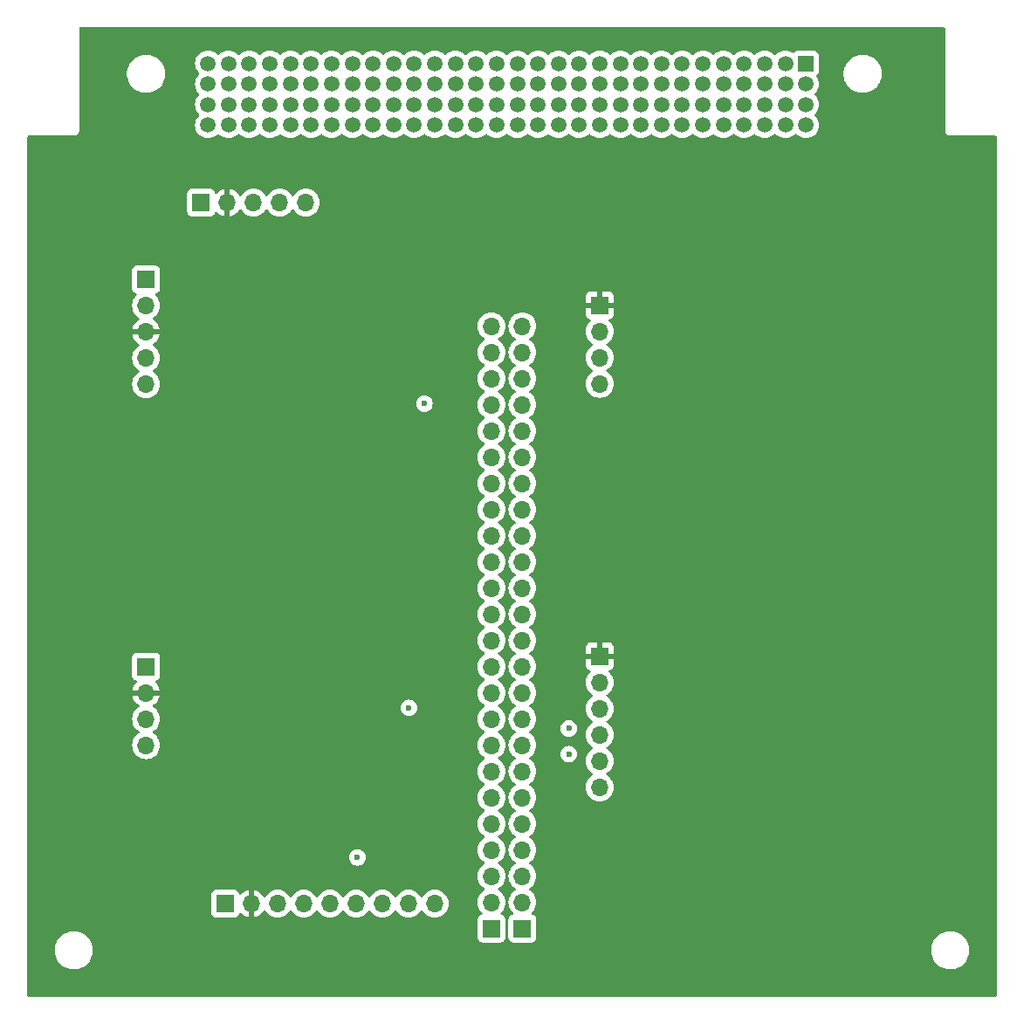
<source format=gbr>
%TF.GenerationSoftware,KiCad,Pcbnew,8.0.0*%
%TF.CreationDate,2025-01-16T15:15:28+02:00*%
%TF.ProjectId,diplomna_2024_sensors_pcb_layout,6469706c-6f6d-46e6-915f-323032345f73,rev?*%
%TF.SameCoordinates,Original*%
%TF.FileFunction,Copper,L2,Inr*%
%TF.FilePolarity,Positive*%
%FSLAX46Y46*%
G04 Gerber Fmt 4.6, Leading zero omitted, Abs format (unit mm)*
G04 Created by KiCad (PCBNEW 8.0.0) date 2025-01-16 15:15:28*
%MOMM*%
%LPD*%
G01*
G04 APERTURE LIST*
%TA.AperFunction,ComponentPad*%
%ADD10R,1.700000X1.700000*%
%TD*%
%TA.AperFunction,ComponentPad*%
%ADD11O,1.700000X1.700000*%
%TD*%
%TA.AperFunction,ComponentPad*%
%ADD12R,1.500000X1.500000*%
%TD*%
%TA.AperFunction,ComponentPad*%
%ADD13C,1.500000*%
%TD*%
%TA.AperFunction,ViaPad*%
%ADD14C,0.600000*%
%TD*%
G04 APERTURE END LIST*
D10*
%TO.N,VIN*%
%TO.C,REF\u002A\u002A*%
X174340000Y-68000000D03*
D11*
%TO.N,GND*%
X176880000Y-68000000D03*
%TO.N,SQW*%
X179420000Y-68000000D03*
%TO.N,SCL*%
X181960000Y-68000000D03*
%TO.N,SDA*%
X184500000Y-68000000D03*
%TD*%
D10*
%TO.N,GND*%
%TO.C,REF\u002A\u002A*%
X213000000Y-112000000D03*
D11*
%TO.N,VIN*%
X213000000Y-114540000D03*
%TO.N,miso*%
X213000000Y-117080000D03*
%TO.N,mosi*%
X213000000Y-119620000D03*
%TO.N,sck*%
X213000000Y-122160000D03*
%TO.N,cs*%
X213000000Y-124700000D03*
%TD*%
D10*
%TO.N,N/C*%
%TO.C,REF\u002A\u002A*%
X202500000Y-138400000D03*
D11*
X202500000Y-135860000D03*
X202500000Y-133320000D03*
X202500000Y-130780000D03*
X202500000Y-128240000D03*
X202500000Y-125700000D03*
X202500000Y-123160000D03*
X202500000Y-120620000D03*
X202500000Y-118080000D03*
X202500000Y-115540000D03*
X202500000Y-113000000D03*
%TO.N,cs*%
X202500000Y-110460000D03*
X202500000Y-107920000D03*
%TO.N,N/C*%
X202500000Y-105380000D03*
X202500000Y-102840000D03*
X202500000Y-100300000D03*
X202500000Y-97760000D03*
%TO.N,miso*%
X202500000Y-95220000D03*
%TO.N,mosi*%
X202500000Y-92680000D03*
%TO.N,sck*%
X202500000Y-90140000D03*
%TO.N,N/C*%
X202500000Y-87600000D03*
%TO.N,SDA*%
X202500000Y-85060000D03*
%TO.N,SCL*%
X202500000Y-82520000D03*
%TO.N,N/C*%
X202500000Y-79980000D03*
%TD*%
D10*
%TO.N,VIN*%
%TO.C,REF\u002A\u002A*%
X169000000Y-75460000D03*
D11*
%TO.N,N/C*%
X169000000Y-78000000D03*
%TO.N,GND*%
X169000000Y-80540000D03*
%TO.N,SCL*%
X169000000Y-83080000D03*
%TO.N,SDA*%
X169000000Y-85620000D03*
%TD*%
D10*
%TO.N,N/C*%
%TO.C,REF\u002A\u002A*%
X205500000Y-138400000D03*
D11*
X205500000Y-135860000D03*
X205500000Y-133320000D03*
X205500000Y-130780000D03*
X205500000Y-128240000D03*
X205500000Y-125700000D03*
X205500000Y-123160000D03*
X205500000Y-120620000D03*
X205500000Y-118080000D03*
X205500000Y-115540000D03*
X205500000Y-113000000D03*
%TO.N,cs*%
X205500000Y-110460000D03*
X205500000Y-107920000D03*
%TO.N,N/C*%
X205500000Y-105380000D03*
X205500000Y-102840000D03*
X205500000Y-100300000D03*
X205500000Y-97760000D03*
%TO.N,miso*%
X205500000Y-95220000D03*
%TO.N,mosi*%
X205500000Y-92680000D03*
%TO.N,sck*%
X205500000Y-90140000D03*
%TO.N,N/C*%
X205500000Y-87600000D03*
%TO.N,SDA*%
X205500000Y-85060000D03*
%TO.N,SCL*%
X205500000Y-82520000D03*
%TO.N,N/C*%
X205500000Y-79980000D03*
%TD*%
D10*
%TO.N,VIN*%
%TO.C,REF\u002A\u002A*%
X176680000Y-136000000D03*
D11*
%TO.N,GND*%
X179220000Y-136000000D03*
%TO.N,EN*%
X181760000Y-136000000D03*
%TO.N,N/C*%
X184300000Y-136000000D03*
%TO.N,sck*%
X186840000Y-136000000D03*
%TO.N,miso*%
X189380000Y-136000000D03*
%TO.N,mosi*%
X191920000Y-136000000D03*
%TO.N,cs*%
X194460000Y-136000000D03*
%TO.N,RST*%
X197000000Y-136000000D03*
%TD*%
D10*
%TO.N,VIN*%
%TO.C,REF\u002A\u002A*%
X169000000Y-113000000D03*
D11*
%TO.N,GND*%
X169000000Y-115540000D03*
%TO.N,SCL*%
X169000000Y-118080000D03*
%TO.N,SDA*%
X169000000Y-120620000D03*
%TD*%
D10*
%TO.N,GND*%
%TO.C,REF\u002A\u002A*%
X213000000Y-77960000D03*
D11*
%TO.N,TX*%
X213000000Y-80500000D03*
%TO.N,RX*%
X213000000Y-83040000D03*
%TO.N,VIN*%
X213000000Y-85580000D03*
%TD*%
D12*
%TO.N,N/C*%
%TO.C,J\u002A\u002A*%
X233000000Y-54500000D03*
D13*
X231000000Y-54500000D03*
X229000000Y-54500000D03*
X227000000Y-54500000D03*
X225000000Y-54500000D03*
X223000000Y-54500000D03*
X221000000Y-54500000D03*
X219000000Y-54500000D03*
X217000000Y-54500000D03*
X215000000Y-54500000D03*
X213000000Y-54500000D03*
X211000000Y-54500000D03*
X209000000Y-54500000D03*
X207000000Y-54500000D03*
X205000000Y-54500000D03*
X203000000Y-54500000D03*
X201000000Y-54500000D03*
X199000000Y-54500000D03*
X197000000Y-54500000D03*
X195000000Y-54500000D03*
X193000000Y-54500000D03*
X191000000Y-54500000D03*
X189000000Y-54500000D03*
X187000000Y-54500000D03*
X185000000Y-54500000D03*
X183000000Y-54500000D03*
X181000000Y-54500000D03*
X179000000Y-54500000D03*
X177000000Y-54500000D03*
X175000000Y-54500000D03*
X233000000Y-56500000D03*
X231000000Y-56500000D03*
X229000000Y-56500000D03*
X227000000Y-56500000D03*
X225000000Y-56500000D03*
X223000000Y-56500000D03*
X221000000Y-56500000D03*
X219000000Y-56500000D03*
X217000000Y-56500000D03*
X215000000Y-56500000D03*
X213000000Y-56500000D03*
X211000000Y-56500000D03*
X209000000Y-56500000D03*
X207000000Y-56500000D03*
X205000000Y-56500000D03*
X203000000Y-56500000D03*
X201000000Y-56500000D03*
X199000000Y-56500000D03*
X197000000Y-56500000D03*
X195000000Y-56500000D03*
X193000000Y-56500000D03*
X191000000Y-56500000D03*
X189000000Y-56500000D03*
X187000000Y-56500000D03*
X185000000Y-56500000D03*
X183000000Y-56500000D03*
X181000000Y-56500000D03*
X179000000Y-56500000D03*
X177000000Y-56500000D03*
X175000000Y-56500000D03*
X233000000Y-58500000D03*
X231000000Y-58500000D03*
X229000000Y-58500000D03*
X227000000Y-58500000D03*
X225000000Y-58500000D03*
X223000000Y-58500000D03*
X221000000Y-58500000D03*
X219000000Y-58500000D03*
X217000000Y-58500000D03*
X215000000Y-58500000D03*
X213000000Y-58500000D03*
X211000000Y-58500000D03*
X209000000Y-58500000D03*
X207000000Y-58500000D03*
X205000000Y-58500000D03*
X203000000Y-58500000D03*
X201000000Y-58500000D03*
X199000000Y-58500000D03*
X197000000Y-58500000D03*
X195000000Y-58500000D03*
X193000000Y-58500000D03*
X191000000Y-58500000D03*
X189000000Y-58500000D03*
X187000000Y-58500000D03*
X185000000Y-58500000D03*
X183000000Y-58500000D03*
X181000000Y-58500000D03*
X179000000Y-58500000D03*
X177000000Y-58500000D03*
%TO.N,VIN*%
X175000000Y-58500000D03*
%TO.N,N/C*%
X233000000Y-60500000D03*
X231000000Y-60500000D03*
X229000000Y-60500000D03*
X227000000Y-60500000D03*
X225000000Y-60500000D03*
X223000000Y-60500000D03*
X221000000Y-60500000D03*
X219000000Y-60500000D03*
X217000000Y-60500000D03*
X215000000Y-60500000D03*
X213000000Y-60500000D03*
X211000000Y-60500000D03*
X209000000Y-60500000D03*
X207000000Y-60500000D03*
X205000000Y-60500000D03*
X203000000Y-60500000D03*
X201000000Y-60500000D03*
X199000000Y-60500000D03*
%TO.N,RST*%
X197000000Y-60500000D03*
%TO.N,cs*%
X195000000Y-60500000D03*
%TO.N,N/C*%
X193000000Y-60500000D03*
X191000000Y-60500000D03*
X189000000Y-60500000D03*
%TO.N,TX*%
X187000000Y-60500000D03*
%TO.N,RX*%
X185000000Y-60500000D03*
%TO.N,SQW*%
X183000000Y-60500000D03*
%TO.N,N/C*%
X181000000Y-60500000D03*
X179000000Y-60500000D03*
X177000000Y-60500000D03*
%TO.N,VIN*%
X175000000Y-60500000D03*
%TD*%
D14*
%TO.N,SCL*%
X196000000Y-87500000D03*
%TO.N,miso*%
X189500000Y-131500000D03*
%TO.N,mosi*%
X210000000Y-119000000D03*
%TO.N,cs*%
X194500000Y-117000000D03*
%TO.N,sck*%
X210000000Y-121500000D03*
%TD*%
%TA.AperFunction,Conductor*%
%TO.N,GND*%
G36*
X246442539Y-51020185D02*
G01*
X246488294Y-51072989D01*
X246499500Y-51124500D01*
X246499500Y-61065891D01*
X246533608Y-61193187D01*
X246566554Y-61250250D01*
X246599500Y-61307314D01*
X246692686Y-61400500D01*
X246791521Y-61457563D01*
X246798510Y-61461598D01*
X246806814Y-61466392D01*
X246934108Y-61500500D01*
X251375500Y-61500500D01*
X251442539Y-61520185D01*
X251488294Y-61572989D01*
X251499500Y-61624500D01*
X251499500Y-144875500D01*
X251479815Y-144942539D01*
X251427011Y-144988294D01*
X251375500Y-144999500D01*
X157624500Y-144999500D01*
X157557461Y-144979815D01*
X157511706Y-144927011D01*
X157500500Y-144875500D01*
X157500500Y-140621288D01*
X160149500Y-140621288D01*
X160181161Y-140861785D01*
X160243947Y-141096104D01*
X160336773Y-141320205D01*
X160336776Y-141320212D01*
X160458064Y-141530289D01*
X160458066Y-141530292D01*
X160458067Y-141530293D01*
X160605733Y-141722736D01*
X160605739Y-141722743D01*
X160777256Y-141894260D01*
X160777262Y-141894265D01*
X160969711Y-142041936D01*
X161179788Y-142163224D01*
X161403900Y-142256054D01*
X161638211Y-142318838D01*
X161818586Y-142342584D01*
X161878711Y-142350500D01*
X161878712Y-142350500D01*
X162121289Y-142350500D01*
X162169388Y-142344167D01*
X162361789Y-142318838D01*
X162596100Y-142256054D01*
X162820212Y-142163224D01*
X163030289Y-142041936D01*
X163222738Y-141894265D01*
X163394265Y-141722738D01*
X163541936Y-141530289D01*
X163663224Y-141320212D01*
X163756054Y-141096100D01*
X163818838Y-140861789D01*
X163850500Y-140621288D01*
X245149500Y-140621288D01*
X245181161Y-140861785D01*
X245243947Y-141096104D01*
X245336773Y-141320205D01*
X245336776Y-141320212D01*
X245458064Y-141530289D01*
X245458066Y-141530292D01*
X245458067Y-141530293D01*
X245605733Y-141722736D01*
X245605739Y-141722743D01*
X245777256Y-141894260D01*
X245777262Y-141894265D01*
X245969711Y-142041936D01*
X246179788Y-142163224D01*
X246403900Y-142256054D01*
X246638211Y-142318838D01*
X246818586Y-142342584D01*
X246878711Y-142350500D01*
X246878712Y-142350500D01*
X247121289Y-142350500D01*
X247169388Y-142344167D01*
X247361789Y-142318838D01*
X247596100Y-142256054D01*
X247820212Y-142163224D01*
X248030289Y-142041936D01*
X248222738Y-141894265D01*
X248394265Y-141722738D01*
X248541936Y-141530289D01*
X248663224Y-141320212D01*
X248756054Y-141096100D01*
X248818838Y-140861789D01*
X248850500Y-140621288D01*
X248850500Y-140378712D01*
X248818838Y-140138211D01*
X248756054Y-139903900D01*
X248663224Y-139679788D01*
X248541936Y-139469711D01*
X248410083Y-139297876D01*
X248394266Y-139277263D01*
X248394260Y-139277256D01*
X248222743Y-139105739D01*
X248222736Y-139105733D01*
X248030293Y-138958067D01*
X248030292Y-138958066D01*
X248030289Y-138958064D01*
X247820212Y-138836776D01*
X247820205Y-138836773D01*
X247596104Y-138743947D01*
X247361785Y-138681161D01*
X247121289Y-138649500D01*
X247121288Y-138649500D01*
X246878712Y-138649500D01*
X246878711Y-138649500D01*
X246638214Y-138681161D01*
X246403895Y-138743947D01*
X246179794Y-138836773D01*
X246179785Y-138836777D01*
X245969706Y-138958067D01*
X245777263Y-139105733D01*
X245777256Y-139105739D01*
X245605739Y-139277256D01*
X245605733Y-139277263D01*
X245458067Y-139469706D01*
X245336777Y-139679785D01*
X245336773Y-139679794D01*
X245243947Y-139903895D01*
X245181161Y-140138214D01*
X245149500Y-140378711D01*
X245149500Y-140621288D01*
X163850500Y-140621288D01*
X163850500Y-140378712D01*
X163818838Y-140138211D01*
X163756054Y-139903900D01*
X163663224Y-139679788D01*
X163541936Y-139469711D01*
X163410083Y-139297876D01*
X163394266Y-139277263D01*
X163394260Y-139277256D01*
X163222743Y-139105739D01*
X163222736Y-139105733D01*
X163030293Y-138958067D01*
X163030292Y-138958066D01*
X163030289Y-138958064D01*
X162820212Y-138836776D01*
X162820205Y-138836773D01*
X162596104Y-138743947D01*
X162361785Y-138681161D01*
X162121289Y-138649500D01*
X162121288Y-138649500D01*
X161878712Y-138649500D01*
X161878711Y-138649500D01*
X161638214Y-138681161D01*
X161403895Y-138743947D01*
X161179794Y-138836773D01*
X161179785Y-138836777D01*
X160969706Y-138958067D01*
X160777263Y-139105733D01*
X160777256Y-139105739D01*
X160605739Y-139277256D01*
X160605733Y-139277263D01*
X160458067Y-139469706D01*
X160336777Y-139679785D01*
X160336773Y-139679794D01*
X160243947Y-139903895D01*
X160181161Y-140138214D01*
X160149500Y-140378711D01*
X160149500Y-140621288D01*
X157500500Y-140621288D01*
X157500500Y-136897870D01*
X175329500Y-136897870D01*
X175329501Y-136897876D01*
X175335908Y-136957483D01*
X175386202Y-137092328D01*
X175386206Y-137092335D01*
X175472452Y-137207544D01*
X175472455Y-137207547D01*
X175587664Y-137293793D01*
X175587671Y-137293797D01*
X175722517Y-137344091D01*
X175722516Y-137344091D01*
X175729444Y-137344835D01*
X175782127Y-137350500D01*
X177577872Y-137350499D01*
X177637483Y-137344091D01*
X177772331Y-137293796D01*
X177887546Y-137207546D01*
X177973796Y-137092331D01*
X178023002Y-136960401D01*
X178064872Y-136904468D01*
X178130337Y-136880050D01*
X178198610Y-136894901D01*
X178226865Y-136916053D01*
X178348917Y-137038105D01*
X178542421Y-137173600D01*
X178756507Y-137273429D01*
X178756516Y-137273433D01*
X178970000Y-137330634D01*
X178970000Y-136433012D01*
X179027007Y-136465925D01*
X179154174Y-136500000D01*
X179285826Y-136500000D01*
X179412993Y-136465925D01*
X179470000Y-136433012D01*
X179470000Y-137330633D01*
X179683483Y-137273433D01*
X179683492Y-137273429D01*
X179897578Y-137173600D01*
X180091082Y-137038105D01*
X180258105Y-136871082D01*
X180388119Y-136685405D01*
X180442696Y-136641781D01*
X180512195Y-136634588D01*
X180574549Y-136666110D01*
X180591269Y-136685405D01*
X180721505Y-136871401D01*
X180888599Y-137038495D01*
X180985295Y-137106202D01*
X181082165Y-137174032D01*
X181082167Y-137174033D01*
X181082170Y-137174035D01*
X181296337Y-137273903D01*
X181524592Y-137335063D01*
X181701034Y-137350500D01*
X181759999Y-137355659D01*
X181760000Y-137355659D01*
X181760001Y-137355659D01*
X181818966Y-137350500D01*
X181995408Y-137335063D01*
X182223663Y-137273903D01*
X182437830Y-137174035D01*
X182631401Y-137038495D01*
X182798495Y-136871401D01*
X182928425Y-136685842D01*
X182983002Y-136642217D01*
X183052500Y-136635023D01*
X183114855Y-136666546D01*
X183131575Y-136685842D01*
X183261500Y-136871395D01*
X183261505Y-136871401D01*
X183428599Y-137038495D01*
X183525295Y-137106202D01*
X183622165Y-137174032D01*
X183622167Y-137174033D01*
X183622170Y-137174035D01*
X183836337Y-137273903D01*
X184064592Y-137335063D01*
X184241034Y-137350500D01*
X184299999Y-137355659D01*
X184300000Y-137355659D01*
X184300001Y-137355659D01*
X184358966Y-137350500D01*
X184535408Y-137335063D01*
X184763663Y-137273903D01*
X184977830Y-137174035D01*
X185171401Y-137038495D01*
X185338495Y-136871401D01*
X185468425Y-136685842D01*
X185523002Y-136642217D01*
X185592500Y-136635023D01*
X185654855Y-136666546D01*
X185671575Y-136685842D01*
X185801500Y-136871395D01*
X185801505Y-136871401D01*
X185968599Y-137038495D01*
X186065295Y-137106202D01*
X186162165Y-137174032D01*
X186162167Y-137174033D01*
X186162170Y-137174035D01*
X186376337Y-137273903D01*
X186604592Y-137335063D01*
X186781034Y-137350500D01*
X186839999Y-137355659D01*
X186840000Y-137355659D01*
X186840001Y-137355659D01*
X186898966Y-137350500D01*
X187075408Y-137335063D01*
X187303663Y-137273903D01*
X187517830Y-137174035D01*
X187711401Y-137038495D01*
X187878495Y-136871401D01*
X188008425Y-136685842D01*
X188063002Y-136642217D01*
X188132500Y-136635023D01*
X188194855Y-136666546D01*
X188211575Y-136685842D01*
X188341500Y-136871395D01*
X188341505Y-136871401D01*
X188508599Y-137038495D01*
X188605295Y-137106202D01*
X188702165Y-137174032D01*
X188702167Y-137174033D01*
X188702170Y-137174035D01*
X188916337Y-137273903D01*
X189144592Y-137335063D01*
X189321034Y-137350500D01*
X189379999Y-137355659D01*
X189380000Y-137355659D01*
X189380001Y-137355659D01*
X189438966Y-137350500D01*
X189615408Y-137335063D01*
X189843663Y-137273903D01*
X190057830Y-137174035D01*
X190251401Y-137038495D01*
X190418495Y-136871401D01*
X190548425Y-136685842D01*
X190603002Y-136642217D01*
X190672500Y-136635023D01*
X190734855Y-136666546D01*
X190751575Y-136685842D01*
X190881500Y-136871395D01*
X190881505Y-136871401D01*
X191048599Y-137038495D01*
X191145295Y-137106202D01*
X191242165Y-137174032D01*
X191242167Y-137174033D01*
X191242170Y-137174035D01*
X191456337Y-137273903D01*
X191684592Y-137335063D01*
X191861034Y-137350500D01*
X191919999Y-137355659D01*
X191920000Y-137355659D01*
X191920001Y-137355659D01*
X191978966Y-137350500D01*
X192155408Y-137335063D01*
X192383663Y-137273903D01*
X192597830Y-137174035D01*
X192791401Y-137038495D01*
X192958495Y-136871401D01*
X193088425Y-136685842D01*
X193143002Y-136642217D01*
X193212500Y-136635023D01*
X193274855Y-136666546D01*
X193291575Y-136685842D01*
X193421500Y-136871395D01*
X193421505Y-136871401D01*
X193588599Y-137038495D01*
X193685295Y-137106202D01*
X193782165Y-137174032D01*
X193782167Y-137174033D01*
X193782170Y-137174035D01*
X193996337Y-137273903D01*
X194224592Y-137335063D01*
X194401034Y-137350500D01*
X194459999Y-137355659D01*
X194460000Y-137355659D01*
X194460001Y-137355659D01*
X194518966Y-137350500D01*
X194695408Y-137335063D01*
X194923663Y-137273903D01*
X195137830Y-137174035D01*
X195331401Y-137038495D01*
X195498495Y-136871401D01*
X195628425Y-136685842D01*
X195683002Y-136642217D01*
X195752500Y-136635023D01*
X195814855Y-136666546D01*
X195831575Y-136685842D01*
X195961500Y-136871395D01*
X195961505Y-136871401D01*
X196128599Y-137038495D01*
X196225295Y-137106202D01*
X196322165Y-137174032D01*
X196322167Y-137174033D01*
X196322170Y-137174035D01*
X196536337Y-137273903D01*
X196764592Y-137335063D01*
X196941034Y-137350500D01*
X196999999Y-137355659D01*
X197000000Y-137355659D01*
X197000001Y-137355659D01*
X197058966Y-137350500D01*
X197235408Y-137335063D01*
X197463663Y-137273903D01*
X197677830Y-137174035D01*
X197871401Y-137038495D01*
X198038495Y-136871401D01*
X198174035Y-136677830D01*
X198273903Y-136463663D01*
X198335063Y-136235408D01*
X198355659Y-136000000D01*
X198343410Y-135860000D01*
X201144341Y-135860000D01*
X201164936Y-136095403D01*
X201164938Y-136095413D01*
X201226094Y-136323655D01*
X201226096Y-136323659D01*
X201226097Y-136323663D01*
X201261740Y-136400099D01*
X201325965Y-136537830D01*
X201325967Y-136537834D01*
X201415788Y-136666110D01*
X201461501Y-136731396D01*
X201461506Y-136731402D01*
X201583430Y-136853326D01*
X201616915Y-136914649D01*
X201611931Y-136984341D01*
X201570059Y-137040274D01*
X201539083Y-137057189D01*
X201407669Y-137106203D01*
X201407664Y-137106206D01*
X201292455Y-137192452D01*
X201292452Y-137192455D01*
X201206206Y-137307664D01*
X201206202Y-137307671D01*
X201155908Y-137442517D01*
X201149501Y-137502116D01*
X201149501Y-137502123D01*
X201149500Y-137502135D01*
X201149500Y-139297870D01*
X201149501Y-139297876D01*
X201155908Y-139357483D01*
X201206202Y-139492328D01*
X201206206Y-139492335D01*
X201292452Y-139607544D01*
X201292455Y-139607547D01*
X201407664Y-139693793D01*
X201407671Y-139693797D01*
X201542517Y-139744091D01*
X201542516Y-139744091D01*
X201549444Y-139744835D01*
X201602127Y-139750500D01*
X203397872Y-139750499D01*
X203457483Y-139744091D01*
X203592331Y-139693796D01*
X203707546Y-139607546D01*
X203793796Y-139492331D01*
X203844091Y-139357483D01*
X203850500Y-139297873D01*
X203850499Y-137502128D01*
X203844091Y-137442517D01*
X203804013Y-137335063D01*
X203793797Y-137307671D01*
X203793793Y-137307664D01*
X203707547Y-137192455D01*
X203707544Y-137192452D01*
X203592335Y-137106206D01*
X203592328Y-137106202D01*
X203460917Y-137057189D01*
X203404983Y-137015318D01*
X203380566Y-136949853D01*
X203395418Y-136881580D01*
X203416563Y-136853332D01*
X203538495Y-136731401D01*
X203674035Y-136537830D01*
X203773903Y-136323663D01*
X203835063Y-136095408D01*
X203855659Y-135860000D01*
X204144341Y-135860000D01*
X204164936Y-136095403D01*
X204164938Y-136095413D01*
X204226094Y-136323655D01*
X204226096Y-136323659D01*
X204226097Y-136323663D01*
X204261740Y-136400099D01*
X204325965Y-136537830D01*
X204325967Y-136537834D01*
X204415788Y-136666110D01*
X204461501Y-136731396D01*
X204461506Y-136731402D01*
X204583430Y-136853326D01*
X204616915Y-136914649D01*
X204611931Y-136984341D01*
X204570059Y-137040274D01*
X204539083Y-137057189D01*
X204407669Y-137106203D01*
X204407664Y-137106206D01*
X204292455Y-137192452D01*
X204292452Y-137192455D01*
X204206206Y-137307664D01*
X204206202Y-137307671D01*
X204155908Y-137442517D01*
X204149501Y-137502116D01*
X204149501Y-137502123D01*
X204149500Y-137502135D01*
X204149500Y-139297870D01*
X204149501Y-139297876D01*
X204155908Y-139357483D01*
X204206202Y-139492328D01*
X204206206Y-139492335D01*
X204292452Y-139607544D01*
X204292455Y-139607547D01*
X204407664Y-139693793D01*
X204407671Y-139693797D01*
X204542517Y-139744091D01*
X204542516Y-139744091D01*
X204549444Y-139744835D01*
X204602127Y-139750500D01*
X206397872Y-139750499D01*
X206457483Y-139744091D01*
X206592331Y-139693796D01*
X206707546Y-139607546D01*
X206793796Y-139492331D01*
X206844091Y-139357483D01*
X206850500Y-139297873D01*
X206850499Y-137502128D01*
X206844091Y-137442517D01*
X206804013Y-137335063D01*
X206793797Y-137307671D01*
X206793793Y-137307664D01*
X206707547Y-137192455D01*
X206707544Y-137192452D01*
X206592335Y-137106206D01*
X206592328Y-137106202D01*
X206460917Y-137057189D01*
X206404983Y-137015318D01*
X206380566Y-136949853D01*
X206395418Y-136881580D01*
X206416563Y-136853332D01*
X206538495Y-136731401D01*
X206674035Y-136537830D01*
X206773903Y-136323663D01*
X206835063Y-136095408D01*
X206855659Y-135860000D01*
X206835063Y-135624592D01*
X206773903Y-135396337D01*
X206674035Y-135182171D01*
X206636749Y-135128920D01*
X206538494Y-134988597D01*
X206371402Y-134821506D01*
X206371396Y-134821501D01*
X206185842Y-134691575D01*
X206142217Y-134636998D01*
X206135023Y-134567500D01*
X206166546Y-134505145D01*
X206185842Y-134488425D01*
X206208026Y-134472891D01*
X206371401Y-134358495D01*
X206538495Y-134191401D01*
X206674035Y-133997830D01*
X206773903Y-133783663D01*
X206835063Y-133555408D01*
X206855659Y-133320000D01*
X206835063Y-133084592D01*
X206773903Y-132856337D01*
X206674035Y-132642171D01*
X206538495Y-132448599D01*
X206538494Y-132448597D01*
X206371402Y-132281506D01*
X206371396Y-132281501D01*
X206185842Y-132151575D01*
X206142217Y-132096998D01*
X206135023Y-132027500D01*
X206166546Y-131965145D01*
X206185842Y-131948425D01*
X206327088Y-131849523D01*
X206371401Y-131818495D01*
X206538495Y-131651401D01*
X206674035Y-131457830D01*
X206773903Y-131243663D01*
X206835063Y-131015408D01*
X206855659Y-130780000D01*
X206835063Y-130544592D01*
X206773903Y-130316337D01*
X206674035Y-130102171D01*
X206538495Y-129908599D01*
X206538494Y-129908597D01*
X206371402Y-129741506D01*
X206371396Y-129741501D01*
X206185842Y-129611575D01*
X206142217Y-129556998D01*
X206135023Y-129487500D01*
X206166546Y-129425145D01*
X206185842Y-129408425D01*
X206208026Y-129392891D01*
X206371401Y-129278495D01*
X206538495Y-129111401D01*
X206674035Y-128917830D01*
X206773903Y-128703663D01*
X206835063Y-128475408D01*
X206855659Y-128240000D01*
X206835063Y-128004592D01*
X206773903Y-127776337D01*
X206674035Y-127562171D01*
X206538495Y-127368599D01*
X206538494Y-127368597D01*
X206371402Y-127201506D01*
X206371396Y-127201501D01*
X206185842Y-127071575D01*
X206142217Y-127016998D01*
X206135023Y-126947500D01*
X206166546Y-126885145D01*
X206185842Y-126868425D01*
X206208026Y-126852891D01*
X206371401Y-126738495D01*
X206538495Y-126571401D01*
X206674035Y-126377830D01*
X206773903Y-126163663D01*
X206835063Y-125935408D01*
X206855659Y-125700000D01*
X206835063Y-125464592D01*
X206773903Y-125236337D01*
X206674035Y-125022171D01*
X206613284Y-124935408D01*
X206538494Y-124828597D01*
X206409896Y-124700000D01*
X211644341Y-124700000D01*
X211664936Y-124935403D01*
X211664938Y-124935413D01*
X211726094Y-125163655D01*
X211726096Y-125163659D01*
X211726097Y-125163663D01*
X211759985Y-125236335D01*
X211825965Y-125377830D01*
X211825967Y-125377834D01*
X211886712Y-125464586D01*
X211961505Y-125571401D01*
X212128599Y-125738495D01*
X212225384Y-125806265D01*
X212322165Y-125874032D01*
X212322167Y-125874033D01*
X212322170Y-125874035D01*
X212536337Y-125973903D01*
X212764592Y-126035063D01*
X212952918Y-126051539D01*
X212999999Y-126055659D01*
X213000000Y-126055659D01*
X213000001Y-126055659D01*
X213039234Y-126052226D01*
X213235408Y-126035063D01*
X213463663Y-125973903D01*
X213677830Y-125874035D01*
X213871401Y-125738495D01*
X214038495Y-125571401D01*
X214174035Y-125377830D01*
X214273903Y-125163663D01*
X214335063Y-124935408D01*
X214355659Y-124700000D01*
X214335063Y-124464592D01*
X214273903Y-124236337D01*
X214174035Y-124022171D01*
X214044962Y-123837834D01*
X214038494Y-123828597D01*
X213871402Y-123661506D01*
X213871396Y-123661501D01*
X213685842Y-123531575D01*
X213642217Y-123476998D01*
X213635023Y-123407500D01*
X213666546Y-123345145D01*
X213685842Y-123328425D01*
X213708026Y-123312891D01*
X213871401Y-123198495D01*
X214038495Y-123031401D01*
X214174035Y-122837830D01*
X214273903Y-122623663D01*
X214335063Y-122395408D01*
X214355659Y-122160000D01*
X214335063Y-121924592D01*
X214273903Y-121696337D01*
X214174035Y-121482171D01*
X214061008Y-121320750D01*
X214038494Y-121288597D01*
X213871402Y-121121506D01*
X213871396Y-121121501D01*
X213685842Y-120991575D01*
X213642217Y-120936998D01*
X213635023Y-120867500D01*
X213666546Y-120805145D01*
X213685842Y-120788425D01*
X213791229Y-120714632D01*
X213871401Y-120658495D01*
X214038495Y-120491401D01*
X214174035Y-120297830D01*
X214273903Y-120083663D01*
X214335063Y-119855408D01*
X214355659Y-119620000D01*
X214335063Y-119384592D01*
X214273903Y-119156337D01*
X214174035Y-118942171D01*
X214089016Y-118820750D01*
X214038494Y-118748597D01*
X213871402Y-118581506D01*
X213871396Y-118581501D01*
X213685842Y-118451575D01*
X213642217Y-118396998D01*
X213635023Y-118327500D01*
X213666546Y-118265145D01*
X213685842Y-118248425D01*
X213734106Y-118214630D01*
X213871401Y-118118495D01*
X214038495Y-117951401D01*
X214174035Y-117757830D01*
X214273903Y-117543663D01*
X214335063Y-117315408D01*
X214355659Y-117080000D01*
X214335063Y-116844592D01*
X214273903Y-116616337D01*
X214174035Y-116402171D01*
X214044962Y-116217834D01*
X214038494Y-116208597D01*
X213871402Y-116041506D01*
X213871396Y-116041501D01*
X213685842Y-115911575D01*
X213642217Y-115856998D01*
X213635023Y-115787500D01*
X213666546Y-115725145D01*
X213685842Y-115708425D01*
X213832368Y-115605826D01*
X213871401Y-115578495D01*
X214038495Y-115411401D01*
X214174035Y-115217830D01*
X214273903Y-115003663D01*
X214335063Y-114775408D01*
X214355659Y-114540000D01*
X214335063Y-114304592D01*
X214273903Y-114076337D01*
X214174035Y-113862171D01*
X214044961Y-113677834D01*
X214038496Y-113668600D01*
X214038495Y-113668599D01*
X213916179Y-113546283D01*
X213882696Y-113484963D01*
X213887680Y-113415271D01*
X213929551Y-113359337D01*
X213960529Y-113342422D01*
X214092086Y-113293354D01*
X214092093Y-113293350D01*
X214207187Y-113207190D01*
X214207190Y-113207187D01*
X214293350Y-113092093D01*
X214293354Y-113092086D01*
X214343596Y-112957379D01*
X214343598Y-112957372D01*
X214349999Y-112897844D01*
X214350000Y-112897827D01*
X214350000Y-112250000D01*
X213433012Y-112250000D01*
X213465925Y-112192993D01*
X213500000Y-112065826D01*
X213500000Y-111934174D01*
X213465925Y-111807007D01*
X213433012Y-111750000D01*
X214350000Y-111750000D01*
X214350000Y-111102172D01*
X214349999Y-111102155D01*
X214343598Y-111042627D01*
X214343596Y-111042620D01*
X214293354Y-110907913D01*
X214293350Y-110907906D01*
X214207190Y-110792812D01*
X214207187Y-110792809D01*
X214092093Y-110706649D01*
X214092086Y-110706645D01*
X213957379Y-110656403D01*
X213957372Y-110656401D01*
X213897844Y-110650000D01*
X213250000Y-110650000D01*
X213250000Y-111566988D01*
X213192993Y-111534075D01*
X213065826Y-111500000D01*
X212934174Y-111500000D01*
X212807007Y-111534075D01*
X212750000Y-111566988D01*
X212750000Y-110650000D01*
X212102155Y-110650000D01*
X212042627Y-110656401D01*
X212042620Y-110656403D01*
X211907913Y-110706645D01*
X211907906Y-110706649D01*
X211792812Y-110792809D01*
X211792809Y-110792812D01*
X211706649Y-110907906D01*
X211706645Y-110907913D01*
X211656403Y-111042620D01*
X211656401Y-111042627D01*
X211650000Y-111102155D01*
X211650000Y-111750000D01*
X212566988Y-111750000D01*
X212534075Y-111807007D01*
X212500000Y-111934174D01*
X212500000Y-112065826D01*
X212534075Y-112192993D01*
X212566988Y-112250000D01*
X211650000Y-112250000D01*
X211650000Y-112897844D01*
X211656401Y-112957372D01*
X211656403Y-112957379D01*
X211706645Y-113092086D01*
X211706649Y-113092093D01*
X211792809Y-113207187D01*
X211792812Y-113207190D01*
X211907906Y-113293350D01*
X211907913Y-113293354D01*
X212039470Y-113342421D01*
X212095403Y-113384292D01*
X212119821Y-113449756D01*
X212104970Y-113518029D01*
X212083819Y-113546284D01*
X211961503Y-113668600D01*
X211825965Y-113862169D01*
X211825964Y-113862171D01*
X211726098Y-114076335D01*
X211726094Y-114076344D01*
X211664938Y-114304586D01*
X211664936Y-114304596D01*
X211644341Y-114539999D01*
X211644341Y-114540000D01*
X211664936Y-114775403D01*
X211664938Y-114775413D01*
X211726094Y-115003655D01*
X211726096Y-115003659D01*
X211726097Y-115003663D01*
X211758931Y-115074075D01*
X211825965Y-115217830D01*
X211825967Y-115217834D01*
X211961501Y-115411395D01*
X211961506Y-115411402D01*
X212128597Y-115578493D01*
X212128603Y-115578498D01*
X212314158Y-115708425D01*
X212357783Y-115763002D01*
X212364977Y-115832500D01*
X212333454Y-115894855D01*
X212314158Y-115911575D01*
X212128597Y-116041505D01*
X211961505Y-116208597D01*
X211825965Y-116402169D01*
X211825964Y-116402171D01*
X211726098Y-116616335D01*
X211726094Y-116616344D01*
X211664938Y-116844586D01*
X211664936Y-116844596D01*
X211644341Y-117079999D01*
X211644341Y-117080000D01*
X211664936Y-117315403D01*
X211664938Y-117315413D01*
X211726094Y-117543655D01*
X211726096Y-117543659D01*
X211726097Y-117543663D01*
X211766271Y-117629816D01*
X211825965Y-117757830D01*
X211825967Y-117757834D01*
X211961501Y-117951395D01*
X211961506Y-117951402D01*
X212128597Y-118118493D01*
X212128603Y-118118498D01*
X212314158Y-118248425D01*
X212357783Y-118303002D01*
X212364977Y-118372500D01*
X212333454Y-118434855D01*
X212314158Y-118451575D01*
X212128597Y-118581505D01*
X211961505Y-118748597D01*
X211825965Y-118942169D01*
X211825964Y-118942171D01*
X211726098Y-119156335D01*
X211726094Y-119156344D01*
X211664938Y-119384586D01*
X211664936Y-119384596D01*
X211644341Y-119619999D01*
X211644341Y-119620000D01*
X211664936Y-119855403D01*
X211664938Y-119855413D01*
X211726094Y-120083655D01*
X211726096Y-120083659D01*
X211726097Y-120083663D01*
X211759985Y-120156335D01*
X211825965Y-120297830D01*
X211825967Y-120297834D01*
X211961501Y-120491395D01*
X211961506Y-120491402D01*
X212128597Y-120658493D01*
X212128603Y-120658498D01*
X212314158Y-120788425D01*
X212357783Y-120843002D01*
X212364977Y-120912500D01*
X212333454Y-120974855D01*
X212314158Y-120991575D01*
X212128597Y-121121505D01*
X211961505Y-121288597D01*
X211825965Y-121482169D01*
X211825964Y-121482171D01*
X211726098Y-121696335D01*
X211726094Y-121696344D01*
X211664938Y-121924586D01*
X211664936Y-121924596D01*
X211644341Y-122159999D01*
X211644341Y-122160000D01*
X211664936Y-122395403D01*
X211664938Y-122395413D01*
X211726094Y-122623655D01*
X211726096Y-122623659D01*
X211726097Y-122623663D01*
X211759985Y-122696335D01*
X211825965Y-122837830D01*
X211825967Y-122837834D01*
X211961501Y-123031395D01*
X211961506Y-123031402D01*
X212128597Y-123198493D01*
X212128603Y-123198498D01*
X212314158Y-123328425D01*
X212357783Y-123383002D01*
X212364977Y-123452500D01*
X212333454Y-123514855D01*
X212314158Y-123531575D01*
X212128597Y-123661505D01*
X211961505Y-123828597D01*
X211825965Y-124022169D01*
X211825964Y-124022171D01*
X211726098Y-124236335D01*
X211726094Y-124236344D01*
X211664938Y-124464586D01*
X211664936Y-124464596D01*
X211644341Y-124699999D01*
X211644341Y-124700000D01*
X206409896Y-124700000D01*
X206371402Y-124661506D01*
X206371396Y-124661501D01*
X206185842Y-124531575D01*
X206142217Y-124476998D01*
X206135023Y-124407500D01*
X206166546Y-124345145D01*
X206185842Y-124328425D01*
X206317357Y-124236337D01*
X206371401Y-124198495D01*
X206538495Y-124031401D01*
X206674035Y-123837830D01*
X206773903Y-123623663D01*
X206835063Y-123395408D01*
X206855659Y-123160000D01*
X206835063Y-122924592D01*
X206773903Y-122696337D01*
X206674035Y-122482171D01*
X206613284Y-122395408D01*
X206538494Y-122288597D01*
X206371402Y-122121506D01*
X206371396Y-122121501D01*
X206185842Y-121991575D01*
X206142217Y-121936998D01*
X206135023Y-121867500D01*
X206166546Y-121805145D01*
X206185842Y-121788425D01*
X206317357Y-121696337D01*
X206371401Y-121658495D01*
X206529893Y-121500003D01*
X209194435Y-121500003D01*
X209214630Y-121679249D01*
X209214631Y-121679254D01*
X209274211Y-121849523D01*
X209340527Y-121955063D01*
X209370184Y-122002262D01*
X209497738Y-122129816D01*
X209650478Y-122225789D01*
X209820745Y-122285368D01*
X209820750Y-122285369D01*
X209999996Y-122305565D01*
X210000000Y-122305565D01*
X210000004Y-122305565D01*
X210179249Y-122285369D01*
X210179252Y-122285368D01*
X210179255Y-122285368D01*
X210349522Y-122225789D01*
X210502262Y-122129816D01*
X210629816Y-122002262D01*
X210725789Y-121849522D01*
X210785368Y-121679255D01*
X210787707Y-121658495D01*
X210805565Y-121500003D01*
X210805565Y-121499996D01*
X210785369Y-121320750D01*
X210785368Y-121320745D01*
X210725788Y-121150476D01*
X210629815Y-120997737D01*
X210502262Y-120870184D01*
X210349523Y-120774211D01*
X210179254Y-120714631D01*
X210179249Y-120714630D01*
X210000004Y-120694435D01*
X209999996Y-120694435D01*
X209820750Y-120714630D01*
X209820745Y-120714631D01*
X209650476Y-120774211D01*
X209497737Y-120870184D01*
X209370184Y-120997737D01*
X209274211Y-121150476D01*
X209214631Y-121320745D01*
X209214630Y-121320750D01*
X209194435Y-121499996D01*
X209194435Y-121500003D01*
X206529893Y-121500003D01*
X206538495Y-121491401D01*
X206674035Y-121297830D01*
X206773903Y-121083663D01*
X206835063Y-120855408D01*
X206855659Y-120620000D01*
X206835063Y-120384592D01*
X206773903Y-120156337D01*
X206674035Y-119942171D01*
X206613284Y-119855408D01*
X206538494Y-119748597D01*
X206371402Y-119581506D01*
X206371396Y-119581501D01*
X206185842Y-119451575D01*
X206142217Y-119396998D01*
X206135023Y-119327500D01*
X206166546Y-119265145D01*
X206185842Y-119248425D01*
X206208026Y-119232891D01*
X206371401Y-119118495D01*
X206489893Y-119000003D01*
X209194435Y-119000003D01*
X209214630Y-119179249D01*
X209214631Y-119179254D01*
X209274211Y-119349523D01*
X209296249Y-119384596D01*
X209370184Y-119502262D01*
X209497738Y-119629816D01*
X209650478Y-119725789D01*
X209820745Y-119785368D01*
X209820750Y-119785369D01*
X209999996Y-119805565D01*
X210000000Y-119805565D01*
X210000004Y-119805565D01*
X210179249Y-119785369D01*
X210179252Y-119785368D01*
X210179255Y-119785368D01*
X210349522Y-119725789D01*
X210502262Y-119629816D01*
X210629816Y-119502262D01*
X210725789Y-119349522D01*
X210785368Y-119179255D01*
X210785369Y-119179249D01*
X210805565Y-119000003D01*
X210805565Y-118999996D01*
X210785369Y-118820750D01*
X210785368Y-118820745D01*
X210725788Y-118650476D01*
X210658673Y-118543664D01*
X210629816Y-118497738D01*
X210502262Y-118370184D01*
X210349523Y-118274211D01*
X210179254Y-118214631D01*
X210179249Y-118214630D01*
X210000004Y-118194435D01*
X209999996Y-118194435D01*
X209820750Y-118214630D01*
X209820745Y-118214631D01*
X209650476Y-118274211D01*
X209497737Y-118370184D01*
X209370184Y-118497737D01*
X209274211Y-118650476D01*
X209214631Y-118820745D01*
X209214630Y-118820750D01*
X209194435Y-118999996D01*
X209194435Y-119000003D01*
X206489893Y-119000003D01*
X206538495Y-118951401D01*
X206674035Y-118757830D01*
X206773903Y-118543663D01*
X206835063Y-118315408D01*
X206855659Y-118080000D01*
X206835063Y-117844592D01*
X206773903Y-117616337D01*
X206674035Y-117402171D01*
X206613284Y-117315408D01*
X206538494Y-117208597D01*
X206371402Y-117041506D01*
X206371396Y-117041501D01*
X206185842Y-116911575D01*
X206142217Y-116856998D01*
X206135023Y-116787500D01*
X206166546Y-116725145D01*
X206185842Y-116708425D01*
X206208026Y-116692891D01*
X206371401Y-116578495D01*
X206538495Y-116411401D01*
X206674035Y-116217830D01*
X206773903Y-116003663D01*
X206835063Y-115775408D01*
X206855659Y-115540000D01*
X206835063Y-115304592D01*
X206773903Y-115076337D01*
X206674035Y-114862171D01*
X206613284Y-114775408D01*
X206538494Y-114668597D01*
X206371402Y-114501506D01*
X206371396Y-114501501D01*
X206185842Y-114371575D01*
X206142217Y-114316998D01*
X206135023Y-114247500D01*
X206166546Y-114185145D01*
X206185842Y-114168425D01*
X206208026Y-114152891D01*
X206371401Y-114038495D01*
X206538495Y-113871401D01*
X206674035Y-113677830D01*
X206773903Y-113463663D01*
X206835063Y-113235408D01*
X206855659Y-113000000D01*
X206835063Y-112764592D01*
X206773903Y-112536337D01*
X206674035Y-112322171D01*
X206538495Y-112128599D01*
X206538494Y-112128597D01*
X206371402Y-111961506D01*
X206371396Y-111961501D01*
X206185842Y-111831575D01*
X206142217Y-111776998D01*
X206135023Y-111707500D01*
X206166546Y-111645145D01*
X206185842Y-111628425D01*
X206226578Y-111599901D01*
X206371401Y-111498495D01*
X206538495Y-111331401D01*
X206674035Y-111137830D01*
X206773903Y-110923663D01*
X206835063Y-110695408D01*
X206855659Y-110460000D01*
X206835063Y-110224592D01*
X206773903Y-109996337D01*
X206674035Y-109782171D01*
X206538495Y-109588599D01*
X206538494Y-109588597D01*
X206371402Y-109421506D01*
X206371396Y-109421501D01*
X206185842Y-109291575D01*
X206142217Y-109236998D01*
X206135023Y-109167500D01*
X206166546Y-109105145D01*
X206185842Y-109088425D01*
X206208026Y-109072891D01*
X206371401Y-108958495D01*
X206538495Y-108791401D01*
X206674035Y-108597830D01*
X206773903Y-108383663D01*
X206835063Y-108155408D01*
X206855659Y-107920000D01*
X206835063Y-107684592D01*
X206773903Y-107456337D01*
X206674035Y-107242171D01*
X206538495Y-107048599D01*
X206538494Y-107048597D01*
X206371402Y-106881506D01*
X206371396Y-106881501D01*
X206185842Y-106751575D01*
X206142217Y-106696998D01*
X206135023Y-106627500D01*
X206166546Y-106565145D01*
X206185842Y-106548425D01*
X206208026Y-106532891D01*
X206371401Y-106418495D01*
X206538495Y-106251401D01*
X206674035Y-106057830D01*
X206773903Y-105843663D01*
X206835063Y-105615408D01*
X206855659Y-105380000D01*
X206835063Y-105144592D01*
X206773903Y-104916337D01*
X206674035Y-104702171D01*
X206538495Y-104508599D01*
X206538494Y-104508597D01*
X206371402Y-104341506D01*
X206371396Y-104341501D01*
X206185842Y-104211575D01*
X206142217Y-104156998D01*
X206135023Y-104087500D01*
X206166546Y-104025145D01*
X206185842Y-104008425D01*
X206208026Y-103992891D01*
X206371401Y-103878495D01*
X206538495Y-103711401D01*
X206674035Y-103517830D01*
X206773903Y-103303663D01*
X206835063Y-103075408D01*
X206855659Y-102840000D01*
X206835063Y-102604592D01*
X206773903Y-102376337D01*
X206674035Y-102162171D01*
X206538495Y-101968599D01*
X206538494Y-101968597D01*
X206371402Y-101801506D01*
X206371396Y-101801501D01*
X206185842Y-101671575D01*
X206142217Y-101616998D01*
X206135023Y-101547500D01*
X206166546Y-101485145D01*
X206185842Y-101468425D01*
X206208026Y-101452891D01*
X206371401Y-101338495D01*
X206538495Y-101171401D01*
X206674035Y-100977830D01*
X206773903Y-100763663D01*
X206835063Y-100535408D01*
X206855659Y-100300000D01*
X206835063Y-100064592D01*
X206773903Y-99836337D01*
X206674035Y-99622171D01*
X206538495Y-99428599D01*
X206538494Y-99428597D01*
X206371402Y-99261506D01*
X206371396Y-99261501D01*
X206185842Y-99131575D01*
X206142217Y-99076998D01*
X206135023Y-99007500D01*
X206166546Y-98945145D01*
X206185842Y-98928425D01*
X206208026Y-98912891D01*
X206371401Y-98798495D01*
X206538495Y-98631401D01*
X206674035Y-98437830D01*
X206773903Y-98223663D01*
X206835063Y-97995408D01*
X206855659Y-97760000D01*
X206835063Y-97524592D01*
X206773903Y-97296337D01*
X206674035Y-97082171D01*
X206538495Y-96888599D01*
X206538494Y-96888597D01*
X206371402Y-96721506D01*
X206371396Y-96721501D01*
X206185842Y-96591575D01*
X206142217Y-96536998D01*
X206135023Y-96467500D01*
X206166546Y-96405145D01*
X206185842Y-96388425D01*
X206208026Y-96372891D01*
X206371401Y-96258495D01*
X206538495Y-96091401D01*
X206674035Y-95897830D01*
X206773903Y-95683663D01*
X206835063Y-95455408D01*
X206855659Y-95220000D01*
X206835063Y-94984592D01*
X206773903Y-94756337D01*
X206674035Y-94542171D01*
X206538495Y-94348599D01*
X206538494Y-94348597D01*
X206371402Y-94181506D01*
X206371396Y-94181501D01*
X206185842Y-94051575D01*
X206142217Y-93996998D01*
X206135023Y-93927500D01*
X206166546Y-93865145D01*
X206185842Y-93848425D01*
X206208026Y-93832891D01*
X206371401Y-93718495D01*
X206538495Y-93551401D01*
X206674035Y-93357830D01*
X206773903Y-93143663D01*
X206835063Y-92915408D01*
X206855659Y-92680000D01*
X206835063Y-92444592D01*
X206773903Y-92216337D01*
X206674035Y-92002171D01*
X206538495Y-91808599D01*
X206538494Y-91808597D01*
X206371402Y-91641506D01*
X206371396Y-91641501D01*
X206185842Y-91511575D01*
X206142217Y-91456998D01*
X206135023Y-91387500D01*
X206166546Y-91325145D01*
X206185842Y-91308425D01*
X206208026Y-91292891D01*
X206371401Y-91178495D01*
X206538495Y-91011401D01*
X206674035Y-90817830D01*
X206773903Y-90603663D01*
X206835063Y-90375408D01*
X206855659Y-90140000D01*
X206835063Y-89904592D01*
X206773903Y-89676337D01*
X206674035Y-89462171D01*
X206538495Y-89268599D01*
X206538494Y-89268597D01*
X206371402Y-89101506D01*
X206371396Y-89101501D01*
X206185842Y-88971575D01*
X206142217Y-88916998D01*
X206135023Y-88847500D01*
X206166546Y-88785145D01*
X206185842Y-88768425D01*
X206208026Y-88752891D01*
X206371401Y-88638495D01*
X206538495Y-88471401D01*
X206674035Y-88277830D01*
X206773903Y-88063663D01*
X206835063Y-87835408D01*
X206855659Y-87600000D01*
X206835063Y-87364592D01*
X206777692Y-87150478D01*
X206773905Y-87136344D01*
X206773904Y-87136343D01*
X206773903Y-87136337D01*
X206674035Y-86922171D01*
X206654241Y-86893901D01*
X206538494Y-86728597D01*
X206371402Y-86561506D01*
X206371396Y-86561501D01*
X206185842Y-86431575D01*
X206142217Y-86376998D01*
X206135023Y-86307500D01*
X206166546Y-86245145D01*
X206185842Y-86228425D01*
X206208026Y-86212891D01*
X206371401Y-86098495D01*
X206538495Y-85931401D01*
X206674035Y-85737830D01*
X206747633Y-85580000D01*
X211644341Y-85580000D01*
X211664936Y-85815403D01*
X211664938Y-85815413D01*
X211726094Y-86043655D01*
X211726096Y-86043659D01*
X211726097Y-86043663D01*
X211744750Y-86083664D01*
X211825965Y-86257830D01*
X211825967Y-86257834D01*
X211909407Y-86376998D01*
X211961505Y-86451401D01*
X212128599Y-86618495D01*
X212185722Y-86658493D01*
X212322165Y-86754032D01*
X212322167Y-86754033D01*
X212322170Y-86754035D01*
X212536337Y-86853903D01*
X212764592Y-86915063D01*
X212952918Y-86931539D01*
X212999999Y-86935659D01*
X213000000Y-86935659D01*
X213000001Y-86935659D01*
X213039234Y-86932226D01*
X213235408Y-86915063D01*
X213463663Y-86853903D01*
X213677830Y-86754035D01*
X213871401Y-86618495D01*
X214038495Y-86451401D01*
X214174035Y-86257830D01*
X214273903Y-86043663D01*
X214335063Y-85815408D01*
X214355659Y-85580000D01*
X214335063Y-85344592D01*
X214273903Y-85116337D01*
X214174035Y-84902171D01*
X214066504Y-84748599D01*
X214038494Y-84708597D01*
X213871402Y-84541506D01*
X213871396Y-84541501D01*
X213685842Y-84411575D01*
X213642217Y-84356998D01*
X213635023Y-84287500D01*
X213666546Y-84225145D01*
X213685842Y-84208425D01*
X213714159Y-84188597D01*
X213871401Y-84078495D01*
X214038495Y-83911401D01*
X214174035Y-83717830D01*
X214273903Y-83503663D01*
X214335063Y-83275408D01*
X214355659Y-83040000D01*
X214335063Y-82804592D01*
X214273903Y-82576337D01*
X214174035Y-82362171D01*
X214066504Y-82208599D01*
X214038494Y-82168597D01*
X213871402Y-82001506D01*
X213871396Y-82001501D01*
X213685842Y-81871575D01*
X213642217Y-81816998D01*
X213635023Y-81747500D01*
X213666546Y-81685145D01*
X213685842Y-81668425D01*
X213814832Y-81578105D01*
X213871401Y-81538495D01*
X214038495Y-81371401D01*
X214174035Y-81177830D01*
X214273903Y-80963663D01*
X214335063Y-80735408D01*
X214355659Y-80500000D01*
X214353399Y-80474174D01*
X214350729Y-80443655D01*
X214335063Y-80264592D01*
X214284015Y-80074075D01*
X214273905Y-80036344D01*
X214273904Y-80036343D01*
X214273903Y-80036337D01*
X214174035Y-79822171D01*
X214038495Y-79628599D01*
X213916179Y-79506283D01*
X213882696Y-79444963D01*
X213887680Y-79375271D01*
X213929551Y-79319337D01*
X213960529Y-79302422D01*
X214092086Y-79253354D01*
X214092093Y-79253350D01*
X214207187Y-79167190D01*
X214207190Y-79167187D01*
X214293350Y-79052093D01*
X214293354Y-79052086D01*
X214343596Y-78917379D01*
X214343598Y-78917372D01*
X214349999Y-78857844D01*
X214350000Y-78857827D01*
X214350000Y-78210000D01*
X213433012Y-78210000D01*
X213465925Y-78152993D01*
X213500000Y-78025826D01*
X213500000Y-77894174D01*
X213465925Y-77767007D01*
X213433012Y-77710000D01*
X214350000Y-77710000D01*
X214350000Y-77062172D01*
X214349999Y-77062155D01*
X214343598Y-77002627D01*
X214343596Y-77002620D01*
X214293354Y-76867913D01*
X214293350Y-76867906D01*
X214207190Y-76752812D01*
X214207187Y-76752809D01*
X214092093Y-76666649D01*
X214092086Y-76666645D01*
X213957379Y-76616403D01*
X213957372Y-76616401D01*
X213897844Y-76610000D01*
X213250000Y-76610000D01*
X213250000Y-77526988D01*
X213192993Y-77494075D01*
X213065826Y-77460000D01*
X212934174Y-77460000D01*
X212807007Y-77494075D01*
X212750000Y-77526988D01*
X212750000Y-76610000D01*
X212102155Y-76610000D01*
X212042627Y-76616401D01*
X212042620Y-76616403D01*
X211907913Y-76666645D01*
X211907906Y-76666649D01*
X211792812Y-76752809D01*
X211792809Y-76752812D01*
X211706649Y-76867906D01*
X211706645Y-76867913D01*
X211656403Y-77002620D01*
X211656401Y-77002627D01*
X211650000Y-77062155D01*
X211650000Y-77710000D01*
X212566988Y-77710000D01*
X212534075Y-77767007D01*
X212500000Y-77894174D01*
X212500000Y-78025826D01*
X212534075Y-78152993D01*
X212566988Y-78210000D01*
X211650000Y-78210000D01*
X211650000Y-78857844D01*
X211656401Y-78917372D01*
X211656403Y-78917379D01*
X211706645Y-79052086D01*
X211706649Y-79052093D01*
X211792809Y-79167187D01*
X211792812Y-79167190D01*
X211907906Y-79253350D01*
X211907913Y-79253354D01*
X212039470Y-79302421D01*
X212095403Y-79344292D01*
X212119821Y-79409756D01*
X212104970Y-79478029D01*
X212083819Y-79506284D01*
X211961503Y-79628600D01*
X211825965Y-79822169D01*
X211825964Y-79822171D01*
X211726098Y-80036335D01*
X211726094Y-80036344D01*
X211664938Y-80264586D01*
X211664936Y-80264596D01*
X211644341Y-80499999D01*
X211644341Y-80500000D01*
X211664936Y-80735403D01*
X211664938Y-80735413D01*
X211726094Y-80963655D01*
X211726096Y-80963659D01*
X211726097Y-80963663D01*
X211751665Y-81018493D01*
X211825965Y-81177830D01*
X211825967Y-81177834D01*
X211961501Y-81371395D01*
X211961506Y-81371402D01*
X212128597Y-81538493D01*
X212128603Y-81538498D01*
X212314158Y-81668425D01*
X212357783Y-81723002D01*
X212364977Y-81792500D01*
X212333454Y-81854855D01*
X212314158Y-81871575D01*
X212128597Y-82001505D01*
X211961505Y-82168597D01*
X211825965Y-82362169D01*
X211825964Y-82362171D01*
X211726098Y-82576335D01*
X211726094Y-82576344D01*
X211664938Y-82804586D01*
X211664936Y-82804596D01*
X211644341Y-83039999D01*
X211644341Y-83040000D01*
X211664936Y-83275403D01*
X211664938Y-83275413D01*
X211726094Y-83503655D01*
X211726096Y-83503659D01*
X211726097Y-83503663D01*
X211744750Y-83543664D01*
X211825965Y-83717830D01*
X211825967Y-83717834D01*
X211961501Y-83911395D01*
X211961506Y-83911402D01*
X212128597Y-84078493D01*
X212128603Y-84078498D01*
X212314158Y-84208425D01*
X212357783Y-84263002D01*
X212364977Y-84332500D01*
X212333454Y-84394855D01*
X212314158Y-84411575D01*
X212128597Y-84541505D01*
X211961505Y-84708597D01*
X211825965Y-84902169D01*
X211825964Y-84902171D01*
X211726098Y-85116335D01*
X211726094Y-85116344D01*
X211664938Y-85344586D01*
X211664936Y-85344596D01*
X211644341Y-85579999D01*
X211644341Y-85580000D01*
X206747633Y-85580000D01*
X206773903Y-85523663D01*
X206835063Y-85295408D01*
X206855659Y-85060000D01*
X206835063Y-84824592D01*
X206773903Y-84596337D01*
X206674035Y-84382171D01*
X206667264Y-84372500D01*
X206538494Y-84188597D01*
X206371402Y-84021506D01*
X206371396Y-84021501D01*
X206185842Y-83891575D01*
X206142217Y-83836998D01*
X206135023Y-83767500D01*
X206166546Y-83705145D01*
X206185842Y-83688425D01*
X206208026Y-83672891D01*
X206371401Y-83558495D01*
X206538495Y-83391401D01*
X206674035Y-83197830D01*
X206773903Y-82983663D01*
X206835063Y-82755408D01*
X206855659Y-82520000D01*
X206835063Y-82284592D01*
X206773903Y-82056337D01*
X206674035Y-81842171D01*
X206639256Y-81792500D01*
X206538494Y-81648597D01*
X206371402Y-81481506D01*
X206371396Y-81481501D01*
X206185842Y-81351575D01*
X206142217Y-81296998D01*
X206135023Y-81227500D01*
X206166546Y-81165145D01*
X206185842Y-81148425D01*
X206208026Y-81132891D01*
X206371401Y-81018495D01*
X206538495Y-80851401D01*
X206674035Y-80657830D01*
X206773903Y-80443663D01*
X206835063Y-80215408D01*
X206855659Y-79980000D01*
X206835063Y-79744592D01*
X206773903Y-79516337D01*
X206674035Y-79302171D01*
X206639854Y-79253354D01*
X206538494Y-79108597D01*
X206371402Y-78941506D01*
X206371395Y-78941501D01*
X206177834Y-78805967D01*
X206177830Y-78805965D01*
X206177828Y-78805964D01*
X205963663Y-78706097D01*
X205963659Y-78706096D01*
X205963655Y-78706094D01*
X205735413Y-78644938D01*
X205735403Y-78644936D01*
X205500001Y-78624341D01*
X205499999Y-78624341D01*
X205264596Y-78644936D01*
X205264586Y-78644938D01*
X205036344Y-78706094D01*
X205036335Y-78706098D01*
X204822171Y-78805964D01*
X204822169Y-78805965D01*
X204628597Y-78941505D01*
X204461505Y-79108597D01*
X204325965Y-79302169D01*
X204325964Y-79302171D01*
X204226098Y-79516335D01*
X204226094Y-79516344D01*
X204164938Y-79744586D01*
X204164936Y-79744596D01*
X204144341Y-79979999D01*
X204144341Y-79980000D01*
X204164936Y-80215403D01*
X204164938Y-80215413D01*
X204226094Y-80443655D01*
X204226096Y-80443659D01*
X204226097Y-80443663D01*
X204301715Y-80605826D01*
X204325965Y-80657830D01*
X204325967Y-80657834D01*
X204461501Y-80851395D01*
X204461506Y-80851402D01*
X204628597Y-81018493D01*
X204628603Y-81018498D01*
X204814158Y-81148425D01*
X204857783Y-81203002D01*
X204864977Y-81272500D01*
X204833454Y-81334855D01*
X204814158Y-81351575D01*
X204628597Y-81481505D01*
X204461505Y-81648597D01*
X204325965Y-81842169D01*
X204325964Y-81842171D01*
X204226098Y-82056335D01*
X204226094Y-82056344D01*
X204164938Y-82284586D01*
X204164936Y-82284596D01*
X204144341Y-82519999D01*
X204144341Y-82520000D01*
X204164936Y-82755403D01*
X204164938Y-82755413D01*
X204226094Y-82983655D01*
X204226096Y-82983659D01*
X204226097Y-82983663D01*
X204271020Y-83080000D01*
X204325965Y-83197830D01*
X204325967Y-83197834D01*
X204461501Y-83391395D01*
X204461506Y-83391402D01*
X204628597Y-83558493D01*
X204628603Y-83558498D01*
X204814158Y-83688425D01*
X204857783Y-83743002D01*
X204864977Y-83812500D01*
X204833454Y-83874855D01*
X204814158Y-83891575D01*
X204628597Y-84021505D01*
X204461505Y-84188597D01*
X204325965Y-84382169D01*
X204325964Y-84382171D01*
X204226098Y-84596335D01*
X204226094Y-84596344D01*
X204164938Y-84824586D01*
X204164936Y-84824596D01*
X204144341Y-85059999D01*
X204144341Y-85060000D01*
X204164936Y-85295403D01*
X204164938Y-85295413D01*
X204226094Y-85523655D01*
X204226096Y-85523659D01*
X204226097Y-85523663D01*
X204271020Y-85620000D01*
X204325965Y-85737830D01*
X204325967Y-85737834D01*
X204461501Y-85931395D01*
X204461506Y-85931402D01*
X204628597Y-86098493D01*
X204628603Y-86098498D01*
X204814158Y-86228425D01*
X204857783Y-86283002D01*
X204864977Y-86352500D01*
X204833454Y-86414855D01*
X204814158Y-86431575D01*
X204628597Y-86561505D01*
X204461505Y-86728597D01*
X204325965Y-86922169D01*
X204325964Y-86922171D01*
X204226098Y-87136335D01*
X204226094Y-87136344D01*
X204164938Y-87364586D01*
X204164936Y-87364596D01*
X204144341Y-87599999D01*
X204144341Y-87600000D01*
X204164936Y-87835403D01*
X204164938Y-87835413D01*
X204226094Y-88063655D01*
X204226096Y-88063659D01*
X204226097Y-88063663D01*
X204256945Y-88129816D01*
X204325965Y-88277830D01*
X204325967Y-88277834D01*
X204461501Y-88471395D01*
X204461506Y-88471402D01*
X204628597Y-88638493D01*
X204628603Y-88638498D01*
X204814158Y-88768425D01*
X204857783Y-88823002D01*
X204864977Y-88892500D01*
X204833454Y-88954855D01*
X204814158Y-88971575D01*
X204628597Y-89101505D01*
X204461505Y-89268597D01*
X204325965Y-89462169D01*
X204325964Y-89462171D01*
X204226098Y-89676335D01*
X204226094Y-89676344D01*
X204164938Y-89904586D01*
X204164936Y-89904596D01*
X204144341Y-90139999D01*
X204144341Y-90140000D01*
X204164936Y-90375403D01*
X204164938Y-90375413D01*
X204226094Y-90603655D01*
X204226096Y-90603659D01*
X204226097Y-90603663D01*
X204325965Y-90817830D01*
X204325967Y-90817834D01*
X204461501Y-91011395D01*
X204461506Y-91011402D01*
X204628597Y-91178493D01*
X204628603Y-91178498D01*
X204814158Y-91308425D01*
X204857783Y-91363002D01*
X204864977Y-91432500D01*
X204833454Y-91494855D01*
X204814158Y-91511575D01*
X204628597Y-91641505D01*
X204461505Y-91808597D01*
X204325965Y-92002169D01*
X204325964Y-92002171D01*
X204226098Y-92216335D01*
X204226094Y-92216344D01*
X204164938Y-92444586D01*
X204164936Y-92444596D01*
X204144341Y-92679999D01*
X204144341Y-92680000D01*
X204164936Y-92915403D01*
X204164938Y-92915413D01*
X204226094Y-93143655D01*
X204226096Y-93143659D01*
X204226097Y-93143663D01*
X204325965Y-93357830D01*
X204325967Y-93357834D01*
X204461501Y-93551395D01*
X204461506Y-93551402D01*
X204628597Y-93718493D01*
X204628603Y-93718498D01*
X204814158Y-93848425D01*
X204857783Y-93903002D01*
X204864977Y-93972500D01*
X204833454Y-94034855D01*
X204814158Y-94051575D01*
X204628597Y-94181505D01*
X204461505Y-94348597D01*
X204325965Y-94542169D01*
X204325964Y-94542171D01*
X204226098Y-94756335D01*
X204226094Y-94756344D01*
X204164938Y-94984586D01*
X204164936Y-94984596D01*
X204144341Y-95219999D01*
X204144341Y-95220000D01*
X204164936Y-95455403D01*
X204164938Y-95455413D01*
X204226094Y-95683655D01*
X204226096Y-95683659D01*
X204226097Y-95683663D01*
X204325965Y-95897830D01*
X204325967Y-95897834D01*
X204461501Y-96091395D01*
X204461506Y-96091402D01*
X204628597Y-96258493D01*
X204628603Y-96258498D01*
X204814158Y-96388425D01*
X204857783Y-96443002D01*
X204864977Y-96512500D01*
X204833454Y-96574855D01*
X204814158Y-96591575D01*
X204628597Y-96721505D01*
X204461505Y-96888597D01*
X204325965Y-97082169D01*
X204325964Y-97082171D01*
X204226098Y-97296335D01*
X204226094Y-97296344D01*
X204164938Y-97524586D01*
X204164936Y-97524596D01*
X204144341Y-97759999D01*
X204144341Y-97760000D01*
X204164936Y-97995403D01*
X204164938Y-97995413D01*
X204226094Y-98223655D01*
X204226096Y-98223659D01*
X204226097Y-98223663D01*
X204325965Y-98437830D01*
X204325967Y-98437834D01*
X204461501Y-98631395D01*
X204461506Y-98631402D01*
X204628597Y-98798493D01*
X204628603Y-98798498D01*
X204814158Y-98928425D01*
X204857783Y-98983002D01*
X204864977Y-99052500D01*
X204833454Y-99114855D01*
X204814158Y-99131575D01*
X204628597Y-99261505D01*
X204461505Y-99428597D01*
X204325965Y-99622169D01*
X204325964Y-99622171D01*
X204226098Y-99836335D01*
X204226094Y-99836344D01*
X204164938Y-100064586D01*
X204164936Y-100064596D01*
X204144341Y-100299999D01*
X204144341Y-100300000D01*
X204164936Y-100535403D01*
X204164938Y-100535413D01*
X204226094Y-100763655D01*
X204226096Y-100763659D01*
X204226097Y-100763663D01*
X204325965Y-100977830D01*
X204325967Y-100977834D01*
X204461501Y-101171395D01*
X204461506Y-101171402D01*
X204628597Y-101338493D01*
X204628603Y-101338498D01*
X204814158Y-101468425D01*
X204857783Y-101523002D01*
X204864977Y-101592500D01*
X204833454Y-101654855D01*
X204814158Y-101671575D01*
X204628597Y-101801505D01*
X204461505Y-101968597D01*
X204325965Y-102162169D01*
X204325964Y-102162171D01*
X204226098Y-102376335D01*
X204226094Y-102376344D01*
X204164938Y-102604586D01*
X204164936Y-102604596D01*
X204144341Y-102839999D01*
X204144341Y-102840000D01*
X204164936Y-103075403D01*
X204164938Y-103075413D01*
X204226094Y-103303655D01*
X204226096Y-103303659D01*
X204226097Y-103303663D01*
X204325965Y-103517830D01*
X204325967Y-103517834D01*
X204461501Y-103711395D01*
X204461506Y-103711402D01*
X204628597Y-103878493D01*
X204628603Y-103878498D01*
X204814158Y-104008425D01*
X204857783Y-104063002D01*
X204864977Y-104132500D01*
X204833454Y-104194855D01*
X204814158Y-104211575D01*
X204628597Y-104341505D01*
X204461505Y-104508597D01*
X204325965Y-104702169D01*
X204325964Y-104702171D01*
X204226098Y-104916335D01*
X204226094Y-104916344D01*
X204164938Y-105144586D01*
X204164936Y-105144596D01*
X204144341Y-105379999D01*
X204144341Y-105380000D01*
X204164936Y-105615403D01*
X204164938Y-105615413D01*
X204226094Y-105843655D01*
X204226096Y-105843659D01*
X204226097Y-105843663D01*
X204325965Y-106057830D01*
X204325967Y-106057834D01*
X204461501Y-106251395D01*
X204461506Y-106251402D01*
X204628597Y-106418493D01*
X204628603Y-106418498D01*
X204814158Y-106548425D01*
X204857783Y-106603002D01*
X204864977Y-106672500D01*
X204833454Y-106734855D01*
X204814158Y-106751575D01*
X204628597Y-106881505D01*
X204461505Y-107048597D01*
X204325965Y-107242169D01*
X204325964Y-107242171D01*
X204226098Y-107456335D01*
X204226094Y-107456344D01*
X204164938Y-107684586D01*
X204164936Y-107684596D01*
X204144341Y-107919999D01*
X204144341Y-107920000D01*
X204164936Y-108155403D01*
X204164938Y-108155413D01*
X204226094Y-108383655D01*
X204226096Y-108383659D01*
X204226097Y-108383663D01*
X204325965Y-108597830D01*
X204325967Y-108597834D01*
X204461501Y-108791395D01*
X204461506Y-108791402D01*
X204628597Y-108958493D01*
X204628603Y-108958498D01*
X204814158Y-109088425D01*
X204857783Y-109143002D01*
X204864977Y-109212500D01*
X204833454Y-109274855D01*
X204814158Y-109291575D01*
X204628597Y-109421505D01*
X204461505Y-109588597D01*
X204325965Y-109782169D01*
X204325964Y-109782171D01*
X204226098Y-109996335D01*
X204226094Y-109996344D01*
X204164938Y-110224586D01*
X204164936Y-110224596D01*
X204144341Y-110459999D01*
X204144341Y-110460000D01*
X204164936Y-110695403D01*
X204164938Y-110695413D01*
X204226094Y-110923655D01*
X204226096Y-110923659D01*
X204226097Y-110923663D01*
X204309337Y-111102172D01*
X204325965Y-111137830D01*
X204325967Y-111137834D01*
X204461501Y-111331395D01*
X204461506Y-111331402D01*
X204628597Y-111498493D01*
X204628603Y-111498498D01*
X204814158Y-111628425D01*
X204857783Y-111683002D01*
X204864977Y-111752500D01*
X204833454Y-111814855D01*
X204814158Y-111831575D01*
X204628597Y-111961505D01*
X204461505Y-112128597D01*
X204325965Y-112322169D01*
X204325964Y-112322171D01*
X204226098Y-112536335D01*
X204226094Y-112536344D01*
X204164938Y-112764586D01*
X204164936Y-112764596D01*
X204144341Y-112999999D01*
X204144341Y-113000000D01*
X204164936Y-113235403D01*
X204164938Y-113235413D01*
X204226094Y-113463655D01*
X204226096Y-113463659D01*
X204226097Y-113463663D01*
X204264624Y-113546284D01*
X204325965Y-113677830D01*
X204325967Y-113677834D01*
X204461501Y-113871395D01*
X204461506Y-113871402D01*
X204628597Y-114038493D01*
X204628603Y-114038498D01*
X204814158Y-114168425D01*
X204857783Y-114223002D01*
X204864977Y-114292500D01*
X204833454Y-114354855D01*
X204814158Y-114371575D01*
X204628597Y-114501505D01*
X204461505Y-114668597D01*
X204325965Y-114862169D01*
X204325964Y-114862171D01*
X204226098Y-115076335D01*
X204226094Y-115076344D01*
X204164938Y-115304586D01*
X204164936Y-115304596D01*
X204144341Y-115539999D01*
X204144341Y-115540000D01*
X204164936Y-115775403D01*
X204164938Y-115775413D01*
X204226094Y-116003655D01*
X204226096Y-116003659D01*
X204226097Y-116003663D01*
X204243744Y-116041506D01*
X204325965Y-116217830D01*
X204325967Y-116217834D01*
X204461501Y-116411395D01*
X204461506Y-116411402D01*
X204628597Y-116578493D01*
X204628603Y-116578498D01*
X204814158Y-116708425D01*
X204857783Y-116763002D01*
X204864977Y-116832500D01*
X204833454Y-116894855D01*
X204814158Y-116911575D01*
X204628597Y-117041505D01*
X204461505Y-117208597D01*
X204325965Y-117402169D01*
X204325964Y-117402171D01*
X204226098Y-117616335D01*
X204226094Y-117616344D01*
X204164938Y-117844586D01*
X204164936Y-117844596D01*
X204144341Y-118079999D01*
X204144341Y-118080000D01*
X204164936Y-118315403D01*
X204164938Y-118315413D01*
X204226094Y-118543655D01*
X204226096Y-118543659D01*
X204226097Y-118543663D01*
X204243744Y-118581506D01*
X204325965Y-118757830D01*
X204325967Y-118757834D01*
X204461501Y-118951395D01*
X204461506Y-118951402D01*
X204628597Y-119118493D01*
X204628603Y-119118498D01*
X204814158Y-119248425D01*
X204857783Y-119303002D01*
X204864977Y-119372500D01*
X204833454Y-119434855D01*
X204814158Y-119451575D01*
X204628597Y-119581505D01*
X204461505Y-119748597D01*
X204325965Y-119942169D01*
X204325964Y-119942171D01*
X204226098Y-120156335D01*
X204226094Y-120156344D01*
X204164938Y-120384586D01*
X204164936Y-120384596D01*
X204144341Y-120619999D01*
X204144341Y-120620000D01*
X204164936Y-120855403D01*
X204164938Y-120855413D01*
X204226094Y-121083655D01*
X204226096Y-121083659D01*
X204226097Y-121083663D01*
X204321660Y-121288597D01*
X204325965Y-121297830D01*
X204325967Y-121297834D01*
X204461501Y-121491395D01*
X204461506Y-121491402D01*
X204628597Y-121658493D01*
X204628603Y-121658498D01*
X204814158Y-121788425D01*
X204857783Y-121843002D01*
X204864977Y-121912500D01*
X204833454Y-121974855D01*
X204814158Y-121991575D01*
X204628597Y-122121505D01*
X204461505Y-122288597D01*
X204325965Y-122482169D01*
X204325964Y-122482171D01*
X204226098Y-122696335D01*
X204226094Y-122696344D01*
X204164938Y-122924586D01*
X204164936Y-122924596D01*
X204144341Y-123159999D01*
X204144341Y-123160000D01*
X204164936Y-123395403D01*
X204164938Y-123395413D01*
X204226094Y-123623655D01*
X204226096Y-123623659D01*
X204226097Y-123623663D01*
X204243744Y-123661506D01*
X204325965Y-123837830D01*
X204325967Y-123837834D01*
X204461501Y-124031395D01*
X204461506Y-124031402D01*
X204628597Y-124198493D01*
X204628603Y-124198498D01*
X204814158Y-124328425D01*
X204857783Y-124383002D01*
X204864977Y-124452500D01*
X204833454Y-124514855D01*
X204814158Y-124531575D01*
X204628597Y-124661505D01*
X204461505Y-124828597D01*
X204325965Y-125022169D01*
X204325964Y-125022171D01*
X204226098Y-125236335D01*
X204226094Y-125236344D01*
X204164938Y-125464586D01*
X204164936Y-125464596D01*
X204144341Y-125699999D01*
X204144341Y-125700000D01*
X204164936Y-125935403D01*
X204164938Y-125935413D01*
X204226094Y-126163655D01*
X204226096Y-126163659D01*
X204226097Y-126163663D01*
X204325965Y-126377830D01*
X204325967Y-126377834D01*
X204461501Y-126571395D01*
X204461506Y-126571402D01*
X204628597Y-126738493D01*
X204628603Y-126738498D01*
X204814158Y-126868425D01*
X204857783Y-126923002D01*
X204864977Y-126992500D01*
X204833454Y-127054855D01*
X204814158Y-127071575D01*
X204628597Y-127201505D01*
X204461505Y-127368597D01*
X204325965Y-127562169D01*
X204325964Y-127562171D01*
X204226098Y-127776335D01*
X204226094Y-127776344D01*
X204164938Y-128004586D01*
X204164936Y-128004596D01*
X204144341Y-128239999D01*
X204144341Y-128240000D01*
X204164936Y-128475403D01*
X204164938Y-128475413D01*
X204226094Y-128703655D01*
X204226096Y-128703659D01*
X204226097Y-128703663D01*
X204325965Y-128917830D01*
X204325967Y-128917834D01*
X204461501Y-129111395D01*
X204461506Y-129111402D01*
X204628597Y-129278493D01*
X204628603Y-129278498D01*
X204814158Y-129408425D01*
X204857783Y-129463002D01*
X204864977Y-129532500D01*
X204833454Y-129594855D01*
X204814158Y-129611575D01*
X204628597Y-129741505D01*
X204461505Y-129908597D01*
X204325965Y-130102169D01*
X204325964Y-130102171D01*
X204226098Y-130316335D01*
X204226094Y-130316344D01*
X204164938Y-130544586D01*
X204164936Y-130544596D01*
X204144341Y-130779999D01*
X204144341Y-130780000D01*
X204164936Y-131015403D01*
X204164938Y-131015413D01*
X204226094Y-131243655D01*
X204226096Y-131243659D01*
X204226097Y-131243663D01*
X204325965Y-131457830D01*
X204325967Y-131457834D01*
X204461501Y-131651395D01*
X204461506Y-131651402D01*
X204628597Y-131818493D01*
X204628603Y-131818498D01*
X204814158Y-131948425D01*
X204857783Y-132003002D01*
X204864977Y-132072500D01*
X204833454Y-132134855D01*
X204814158Y-132151575D01*
X204628597Y-132281505D01*
X204461505Y-132448597D01*
X204325965Y-132642169D01*
X204325964Y-132642171D01*
X204226098Y-132856335D01*
X204226094Y-132856344D01*
X204164938Y-133084586D01*
X204164936Y-133084596D01*
X204144341Y-133319999D01*
X204144341Y-133320000D01*
X204164936Y-133555403D01*
X204164938Y-133555413D01*
X204226094Y-133783655D01*
X204226096Y-133783659D01*
X204226097Y-133783663D01*
X204325965Y-133997830D01*
X204325967Y-133997834D01*
X204461501Y-134191395D01*
X204461506Y-134191402D01*
X204628597Y-134358493D01*
X204628603Y-134358498D01*
X204814158Y-134488425D01*
X204857783Y-134543002D01*
X204864977Y-134612500D01*
X204833454Y-134674855D01*
X204814158Y-134691575D01*
X204628597Y-134821505D01*
X204461505Y-134988597D01*
X204325965Y-135182169D01*
X204325964Y-135182171D01*
X204226098Y-135396335D01*
X204226094Y-135396344D01*
X204164938Y-135624586D01*
X204164936Y-135624596D01*
X204144341Y-135859999D01*
X204144341Y-135860000D01*
X203855659Y-135860000D01*
X203835063Y-135624592D01*
X203773903Y-135396337D01*
X203674035Y-135182171D01*
X203636749Y-135128920D01*
X203538494Y-134988597D01*
X203371402Y-134821506D01*
X203371396Y-134821501D01*
X203185842Y-134691575D01*
X203142217Y-134636998D01*
X203135023Y-134567500D01*
X203166546Y-134505145D01*
X203185842Y-134488425D01*
X203208026Y-134472891D01*
X203371401Y-134358495D01*
X203538495Y-134191401D01*
X203674035Y-133997830D01*
X203773903Y-133783663D01*
X203835063Y-133555408D01*
X203855659Y-133320000D01*
X203835063Y-133084592D01*
X203773903Y-132856337D01*
X203674035Y-132642171D01*
X203538495Y-132448599D01*
X203538494Y-132448597D01*
X203371402Y-132281506D01*
X203371396Y-132281501D01*
X203185842Y-132151575D01*
X203142217Y-132096998D01*
X203135023Y-132027500D01*
X203166546Y-131965145D01*
X203185842Y-131948425D01*
X203327088Y-131849523D01*
X203371401Y-131818495D01*
X203538495Y-131651401D01*
X203674035Y-131457830D01*
X203773903Y-131243663D01*
X203835063Y-131015408D01*
X203855659Y-130780000D01*
X203835063Y-130544592D01*
X203773903Y-130316337D01*
X203674035Y-130102171D01*
X203538495Y-129908599D01*
X203538494Y-129908597D01*
X203371402Y-129741506D01*
X203371396Y-129741501D01*
X203185842Y-129611575D01*
X203142217Y-129556998D01*
X203135023Y-129487500D01*
X203166546Y-129425145D01*
X203185842Y-129408425D01*
X203208026Y-129392891D01*
X203371401Y-129278495D01*
X203538495Y-129111401D01*
X203674035Y-128917830D01*
X203773903Y-128703663D01*
X203835063Y-128475408D01*
X203855659Y-128240000D01*
X203835063Y-128004592D01*
X203773903Y-127776337D01*
X203674035Y-127562171D01*
X203538495Y-127368599D01*
X203538494Y-127368597D01*
X203371402Y-127201506D01*
X203371396Y-127201501D01*
X203185842Y-127071575D01*
X203142217Y-127016998D01*
X203135023Y-126947500D01*
X203166546Y-126885145D01*
X203185842Y-126868425D01*
X203208026Y-126852891D01*
X203371401Y-126738495D01*
X203538495Y-126571401D01*
X203674035Y-126377830D01*
X203773903Y-126163663D01*
X203835063Y-125935408D01*
X203855659Y-125700000D01*
X203835063Y-125464592D01*
X203773903Y-125236337D01*
X203674035Y-125022171D01*
X203613284Y-124935408D01*
X203538494Y-124828597D01*
X203371402Y-124661506D01*
X203371396Y-124661501D01*
X203185842Y-124531575D01*
X203142217Y-124476998D01*
X203135023Y-124407500D01*
X203166546Y-124345145D01*
X203185842Y-124328425D01*
X203317357Y-124236337D01*
X203371401Y-124198495D01*
X203538495Y-124031401D01*
X203674035Y-123837830D01*
X203773903Y-123623663D01*
X203835063Y-123395408D01*
X203855659Y-123160000D01*
X203835063Y-122924592D01*
X203773903Y-122696337D01*
X203674035Y-122482171D01*
X203613284Y-122395408D01*
X203538494Y-122288597D01*
X203371402Y-122121506D01*
X203371396Y-122121501D01*
X203185842Y-121991575D01*
X203142217Y-121936998D01*
X203135023Y-121867500D01*
X203166546Y-121805145D01*
X203185842Y-121788425D01*
X203317357Y-121696337D01*
X203371401Y-121658495D01*
X203538495Y-121491401D01*
X203674035Y-121297830D01*
X203773903Y-121083663D01*
X203835063Y-120855408D01*
X203855659Y-120620000D01*
X203835063Y-120384592D01*
X203773903Y-120156337D01*
X203674035Y-119942171D01*
X203613284Y-119855408D01*
X203538494Y-119748597D01*
X203371402Y-119581506D01*
X203371396Y-119581501D01*
X203185842Y-119451575D01*
X203142217Y-119396998D01*
X203135023Y-119327500D01*
X203166546Y-119265145D01*
X203185842Y-119248425D01*
X203208026Y-119232891D01*
X203371401Y-119118495D01*
X203538495Y-118951401D01*
X203674035Y-118757830D01*
X203773903Y-118543663D01*
X203835063Y-118315408D01*
X203855659Y-118080000D01*
X203835063Y-117844592D01*
X203773903Y-117616337D01*
X203674035Y-117402171D01*
X203613284Y-117315408D01*
X203538494Y-117208597D01*
X203371402Y-117041506D01*
X203371396Y-117041501D01*
X203185842Y-116911575D01*
X203142217Y-116856998D01*
X203135023Y-116787500D01*
X203166546Y-116725145D01*
X203185842Y-116708425D01*
X203208026Y-116692891D01*
X203371401Y-116578495D01*
X203538495Y-116411401D01*
X203674035Y-116217830D01*
X203773903Y-116003663D01*
X203835063Y-115775408D01*
X203855659Y-115540000D01*
X203835063Y-115304592D01*
X203773903Y-115076337D01*
X203674035Y-114862171D01*
X203613284Y-114775408D01*
X203538494Y-114668597D01*
X203371402Y-114501506D01*
X203371396Y-114501501D01*
X203185842Y-114371575D01*
X203142217Y-114316998D01*
X203135023Y-114247500D01*
X203166546Y-114185145D01*
X203185842Y-114168425D01*
X203208026Y-114152891D01*
X203371401Y-114038495D01*
X203538495Y-113871401D01*
X203674035Y-113677830D01*
X203773903Y-113463663D01*
X203835063Y-113235408D01*
X203855659Y-113000000D01*
X203835063Y-112764592D01*
X203773903Y-112536337D01*
X203674035Y-112322171D01*
X203538495Y-112128599D01*
X203538494Y-112128597D01*
X203371402Y-111961506D01*
X203371396Y-111961501D01*
X203185842Y-111831575D01*
X203142217Y-111776998D01*
X203135023Y-111707500D01*
X203166546Y-111645145D01*
X203185842Y-111628425D01*
X203226578Y-111599901D01*
X203371401Y-111498495D01*
X203538495Y-111331401D01*
X203674035Y-111137830D01*
X203773903Y-110923663D01*
X203835063Y-110695408D01*
X203855659Y-110460000D01*
X203835063Y-110224592D01*
X203773903Y-109996337D01*
X203674035Y-109782171D01*
X203538495Y-109588599D01*
X203538494Y-109588597D01*
X203371402Y-109421506D01*
X203371396Y-109421501D01*
X203185842Y-109291575D01*
X203142217Y-109236998D01*
X203135023Y-109167500D01*
X203166546Y-109105145D01*
X203185842Y-109088425D01*
X203208026Y-109072891D01*
X203371401Y-108958495D01*
X203538495Y-108791401D01*
X203674035Y-108597830D01*
X203773903Y-108383663D01*
X203835063Y-108155408D01*
X203855659Y-107920000D01*
X203835063Y-107684592D01*
X203773903Y-107456337D01*
X203674035Y-107242171D01*
X203538495Y-107048599D01*
X203538494Y-107048597D01*
X203371402Y-106881506D01*
X203371396Y-106881501D01*
X203185842Y-106751575D01*
X203142217Y-106696998D01*
X203135023Y-106627500D01*
X203166546Y-106565145D01*
X203185842Y-106548425D01*
X203208026Y-106532891D01*
X203371401Y-106418495D01*
X203538495Y-106251401D01*
X203674035Y-106057830D01*
X203773903Y-105843663D01*
X203835063Y-105615408D01*
X203855659Y-105380000D01*
X203835063Y-105144592D01*
X203773903Y-104916337D01*
X203674035Y-104702171D01*
X203538495Y-104508599D01*
X203538494Y-104508597D01*
X203371402Y-104341506D01*
X203371396Y-104341501D01*
X203185842Y-104211575D01*
X203142217Y-104156998D01*
X203135023Y-104087500D01*
X203166546Y-104025145D01*
X203185842Y-104008425D01*
X203208026Y-103992891D01*
X203371401Y-103878495D01*
X203538495Y-103711401D01*
X203674035Y-103517830D01*
X203773903Y-103303663D01*
X203835063Y-103075408D01*
X203855659Y-102840000D01*
X203835063Y-102604592D01*
X203773903Y-102376337D01*
X203674035Y-102162171D01*
X203538495Y-101968599D01*
X203538494Y-101968597D01*
X203371402Y-101801506D01*
X203371396Y-101801501D01*
X203185842Y-101671575D01*
X203142217Y-101616998D01*
X203135023Y-101547500D01*
X203166546Y-101485145D01*
X203185842Y-101468425D01*
X203208026Y-101452891D01*
X203371401Y-101338495D01*
X203538495Y-101171401D01*
X203674035Y-100977830D01*
X203773903Y-100763663D01*
X203835063Y-100535408D01*
X203855659Y-100300000D01*
X203835063Y-100064592D01*
X203773903Y-99836337D01*
X203674035Y-99622171D01*
X203538495Y-99428599D01*
X203538494Y-99428597D01*
X203371402Y-99261506D01*
X203371396Y-99261501D01*
X203185842Y-99131575D01*
X203142217Y-99076998D01*
X203135023Y-99007500D01*
X203166546Y-98945145D01*
X203185842Y-98928425D01*
X203208026Y-98912891D01*
X203371401Y-98798495D01*
X203538495Y-98631401D01*
X203674035Y-98437830D01*
X203773903Y-98223663D01*
X203835063Y-97995408D01*
X203855659Y-97760000D01*
X203835063Y-97524592D01*
X203773903Y-97296337D01*
X203674035Y-97082171D01*
X203538495Y-96888599D01*
X203538494Y-96888597D01*
X203371402Y-96721506D01*
X203371396Y-96721501D01*
X203185842Y-96591575D01*
X203142217Y-96536998D01*
X203135023Y-96467500D01*
X203166546Y-96405145D01*
X203185842Y-96388425D01*
X203208026Y-96372891D01*
X203371401Y-96258495D01*
X203538495Y-96091401D01*
X203674035Y-95897830D01*
X203773903Y-95683663D01*
X203835063Y-95455408D01*
X203855659Y-95220000D01*
X203835063Y-94984592D01*
X203773903Y-94756337D01*
X203674035Y-94542171D01*
X203538495Y-94348599D01*
X203538494Y-94348597D01*
X203371402Y-94181506D01*
X203371396Y-94181501D01*
X203185842Y-94051575D01*
X203142217Y-93996998D01*
X203135023Y-93927500D01*
X203166546Y-93865145D01*
X203185842Y-93848425D01*
X203208026Y-93832891D01*
X203371401Y-93718495D01*
X203538495Y-93551401D01*
X203674035Y-93357830D01*
X203773903Y-93143663D01*
X203835063Y-92915408D01*
X203855659Y-92680000D01*
X203835063Y-92444592D01*
X203773903Y-92216337D01*
X203674035Y-92002171D01*
X203538495Y-91808599D01*
X203538494Y-91808597D01*
X203371402Y-91641506D01*
X203371396Y-91641501D01*
X203185842Y-91511575D01*
X203142217Y-91456998D01*
X203135023Y-91387500D01*
X203166546Y-91325145D01*
X203185842Y-91308425D01*
X203208026Y-91292891D01*
X203371401Y-91178495D01*
X203538495Y-91011401D01*
X203674035Y-90817830D01*
X203773903Y-90603663D01*
X203835063Y-90375408D01*
X203855659Y-90140000D01*
X203835063Y-89904592D01*
X203773903Y-89676337D01*
X203674035Y-89462171D01*
X203538495Y-89268599D01*
X203538494Y-89268597D01*
X203371402Y-89101506D01*
X203371396Y-89101501D01*
X203185842Y-88971575D01*
X203142217Y-88916998D01*
X203135023Y-88847500D01*
X203166546Y-88785145D01*
X203185842Y-88768425D01*
X203208026Y-88752891D01*
X203371401Y-88638495D01*
X203538495Y-88471401D01*
X203674035Y-88277830D01*
X203773903Y-88063663D01*
X203835063Y-87835408D01*
X203855659Y-87600000D01*
X203835063Y-87364592D01*
X203777692Y-87150478D01*
X203773905Y-87136344D01*
X203773904Y-87136343D01*
X203773903Y-87136337D01*
X203674035Y-86922171D01*
X203654241Y-86893901D01*
X203538494Y-86728597D01*
X203371402Y-86561506D01*
X203371396Y-86561501D01*
X203185842Y-86431575D01*
X203142217Y-86376998D01*
X203135023Y-86307500D01*
X203166546Y-86245145D01*
X203185842Y-86228425D01*
X203208026Y-86212891D01*
X203371401Y-86098495D01*
X203538495Y-85931401D01*
X203674035Y-85737830D01*
X203773903Y-85523663D01*
X203835063Y-85295408D01*
X203855659Y-85060000D01*
X203835063Y-84824592D01*
X203773903Y-84596337D01*
X203674035Y-84382171D01*
X203667264Y-84372500D01*
X203538494Y-84188597D01*
X203371402Y-84021506D01*
X203371396Y-84021501D01*
X203185842Y-83891575D01*
X203142217Y-83836998D01*
X203135023Y-83767500D01*
X203166546Y-83705145D01*
X203185842Y-83688425D01*
X203208026Y-83672891D01*
X203371401Y-83558495D01*
X203538495Y-83391401D01*
X203674035Y-83197830D01*
X203773903Y-82983663D01*
X203835063Y-82755408D01*
X203855659Y-82520000D01*
X203835063Y-82284592D01*
X203773903Y-82056337D01*
X203674035Y-81842171D01*
X203639256Y-81792500D01*
X203538494Y-81648597D01*
X203371402Y-81481506D01*
X203371396Y-81481501D01*
X203185842Y-81351575D01*
X203142217Y-81296998D01*
X203135023Y-81227500D01*
X203166546Y-81165145D01*
X203185842Y-81148425D01*
X203208026Y-81132891D01*
X203371401Y-81018495D01*
X203538495Y-80851401D01*
X203674035Y-80657830D01*
X203773903Y-80443663D01*
X203835063Y-80215408D01*
X203855659Y-79980000D01*
X203835063Y-79744592D01*
X203773903Y-79516337D01*
X203674035Y-79302171D01*
X203639854Y-79253354D01*
X203538494Y-79108597D01*
X203371402Y-78941506D01*
X203371395Y-78941501D01*
X203177834Y-78805967D01*
X203177830Y-78805965D01*
X203177828Y-78805964D01*
X202963663Y-78706097D01*
X202963659Y-78706096D01*
X202963655Y-78706094D01*
X202735413Y-78644938D01*
X202735403Y-78644936D01*
X202500001Y-78624341D01*
X202499999Y-78624341D01*
X202264596Y-78644936D01*
X202264586Y-78644938D01*
X202036344Y-78706094D01*
X202036335Y-78706098D01*
X201822171Y-78805964D01*
X201822169Y-78805965D01*
X201628597Y-78941505D01*
X201461505Y-79108597D01*
X201325965Y-79302169D01*
X201325964Y-79302171D01*
X201226098Y-79516335D01*
X201226094Y-79516344D01*
X201164938Y-79744586D01*
X201164936Y-79744596D01*
X201144341Y-79979999D01*
X201144341Y-79980000D01*
X201164936Y-80215403D01*
X201164938Y-80215413D01*
X201226094Y-80443655D01*
X201226096Y-80443659D01*
X201226097Y-80443663D01*
X201301715Y-80605826D01*
X201325965Y-80657830D01*
X201325967Y-80657834D01*
X201461501Y-80851395D01*
X201461506Y-80851402D01*
X201628597Y-81018493D01*
X201628603Y-81018498D01*
X201814158Y-81148425D01*
X201857783Y-81203002D01*
X201864977Y-81272500D01*
X201833454Y-81334855D01*
X201814158Y-81351575D01*
X201628597Y-81481505D01*
X201461505Y-81648597D01*
X201325965Y-81842169D01*
X201325964Y-81842171D01*
X201226098Y-82056335D01*
X201226094Y-82056344D01*
X201164938Y-82284586D01*
X201164936Y-82284596D01*
X201144341Y-82519999D01*
X201144341Y-82520000D01*
X201164936Y-82755403D01*
X201164938Y-82755413D01*
X201226094Y-82983655D01*
X201226096Y-82983659D01*
X201226097Y-82983663D01*
X201271020Y-83080000D01*
X201325965Y-83197830D01*
X201325967Y-83197834D01*
X201461501Y-83391395D01*
X201461506Y-83391402D01*
X201628597Y-83558493D01*
X201628603Y-83558498D01*
X201814158Y-83688425D01*
X201857783Y-83743002D01*
X201864977Y-83812500D01*
X201833454Y-83874855D01*
X201814158Y-83891575D01*
X201628597Y-84021505D01*
X201461505Y-84188597D01*
X201325965Y-84382169D01*
X201325964Y-84382171D01*
X201226098Y-84596335D01*
X201226094Y-84596344D01*
X201164938Y-84824586D01*
X201164936Y-84824596D01*
X201144341Y-85059999D01*
X201144341Y-85060000D01*
X201164936Y-85295403D01*
X201164938Y-85295413D01*
X201226094Y-85523655D01*
X201226096Y-85523659D01*
X201226097Y-85523663D01*
X201271020Y-85620000D01*
X201325965Y-85737830D01*
X201325967Y-85737834D01*
X201461501Y-85931395D01*
X201461506Y-85931402D01*
X201628597Y-86098493D01*
X201628603Y-86098498D01*
X201814158Y-86228425D01*
X201857783Y-86283002D01*
X201864977Y-86352500D01*
X201833454Y-86414855D01*
X201814158Y-86431575D01*
X201628597Y-86561505D01*
X201461505Y-86728597D01*
X201325965Y-86922169D01*
X201325964Y-86922171D01*
X201226098Y-87136335D01*
X201226094Y-87136344D01*
X201164938Y-87364586D01*
X201164936Y-87364596D01*
X201144341Y-87599999D01*
X201144341Y-87600000D01*
X201164936Y-87835403D01*
X201164938Y-87835413D01*
X201226094Y-88063655D01*
X201226096Y-88063659D01*
X201226097Y-88063663D01*
X201256945Y-88129816D01*
X201325965Y-88277830D01*
X201325967Y-88277834D01*
X201461501Y-88471395D01*
X201461506Y-88471402D01*
X201628597Y-88638493D01*
X201628603Y-88638498D01*
X201814158Y-88768425D01*
X201857783Y-88823002D01*
X201864977Y-88892500D01*
X201833454Y-88954855D01*
X201814158Y-88971575D01*
X201628597Y-89101505D01*
X201461505Y-89268597D01*
X201325965Y-89462169D01*
X201325964Y-89462171D01*
X201226098Y-89676335D01*
X201226094Y-89676344D01*
X201164938Y-89904586D01*
X201164936Y-89904596D01*
X201144341Y-90139999D01*
X201144341Y-90140000D01*
X201164936Y-90375403D01*
X201164938Y-90375413D01*
X201226094Y-90603655D01*
X201226096Y-90603659D01*
X201226097Y-90603663D01*
X201325965Y-90817830D01*
X201325967Y-90817834D01*
X201461501Y-91011395D01*
X201461506Y-91011402D01*
X201628597Y-91178493D01*
X201628603Y-91178498D01*
X201814158Y-91308425D01*
X201857783Y-91363002D01*
X201864977Y-91432500D01*
X201833454Y-91494855D01*
X201814158Y-91511575D01*
X201628597Y-91641505D01*
X201461505Y-91808597D01*
X201325965Y-92002169D01*
X201325964Y-92002171D01*
X201226098Y-92216335D01*
X201226094Y-92216344D01*
X201164938Y-92444586D01*
X201164936Y-92444596D01*
X201144341Y-92679999D01*
X201144341Y-92680000D01*
X201164936Y-92915403D01*
X201164938Y-92915413D01*
X201226094Y-93143655D01*
X201226096Y-93143659D01*
X201226097Y-93143663D01*
X201325965Y-93357830D01*
X201325967Y-93357834D01*
X201461501Y-93551395D01*
X201461506Y-93551402D01*
X201628597Y-93718493D01*
X201628603Y-93718498D01*
X201814158Y-93848425D01*
X201857783Y-93903002D01*
X201864977Y-93972500D01*
X201833454Y-94034855D01*
X201814158Y-94051575D01*
X201628597Y-94181505D01*
X201461505Y-94348597D01*
X201325965Y-94542169D01*
X201325964Y-94542171D01*
X201226098Y-94756335D01*
X201226094Y-94756344D01*
X201164938Y-94984586D01*
X201164936Y-94984596D01*
X201144341Y-95219999D01*
X201144341Y-95220000D01*
X201164936Y-95455403D01*
X201164938Y-95455413D01*
X201226094Y-95683655D01*
X201226096Y-95683659D01*
X201226097Y-95683663D01*
X201325965Y-95897830D01*
X201325967Y-95897834D01*
X201461501Y-96091395D01*
X201461506Y-96091402D01*
X201628597Y-96258493D01*
X201628603Y-96258498D01*
X201814158Y-96388425D01*
X201857783Y-96443002D01*
X201864977Y-96512500D01*
X201833454Y-96574855D01*
X201814158Y-96591575D01*
X201628597Y-96721505D01*
X201461505Y-96888597D01*
X201325965Y-97082169D01*
X201325964Y-97082171D01*
X201226098Y-97296335D01*
X201226094Y-97296344D01*
X201164938Y-97524586D01*
X201164936Y-97524596D01*
X201144341Y-97759999D01*
X201144341Y-97760000D01*
X201164936Y-97995403D01*
X201164938Y-97995413D01*
X201226094Y-98223655D01*
X201226096Y-98223659D01*
X201226097Y-98223663D01*
X201325965Y-98437830D01*
X201325967Y-98437834D01*
X201461501Y-98631395D01*
X201461506Y-98631402D01*
X201628597Y-98798493D01*
X201628603Y-98798498D01*
X201814158Y-98928425D01*
X201857783Y-98983002D01*
X201864977Y-99052500D01*
X201833454Y-99114855D01*
X201814158Y-99131575D01*
X201628597Y-99261505D01*
X201461505Y-99428597D01*
X201325965Y-99622169D01*
X201325964Y-99622171D01*
X201226098Y-99836335D01*
X201226094Y-99836344D01*
X201164938Y-100064586D01*
X201164936Y-100064596D01*
X201144341Y-100299999D01*
X201144341Y-100300000D01*
X201164936Y-100535403D01*
X201164938Y-100535413D01*
X201226094Y-100763655D01*
X201226096Y-100763659D01*
X201226097Y-100763663D01*
X201325965Y-100977830D01*
X201325967Y-100977834D01*
X201461501Y-101171395D01*
X201461506Y-101171402D01*
X201628597Y-101338493D01*
X201628603Y-101338498D01*
X201814158Y-101468425D01*
X201857783Y-101523002D01*
X201864977Y-101592500D01*
X201833454Y-101654855D01*
X201814158Y-101671575D01*
X201628597Y-101801505D01*
X201461505Y-101968597D01*
X201325965Y-102162169D01*
X201325964Y-102162171D01*
X201226098Y-102376335D01*
X201226094Y-102376344D01*
X201164938Y-102604586D01*
X201164936Y-102604596D01*
X201144341Y-102839999D01*
X201144341Y-102840000D01*
X201164936Y-103075403D01*
X201164938Y-103075413D01*
X201226094Y-103303655D01*
X201226096Y-103303659D01*
X201226097Y-103303663D01*
X201325965Y-103517830D01*
X201325967Y-103517834D01*
X201461501Y-103711395D01*
X201461506Y-103711402D01*
X201628597Y-103878493D01*
X201628603Y-103878498D01*
X201814158Y-104008425D01*
X201857783Y-104063002D01*
X201864977Y-104132500D01*
X201833454Y-104194855D01*
X201814158Y-104211575D01*
X201628597Y-104341505D01*
X201461505Y-104508597D01*
X201325965Y-104702169D01*
X201325964Y-104702171D01*
X201226098Y-104916335D01*
X201226094Y-104916344D01*
X201164938Y-105144586D01*
X201164936Y-105144596D01*
X201144341Y-105379999D01*
X201144341Y-105380000D01*
X201164936Y-105615403D01*
X201164938Y-105615413D01*
X201226094Y-105843655D01*
X201226096Y-105843659D01*
X201226097Y-105843663D01*
X201325965Y-106057830D01*
X201325967Y-106057834D01*
X201461501Y-106251395D01*
X201461506Y-106251402D01*
X201628597Y-106418493D01*
X201628603Y-106418498D01*
X201814158Y-106548425D01*
X201857783Y-106603002D01*
X201864977Y-106672500D01*
X201833454Y-106734855D01*
X201814158Y-106751575D01*
X201628597Y-106881505D01*
X201461505Y-107048597D01*
X201325965Y-107242169D01*
X201325964Y-107242171D01*
X201226098Y-107456335D01*
X201226094Y-107456344D01*
X201164938Y-107684586D01*
X201164936Y-107684596D01*
X201144341Y-107919999D01*
X201144341Y-107920000D01*
X201164936Y-108155403D01*
X201164938Y-108155413D01*
X201226094Y-108383655D01*
X201226096Y-108383659D01*
X201226097Y-108383663D01*
X201325965Y-108597830D01*
X201325967Y-108597834D01*
X201461501Y-108791395D01*
X201461506Y-108791402D01*
X201628597Y-108958493D01*
X201628603Y-108958498D01*
X201814158Y-109088425D01*
X201857783Y-109143002D01*
X201864977Y-109212500D01*
X201833454Y-109274855D01*
X201814158Y-109291575D01*
X201628597Y-109421505D01*
X201461505Y-109588597D01*
X201325965Y-109782169D01*
X201325964Y-109782171D01*
X201226098Y-109996335D01*
X201226094Y-109996344D01*
X201164938Y-110224586D01*
X201164936Y-110224596D01*
X201144341Y-110459999D01*
X201144341Y-110460000D01*
X201164936Y-110695403D01*
X201164938Y-110695413D01*
X201226094Y-110923655D01*
X201226096Y-110923659D01*
X201226097Y-110923663D01*
X201309337Y-111102172D01*
X201325965Y-111137830D01*
X201325967Y-111137834D01*
X201461501Y-111331395D01*
X201461506Y-111331402D01*
X201628597Y-111498493D01*
X201628603Y-111498498D01*
X201814158Y-111628425D01*
X201857783Y-111683002D01*
X201864977Y-111752500D01*
X201833454Y-111814855D01*
X201814158Y-111831575D01*
X201628597Y-111961505D01*
X201461505Y-112128597D01*
X201325965Y-112322169D01*
X201325964Y-112322171D01*
X201226098Y-112536335D01*
X201226094Y-112536344D01*
X201164938Y-112764586D01*
X201164936Y-112764596D01*
X201144341Y-112999999D01*
X201144341Y-113000000D01*
X201164936Y-113235403D01*
X201164938Y-113235413D01*
X201226094Y-113463655D01*
X201226096Y-113463659D01*
X201226097Y-113463663D01*
X201264624Y-113546284D01*
X201325965Y-113677830D01*
X201325967Y-113677834D01*
X201461501Y-113871395D01*
X201461506Y-113871402D01*
X201628597Y-114038493D01*
X201628603Y-114038498D01*
X201814158Y-114168425D01*
X201857783Y-114223002D01*
X201864977Y-114292500D01*
X201833454Y-114354855D01*
X201814158Y-114371575D01*
X201628597Y-114501505D01*
X201461505Y-114668597D01*
X201325965Y-114862169D01*
X201325964Y-114862171D01*
X201226098Y-115076335D01*
X201226094Y-115076344D01*
X201164938Y-115304586D01*
X201164936Y-115304596D01*
X201144341Y-115539999D01*
X201144341Y-115540000D01*
X201164936Y-115775403D01*
X201164938Y-115775413D01*
X201226094Y-116003655D01*
X201226096Y-116003659D01*
X201226097Y-116003663D01*
X201243744Y-116041506D01*
X201325965Y-116217830D01*
X201325967Y-116217834D01*
X201461501Y-116411395D01*
X201461506Y-116411402D01*
X201628597Y-116578493D01*
X201628603Y-116578498D01*
X201814158Y-116708425D01*
X201857783Y-116763002D01*
X201864977Y-116832500D01*
X201833454Y-116894855D01*
X201814158Y-116911575D01*
X201628597Y-117041505D01*
X201461505Y-117208597D01*
X201325965Y-117402169D01*
X201325964Y-117402171D01*
X201226098Y-117616335D01*
X201226094Y-117616344D01*
X201164938Y-117844586D01*
X201164936Y-117844596D01*
X201144341Y-118079999D01*
X201144341Y-118080000D01*
X201164936Y-118315403D01*
X201164938Y-118315413D01*
X201226094Y-118543655D01*
X201226096Y-118543659D01*
X201226097Y-118543663D01*
X201243744Y-118581506D01*
X201325965Y-118757830D01*
X201325967Y-118757834D01*
X201461501Y-118951395D01*
X201461506Y-118951402D01*
X201628597Y-119118493D01*
X201628603Y-119118498D01*
X201814158Y-119248425D01*
X201857783Y-119303002D01*
X201864977Y-119372500D01*
X201833454Y-119434855D01*
X201814158Y-119451575D01*
X201628597Y-119581505D01*
X201461505Y-119748597D01*
X201325965Y-119942169D01*
X201325964Y-119942171D01*
X201226098Y-120156335D01*
X201226094Y-120156344D01*
X201164938Y-120384586D01*
X201164936Y-120384596D01*
X201144341Y-120619999D01*
X201144341Y-120620000D01*
X201164936Y-120855403D01*
X201164938Y-120855413D01*
X201226094Y-121083655D01*
X201226096Y-121083659D01*
X201226097Y-121083663D01*
X201321660Y-121288597D01*
X201325965Y-121297830D01*
X201325967Y-121297834D01*
X201461501Y-121491395D01*
X201461506Y-121491402D01*
X201628597Y-121658493D01*
X201628603Y-121658498D01*
X201814158Y-121788425D01*
X201857783Y-121843002D01*
X201864977Y-121912500D01*
X201833454Y-121974855D01*
X201814158Y-121991575D01*
X201628597Y-122121505D01*
X201461505Y-122288597D01*
X201325965Y-122482169D01*
X201325964Y-122482171D01*
X201226098Y-122696335D01*
X201226094Y-122696344D01*
X201164938Y-122924586D01*
X201164936Y-122924596D01*
X201144341Y-123159999D01*
X201144341Y-123160000D01*
X201164936Y-123395403D01*
X201164938Y-123395413D01*
X201226094Y-123623655D01*
X201226096Y-123623659D01*
X201226097Y-123623663D01*
X201243744Y-123661506D01*
X201325965Y-123837830D01*
X201325967Y-123837834D01*
X201461501Y-124031395D01*
X201461506Y-124031402D01*
X201628597Y-124198493D01*
X201628603Y-124198498D01*
X201814158Y-124328425D01*
X201857783Y-124383002D01*
X201864977Y-124452500D01*
X201833454Y-124514855D01*
X201814158Y-124531575D01*
X201628597Y-124661505D01*
X201461505Y-124828597D01*
X201325965Y-125022169D01*
X201325964Y-125022171D01*
X201226098Y-125236335D01*
X201226094Y-125236344D01*
X201164938Y-125464586D01*
X201164936Y-125464596D01*
X201144341Y-125699999D01*
X201144341Y-125700000D01*
X201164936Y-125935403D01*
X201164938Y-125935413D01*
X201226094Y-126163655D01*
X201226096Y-126163659D01*
X201226097Y-126163663D01*
X201325965Y-126377830D01*
X201325967Y-126377834D01*
X201461501Y-126571395D01*
X201461506Y-126571402D01*
X201628597Y-126738493D01*
X201628603Y-126738498D01*
X201814158Y-126868425D01*
X201857783Y-126923002D01*
X201864977Y-126992500D01*
X201833454Y-127054855D01*
X201814158Y-127071575D01*
X201628597Y-127201505D01*
X201461505Y-127368597D01*
X201325965Y-127562169D01*
X201325964Y-127562171D01*
X201226098Y-127776335D01*
X201226094Y-127776344D01*
X201164938Y-128004586D01*
X201164936Y-128004596D01*
X201144341Y-128239999D01*
X201144341Y-128240000D01*
X201164936Y-128475403D01*
X201164938Y-128475413D01*
X201226094Y-128703655D01*
X201226096Y-128703659D01*
X201226097Y-128703663D01*
X201325965Y-128917830D01*
X201325967Y-128917834D01*
X201461501Y-129111395D01*
X201461506Y-129111402D01*
X201628597Y-129278493D01*
X201628603Y-129278498D01*
X201814158Y-129408425D01*
X201857783Y-129463002D01*
X201864977Y-129532500D01*
X201833454Y-129594855D01*
X201814158Y-129611575D01*
X201628597Y-129741505D01*
X201461505Y-129908597D01*
X201325965Y-130102169D01*
X201325964Y-130102171D01*
X201226098Y-130316335D01*
X201226094Y-130316344D01*
X201164938Y-130544586D01*
X201164936Y-130544596D01*
X201144341Y-130779999D01*
X201144341Y-130780000D01*
X201164936Y-131015403D01*
X201164938Y-131015413D01*
X201226094Y-131243655D01*
X201226096Y-131243659D01*
X201226097Y-131243663D01*
X201325965Y-131457830D01*
X201325967Y-131457834D01*
X201461501Y-131651395D01*
X201461506Y-131651402D01*
X201628597Y-131818493D01*
X201628603Y-131818498D01*
X201814158Y-131948425D01*
X201857783Y-132003002D01*
X201864977Y-132072500D01*
X201833454Y-132134855D01*
X201814158Y-132151575D01*
X201628597Y-132281505D01*
X201461505Y-132448597D01*
X201325965Y-132642169D01*
X201325964Y-132642171D01*
X201226098Y-132856335D01*
X201226094Y-132856344D01*
X201164938Y-133084586D01*
X201164936Y-133084596D01*
X201144341Y-133319999D01*
X201144341Y-133320000D01*
X201164936Y-133555403D01*
X201164938Y-133555413D01*
X201226094Y-133783655D01*
X201226096Y-133783659D01*
X201226097Y-133783663D01*
X201325965Y-133997830D01*
X201325967Y-133997834D01*
X201461501Y-134191395D01*
X201461506Y-134191402D01*
X201628597Y-134358493D01*
X201628603Y-134358498D01*
X201814158Y-134488425D01*
X201857783Y-134543002D01*
X201864977Y-134612500D01*
X201833454Y-134674855D01*
X201814158Y-134691575D01*
X201628597Y-134821505D01*
X201461505Y-134988597D01*
X201325965Y-135182169D01*
X201325964Y-135182171D01*
X201226098Y-135396335D01*
X201226094Y-135396344D01*
X201164938Y-135624586D01*
X201164936Y-135624596D01*
X201144341Y-135859999D01*
X201144341Y-135860000D01*
X198343410Y-135860000D01*
X198335063Y-135764592D01*
X198273903Y-135536337D01*
X198174035Y-135322171D01*
X198168731Y-135314595D01*
X198038494Y-135128597D01*
X197871402Y-134961506D01*
X197871395Y-134961501D01*
X197677834Y-134825967D01*
X197677830Y-134825965D01*
X197668268Y-134821506D01*
X197463663Y-134726097D01*
X197463659Y-134726096D01*
X197463655Y-134726094D01*
X197235413Y-134664938D01*
X197235403Y-134664936D01*
X197000001Y-134644341D01*
X196999999Y-134644341D01*
X196764596Y-134664936D01*
X196764586Y-134664938D01*
X196536344Y-134726094D01*
X196536335Y-134726098D01*
X196322171Y-134825964D01*
X196322169Y-134825965D01*
X196128597Y-134961505D01*
X195961505Y-135128597D01*
X195831575Y-135314158D01*
X195776998Y-135357783D01*
X195707500Y-135364977D01*
X195645145Y-135333454D01*
X195628425Y-135314158D01*
X195498494Y-135128597D01*
X195331402Y-134961506D01*
X195331395Y-134961501D01*
X195137834Y-134825967D01*
X195137830Y-134825965D01*
X195128268Y-134821506D01*
X194923663Y-134726097D01*
X194923659Y-134726096D01*
X194923655Y-134726094D01*
X194695413Y-134664938D01*
X194695403Y-134664936D01*
X194460001Y-134644341D01*
X194459999Y-134644341D01*
X194224596Y-134664936D01*
X194224586Y-134664938D01*
X193996344Y-134726094D01*
X193996335Y-134726098D01*
X193782171Y-134825964D01*
X193782169Y-134825965D01*
X193588597Y-134961505D01*
X193421505Y-135128597D01*
X193291575Y-135314158D01*
X193236998Y-135357783D01*
X193167500Y-135364977D01*
X193105145Y-135333454D01*
X193088425Y-135314158D01*
X192958494Y-135128597D01*
X192791402Y-134961506D01*
X192791395Y-134961501D01*
X192597834Y-134825967D01*
X192597830Y-134825965D01*
X192588268Y-134821506D01*
X192383663Y-134726097D01*
X192383659Y-134726096D01*
X192383655Y-134726094D01*
X192155413Y-134664938D01*
X192155403Y-134664936D01*
X191920001Y-134644341D01*
X191919999Y-134644341D01*
X191684596Y-134664936D01*
X191684586Y-134664938D01*
X191456344Y-134726094D01*
X191456335Y-134726098D01*
X191242171Y-134825964D01*
X191242169Y-134825965D01*
X191048597Y-134961505D01*
X190881505Y-135128597D01*
X190751575Y-135314158D01*
X190696998Y-135357783D01*
X190627500Y-135364977D01*
X190565145Y-135333454D01*
X190548425Y-135314158D01*
X190418494Y-135128597D01*
X190251402Y-134961506D01*
X190251395Y-134961501D01*
X190057834Y-134825967D01*
X190057830Y-134825965D01*
X190048268Y-134821506D01*
X189843663Y-134726097D01*
X189843659Y-134726096D01*
X189843655Y-134726094D01*
X189615413Y-134664938D01*
X189615403Y-134664936D01*
X189380001Y-134644341D01*
X189379999Y-134644341D01*
X189144596Y-134664936D01*
X189144586Y-134664938D01*
X188916344Y-134726094D01*
X188916335Y-134726098D01*
X188702171Y-134825964D01*
X188702169Y-134825965D01*
X188508597Y-134961505D01*
X188341505Y-135128597D01*
X188211575Y-135314158D01*
X188156998Y-135357783D01*
X188087500Y-135364977D01*
X188025145Y-135333454D01*
X188008425Y-135314158D01*
X187878494Y-135128597D01*
X187711402Y-134961506D01*
X187711395Y-134961501D01*
X187517834Y-134825967D01*
X187517830Y-134825965D01*
X187508268Y-134821506D01*
X187303663Y-134726097D01*
X187303659Y-134726096D01*
X187303655Y-134726094D01*
X187075413Y-134664938D01*
X187075403Y-134664936D01*
X186840001Y-134644341D01*
X186839999Y-134644341D01*
X186604596Y-134664936D01*
X186604586Y-134664938D01*
X186376344Y-134726094D01*
X186376335Y-134726098D01*
X186162171Y-134825964D01*
X186162169Y-134825965D01*
X185968597Y-134961505D01*
X185801505Y-135128597D01*
X185671575Y-135314158D01*
X185616998Y-135357783D01*
X185547500Y-135364977D01*
X185485145Y-135333454D01*
X185468425Y-135314158D01*
X185338494Y-135128597D01*
X185171402Y-134961506D01*
X185171395Y-134961501D01*
X184977834Y-134825967D01*
X184977830Y-134825965D01*
X184968268Y-134821506D01*
X184763663Y-134726097D01*
X184763659Y-134726096D01*
X184763655Y-134726094D01*
X184535413Y-134664938D01*
X184535403Y-134664936D01*
X184300001Y-134644341D01*
X184299999Y-134644341D01*
X184064596Y-134664936D01*
X184064586Y-134664938D01*
X183836344Y-134726094D01*
X183836335Y-134726098D01*
X183622171Y-134825964D01*
X183622169Y-134825965D01*
X183428597Y-134961505D01*
X183261505Y-135128597D01*
X183131575Y-135314158D01*
X183076998Y-135357783D01*
X183007500Y-135364977D01*
X182945145Y-135333454D01*
X182928425Y-135314158D01*
X182798494Y-135128597D01*
X182631402Y-134961506D01*
X182631395Y-134961501D01*
X182437834Y-134825967D01*
X182437830Y-134825965D01*
X182428268Y-134821506D01*
X182223663Y-134726097D01*
X182223659Y-134726096D01*
X182223655Y-134726094D01*
X181995413Y-134664938D01*
X181995403Y-134664936D01*
X181760001Y-134644341D01*
X181759999Y-134644341D01*
X181524596Y-134664936D01*
X181524586Y-134664938D01*
X181296344Y-134726094D01*
X181296335Y-134726098D01*
X181082171Y-134825964D01*
X181082169Y-134825965D01*
X180888597Y-134961505D01*
X180721508Y-135128594D01*
X180591269Y-135314595D01*
X180536692Y-135358219D01*
X180467193Y-135365412D01*
X180404839Y-135333890D01*
X180388119Y-135314594D01*
X180258113Y-135128926D01*
X180258108Y-135128920D01*
X180091082Y-134961894D01*
X179897578Y-134826399D01*
X179683492Y-134726570D01*
X179683486Y-134726567D01*
X179470000Y-134669364D01*
X179470000Y-135566988D01*
X179412993Y-135534075D01*
X179285826Y-135500000D01*
X179154174Y-135500000D01*
X179027007Y-135534075D01*
X178970000Y-135566988D01*
X178970000Y-134669364D01*
X178969999Y-134669364D01*
X178756513Y-134726567D01*
X178756507Y-134726570D01*
X178542422Y-134826399D01*
X178542420Y-134826400D01*
X178348926Y-134961886D01*
X178226865Y-135083947D01*
X178165542Y-135117431D01*
X178095850Y-135112447D01*
X178039917Y-135070575D01*
X178023002Y-135039598D01*
X177973797Y-134907671D01*
X177973793Y-134907664D01*
X177887547Y-134792455D01*
X177887544Y-134792452D01*
X177772335Y-134706206D01*
X177772328Y-134706202D01*
X177637482Y-134655908D01*
X177637483Y-134655908D01*
X177577883Y-134649501D01*
X177577881Y-134649500D01*
X177577873Y-134649500D01*
X177577864Y-134649500D01*
X175782129Y-134649500D01*
X175782123Y-134649501D01*
X175722516Y-134655908D01*
X175587671Y-134706202D01*
X175587664Y-134706206D01*
X175472455Y-134792452D01*
X175472452Y-134792455D01*
X175386206Y-134907664D01*
X175386202Y-134907671D01*
X175335908Y-135042517D01*
X175329501Y-135102116D01*
X175329500Y-135102135D01*
X175329500Y-136897870D01*
X157500500Y-136897870D01*
X157500500Y-131500003D01*
X188694435Y-131500003D01*
X188714630Y-131679249D01*
X188714631Y-131679254D01*
X188774211Y-131849523D01*
X188836356Y-131948425D01*
X188870184Y-132002262D01*
X188997738Y-132129816D01*
X189150478Y-132225789D01*
X189309694Y-132281501D01*
X189320745Y-132285368D01*
X189320750Y-132285369D01*
X189499996Y-132305565D01*
X189500000Y-132305565D01*
X189500004Y-132305565D01*
X189679249Y-132285369D01*
X189679252Y-132285368D01*
X189679255Y-132285368D01*
X189849522Y-132225789D01*
X190002262Y-132129816D01*
X190129816Y-132002262D01*
X190225789Y-131849522D01*
X190285368Y-131679255D01*
X190285369Y-131679249D01*
X190305565Y-131500003D01*
X190305565Y-131499996D01*
X190285369Y-131320750D01*
X190285368Y-131320745D01*
X190225788Y-131150476D01*
X190140919Y-131015408D01*
X190129816Y-130997738D01*
X190002262Y-130870184D01*
X189849523Y-130774211D01*
X189679254Y-130714631D01*
X189679249Y-130714630D01*
X189500004Y-130694435D01*
X189499996Y-130694435D01*
X189320750Y-130714630D01*
X189320745Y-130714631D01*
X189150476Y-130774211D01*
X188997737Y-130870184D01*
X188870184Y-130997737D01*
X188774211Y-131150476D01*
X188714631Y-131320745D01*
X188714630Y-131320750D01*
X188694435Y-131499996D01*
X188694435Y-131500003D01*
X157500500Y-131500003D01*
X157500500Y-120620000D01*
X167644341Y-120620000D01*
X167664936Y-120855403D01*
X167664938Y-120855413D01*
X167726094Y-121083655D01*
X167726096Y-121083659D01*
X167726097Y-121083663D01*
X167821660Y-121288597D01*
X167825965Y-121297830D01*
X167825967Y-121297834D01*
X167934281Y-121452521D01*
X167961505Y-121491401D01*
X168128599Y-121658495D01*
X168182640Y-121696335D01*
X168322165Y-121794032D01*
X168322167Y-121794033D01*
X168322170Y-121794035D01*
X168536337Y-121893903D01*
X168764592Y-121955063D01*
X168952918Y-121971539D01*
X168999999Y-121975659D01*
X169000000Y-121975659D01*
X169000001Y-121975659D01*
X169039234Y-121972226D01*
X169235408Y-121955063D01*
X169463663Y-121893903D01*
X169677830Y-121794035D01*
X169871401Y-121658495D01*
X170038495Y-121491401D01*
X170174035Y-121297830D01*
X170273903Y-121083663D01*
X170335063Y-120855408D01*
X170355659Y-120620000D01*
X170335063Y-120384592D01*
X170273903Y-120156337D01*
X170174035Y-119942171D01*
X170113284Y-119855408D01*
X170038494Y-119748597D01*
X169871402Y-119581506D01*
X169871396Y-119581501D01*
X169685842Y-119451575D01*
X169642217Y-119396998D01*
X169635023Y-119327500D01*
X169666546Y-119265145D01*
X169685842Y-119248425D01*
X169708026Y-119232891D01*
X169871401Y-119118495D01*
X170038495Y-118951401D01*
X170174035Y-118757830D01*
X170273903Y-118543663D01*
X170335063Y-118315408D01*
X170355659Y-118080000D01*
X170335063Y-117844592D01*
X170273903Y-117616337D01*
X170174035Y-117402171D01*
X170113284Y-117315408D01*
X170038494Y-117208597D01*
X169871402Y-117041506D01*
X169871401Y-117041505D01*
X169812130Y-117000003D01*
X193694435Y-117000003D01*
X193714630Y-117179249D01*
X193714631Y-117179254D01*
X193774211Y-117349523D01*
X193870184Y-117502262D01*
X193997738Y-117629816D01*
X194150478Y-117725789D01*
X194320745Y-117785368D01*
X194320750Y-117785369D01*
X194499996Y-117805565D01*
X194500000Y-117805565D01*
X194500004Y-117805565D01*
X194679249Y-117785369D01*
X194679252Y-117785368D01*
X194679255Y-117785368D01*
X194849522Y-117725789D01*
X195002262Y-117629816D01*
X195129816Y-117502262D01*
X195225789Y-117349522D01*
X195285368Y-117179255D01*
X195285369Y-117179249D01*
X195305565Y-117000003D01*
X195305565Y-116999996D01*
X195285369Y-116820750D01*
X195285368Y-116820745D01*
X195265056Y-116762696D01*
X195225789Y-116650478D01*
X195129816Y-116497738D01*
X195002262Y-116370184D01*
X194849523Y-116274211D01*
X194679254Y-116214631D01*
X194679249Y-116214630D01*
X194500004Y-116194435D01*
X194499996Y-116194435D01*
X194320750Y-116214630D01*
X194320745Y-116214631D01*
X194150476Y-116274211D01*
X193997737Y-116370184D01*
X193870184Y-116497737D01*
X193774211Y-116650476D01*
X193714631Y-116820745D01*
X193714630Y-116820750D01*
X193694435Y-116999996D01*
X193694435Y-117000003D01*
X169812130Y-117000003D01*
X169685405Y-116911269D01*
X169641781Y-116856692D01*
X169634588Y-116787193D01*
X169666110Y-116724839D01*
X169685405Y-116708119D01*
X169871082Y-116578105D01*
X170038105Y-116411082D01*
X170173600Y-116217578D01*
X170273429Y-116003492D01*
X170273432Y-116003486D01*
X170330636Y-115790000D01*
X169433012Y-115790000D01*
X169465925Y-115732993D01*
X169500000Y-115605826D01*
X169500000Y-115474174D01*
X169465925Y-115347007D01*
X169433012Y-115290000D01*
X170330636Y-115290000D01*
X170330635Y-115289999D01*
X170273432Y-115076513D01*
X170273429Y-115076507D01*
X170173600Y-114862422D01*
X170173599Y-114862420D01*
X170038113Y-114668926D01*
X170038108Y-114668920D01*
X169916053Y-114546865D01*
X169882568Y-114485542D01*
X169887552Y-114415850D01*
X169929424Y-114359917D01*
X169960400Y-114343002D01*
X170063375Y-114304596D01*
X170092326Y-114293798D01*
X170092326Y-114293797D01*
X170092331Y-114293796D01*
X170207546Y-114207546D01*
X170293796Y-114092331D01*
X170344091Y-113957483D01*
X170350500Y-113897873D01*
X170350499Y-112102128D01*
X170344091Y-112042517D01*
X170293796Y-111907669D01*
X170293795Y-111907668D01*
X170293793Y-111907664D01*
X170207547Y-111792455D01*
X170207544Y-111792452D01*
X170092335Y-111706206D01*
X170092328Y-111706202D01*
X169957482Y-111655908D01*
X169957483Y-111655908D01*
X169897883Y-111649501D01*
X169897881Y-111649500D01*
X169897873Y-111649500D01*
X169897864Y-111649500D01*
X168102129Y-111649500D01*
X168102123Y-111649501D01*
X168042516Y-111655908D01*
X167907671Y-111706202D01*
X167907664Y-111706206D01*
X167792455Y-111792452D01*
X167792452Y-111792455D01*
X167706206Y-111907664D01*
X167706202Y-111907671D01*
X167655908Y-112042517D01*
X167649501Y-112102116D01*
X167649501Y-112102123D01*
X167649500Y-112102135D01*
X167649500Y-113897870D01*
X167649501Y-113897876D01*
X167655908Y-113957483D01*
X167706202Y-114092328D01*
X167706206Y-114092335D01*
X167792452Y-114207544D01*
X167792455Y-114207547D01*
X167907664Y-114293793D01*
X167907671Y-114293797D01*
X167936625Y-114304596D01*
X168039598Y-114343002D01*
X168095531Y-114384873D01*
X168119949Y-114450337D01*
X168105098Y-114518610D01*
X168083947Y-114546865D01*
X167961886Y-114668926D01*
X167826400Y-114862420D01*
X167826399Y-114862422D01*
X167726570Y-115076507D01*
X167726567Y-115076513D01*
X167669364Y-115289999D01*
X167669364Y-115290000D01*
X168566988Y-115290000D01*
X168534075Y-115347007D01*
X168500000Y-115474174D01*
X168500000Y-115605826D01*
X168534075Y-115732993D01*
X168566988Y-115790000D01*
X167669364Y-115790000D01*
X167726567Y-116003486D01*
X167726570Y-116003492D01*
X167826399Y-116217578D01*
X167961894Y-116411082D01*
X168128917Y-116578105D01*
X168314595Y-116708119D01*
X168358219Y-116762696D01*
X168365412Y-116832195D01*
X168333890Y-116894549D01*
X168314595Y-116911269D01*
X168128594Y-117041508D01*
X167961505Y-117208597D01*
X167825965Y-117402169D01*
X167825964Y-117402171D01*
X167726098Y-117616335D01*
X167726094Y-117616344D01*
X167664938Y-117844586D01*
X167664936Y-117844596D01*
X167644341Y-118079999D01*
X167644341Y-118080000D01*
X167664936Y-118315403D01*
X167664938Y-118315413D01*
X167726094Y-118543655D01*
X167726096Y-118543659D01*
X167726097Y-118543663D01*
X167743744Y-118581506D01*
X167825965Y-118757830D01*
X167825967Y-118757834D01*
X167961501Y-118951395D01*
X167961506Y-118951402D01*
X168128597Y-119118493D01*
X168128603Y-119118498D01*
X168314158Y-119248425D01*
X168357783Y-119303002D01*
X168364977Y-119372500D01*
X168333454Y-119434855D01*
X168314158Y-119451575D01*
X168128597Y-119581505D01*
X167961505Y-119748597D01*
X167825965Y-119942169D01*
X167825964Y-119942171D01*
X167726098Y-120156335D01*
X167726094Y-120156344D01*
X167664938Y-120384586D01*
X167664936Y-120384596D01*
X167644341Y-120619999D01*
X167644341Y-120620000D01*
X157500500Y-120620000D01*
X157500500Y-87500003D01*
X195194435Y-87500003D01*
X195214630Y-87679249D01*
X195214631Y-87679254D01*
X195274211Y-87849523D01*
X195370184Y-88002262D01*
X195497738Y-88129816D01*
X195650478Y-88225789D01*
X195799203Y-88277830D01*
X195820745Y-88285368D01*
X195820750Y-88285369D01*
X195999996Y-88305565D01*
X196000000Y-88305565D01*
X196000004Y-88305565D01*
X196179249Y-88285369D01*
X196179252Y-88285368D01*
X196179255Y-88285368D01*
X196349522Y-88225789D01*
X196502262Y-88129816D01*
X196629816Y-88002262D01*
X196725789Y-87849522D01*
X196785368Y-87679255D01*
X196805565Y-87500000D01*
X196790308Y-87364592D01*
X196785369Y-87320750D01*
X196785368Y-87320745D01*
X196725788Y-87150476D01*
X196629815Y-86997737D01*
X196502262Y-86870184D01*
X196349523Y-86774211D01*
X196179254Y-86714631D01*
X196179249Y-86714630D01*
X196000004Y-86694435D01*
X195999996Y-86694435D01*
X195820750Y-86714630D01*
X195820745Y-86714631D01*
X195650476Y-86774211D01*
X195497737Y-86870184D01*
X195370184Y-86997737D01*
X195274211Y-87150476D01*
X195214631Y-87320745D01*
X195214630Y-87320750D01*
X195194435Y-87499996D01*
X195194435Y-87500003D01*
X157500500Y-87500003D01*
X157500500Y-85620000D01*
X167644341Y-85620000D01*
X167664936Y-85855403D01*
X167664938Y-85855413D01*
X167726094Y-86083655D01*
X167726096Y-86083659D01*
X167726097Y-86083663D01*
X167733015Y-86098498D01*
X167825965Y-86297830D01*
X167825967Y-86297834D01*
X167864245Y-86352500D01*
X167961505Y-86491401D01*
X168128599Y-86658495D01*
X168208771Y-86714632D01*
X168322165Y-86794032D01*
X168322167Y-86794033D01*
X168322170Y-86794035D01*
X168536337Y-86893903D01*
X168764592Y-86955063D01*
X168952918Y-86971539D01*
X168999999Y-86975659D01*
X169000000Y-86975659D01*
X169000001Y-86975659D01*
X169039234Y-86972226D01*
X169235408Y-86955063D01*
X169463663Y-86893903D01*
X169677830Y-86794035D01*
X169871401Y-86658495D01*
X170038495Y-86491401D01*
X170174035Y-86297830D01*
X170273903Y-86083663D01*
X170335063Y-85855408D01*
X170355659Y-85620000D01*
X170335063Y-85384592D01*
X170273903Y-85156337D01*
X170174035Y-84942171D01*
X170146026Y-84902169D01*
X170038494Y-84748597D01*
X169871402Y-84581506D01*
X169871396Y-84581501D01*
X169685842Y-84451575D01*
X169642217Y-84396998D01*
X169635023Y-84327500D01*
X169666546Y-84265145D01*
X169685842Y-84248425D01*
X169771285Y-84188597D01*
X169871401Y-84118495D01*
X170038495Y-83951401D01*
X170174035Y-83757830D01*
X170273903Y-83543663D01*
X170335063Y-83315408D01*
X170355659Y-83080000D01*
X170335063Y-82844592D01*
X170273903Y-82616337D01*
X170174035Y-82402171D01*
X170146026Y-82362169D01*
X170038494Y-82208597D01*
X169871402Y-82041506D01*
X169871401Y-82041505D01*
X169685405Y-81911269D01*
X169641781Y-81856692D01*
X169634588Y-81787193D01*
X169666110Y-81724839D01*
X169685405Y-81708119D01*
X169871082Y-81578105D01*
X170038105Y-81411082D01*
X170173600Y-81217578D01*
X170273429Y-81003492D01*
X170273432Y-81003486D01*
X170330636Y-80790000D01*
X169433012Y-80790000D01*
X169465925Y-80732993D01*
X169500000Y-80605826D01*
X169500000Y-80474174D01*
X169465925Y-80347007D01*
X169433012Y-80290000D01*
X170330636Y-80290000D01*
X170330635Y-80289999D01*
X170273432Y-80076513D01*
X170273429Y-80076507D01*
X170173600Y-79862422D01*
X170173599Y-79862420D01*
X170038113Y-79668926D01*
X170038108Y-79668920D01*
X169871078Y-79501890D01*
X169685405Y-79371879D01*
X169641780Y-79317302D01*
X169634588Y-79247804D01*
X169666110Y-79185449D01*
X169685406Y-79168730D01*
X169871401Y-79038495D01*
X170038495Y-78871401D01*
X170174035Y-78677830D01*
X170273903Y-78463663D01*
X170335063Y-78235408D01*
X170355659Y-78000000D01*
X170335063Y-77764592D01*
X170273903Y-77536337D01*
X170174035Y-77322171D01*
X170038495Y-77128599D01*
X169916567Y-77006671D01*
X169883084Y-76945351D01*
X169888068Y-76875659D01*
X169929939Y-76819725D01*
X169960915Y-76802810D01*
X170092331Y-76753796D01*
X170207546Y-76667546D01*
X170293796Y-76552331D01*
X170344091Y-76417483D01*
X170350500Y-76357873D01*
X170350499Y-74562128D01*
X170344091Y-74502517D01*
X170293796Y-74367669D01*
X170293795Y-74367668D01*
X170293793Y-74367664D01*
X170207547Y-74252455D01*
X170207544Y-74252452D01*
X170092335Y-74166206D01*
X170092328Y-74166202D01*
X169957482Y-74115908D01*
X169957483Y-74115908D01*
X169897883Y-74109501D01*
X169897881Y-74109500D01*
X169897873Y-74109500D01*
X169897864Y-74109500D01*
X168102129Y-74109500D01*
X168102123Y-74109501D01*
X168042516Y-74115908D01*
X167907671Y-74166202D01*
X167907664Y-74166206D01*
X167792455Y-74252452D01*
X167792452Y-74252455D01*
X167706206Y-74367664D01*
X167706202Y-74367671D01*
X167655908Y-74502517D01*
X167649501Y-74562116D01*
X167649501Y-74562123D01*
X167649500Y-74562135D01*
X167649500Y-76357870D01*
X167649501Y-76357876D01*
X167655908Y-76417483D01*
X167706202Y-76552328D01*
X167706206Y-76552335D01*
X167792452Y-76667544D01*
X167792455Y-76667547D01*
X167907664Y-76753793D01*
X167907671Y-76753797D01*
X168039081Y-76802810D01*
X168095015Y-76844681D01*
X168119432Y-76910145D01*
X168104580Y-76978418D01*
X168083430Y-77006673D01*
X167961503Y-77128600D01*
X167825965Y-77322169D01*
X167825964Y-77322171D01*
X167726098Y-77536335D01*
X167726094Y-77536344D01*
X167664938Y-77764586D01*
X167664936Y-77764596D01*
X167644341Y-77999999D01*
X167644341Y-78000000D01*
X167664936Y-78235403D01*
X167664938Y-78235413D01*
X167726094Y-78463655D01*
X167726096Y-78463659D01*
X167726097Y-78463663D01*
X167801023Y-78624341D01*
X167825965Y-78677830D01*
X167825967Y-78677834D01*
X167934281Y-78832521D01*
X167961505Y-78871401D01*
X168128599Y-79038495D01*
X168312394Y-79167190D01*
X168314594Y-79168730D01*
X168358219Y-79223307D01*
X168365413Y-79292805D01*
X168333890Y-79355160D01*
X168314595Y-79371880D01*
X168128922Y-79501890D01*
X168128920Y-79501891D01*
X167961891Y-79668920D01*
X167961886Y-79668926D01*
X167826400Y-79862420D01*
X167826399Y-79862422D01*
X167726570Y-80076507D01*
X167726567Y-80076513D01*
X167669364Y-80289999D01*
X167669364Y-80290000D01*
X168566988Y-80290000D01*
X168534075Y-80347007D01*
X168500000Y-80474174D01*
X168500000Y-80605826D01*
X168534075Y-80732993D01*
X168566988Y-80790000D01*
X167669364Y-80790000D01*
X167726567Y-81003486D01*
X167726570Y-81003492D01*
X167826399Y-81217578D01*
X167961894Y-81411082D01*
X168128917Y-81578105D01*
X168314595Y-81708119D01*
X168358219Y-81762696D01*
X168365412Y-81832195D01*
X168333890Y-81894549D01*
X168314595Y-81911269D01*
X168128594Y-82041508D01*
X167961505Y-82208597D01*
X167825965Y-82402169D01*
X167825964Y-82402171D01*
X167726098Y-82616335D01*
X167726094Y-82616344D01*
X167664938Y-82844586D01*
X167664936Y-82844596D01*
X167644341Y-83079999D01*
X167644341Y-83080000D01*
X167664936Y-83315403D01*
X167664938Y-83315413D01*
X167726094Y-83543655D01*
X167726096Y-83543659D01*
X167726097Y-83543663D01*
X167733015Y-83558498D01*
X167825965Y-83757830D01*
X167825967Y-83757834D01*
X167961501Y-83951395D01*
X167961506Y-83951402D01*
X168128597Y-84118493D01*
X168128603Y-84118498D01*
X168314158Y-84248425D01*
X168357783Y-84303002D01*
X168364977Y-84372500D01*
X168333454Y-84434855D01*
X168314158Y-84451575D01*
X168128597Y-84581505D01*
X167961505Y-84748597D01*
X167825965Y-84942169D01*
X167825964Y-84942171D01*
X167726098Y-85156335D01*
X167726094Y-85156344D01*
X167664938Y-85384586D01*
X167664936Y-85384596D01*
X167644341Y-85619999D01*
X167644341Y-85620000D01*
X157500500Y-85620000D01*
X157500500Y-68897870D01*
X172989500Y-68897870D01*
X172989501Y-68897876D01*
X172995908Y-68957483D01*
X173046202Y-69092328D01*
X173046206Y-69092335D01*
X173132452Y-69207544D01*
X173132455Y-69207547D01*
X173247664Y-69293793D01*
X173247671Y-69293797D01*
X173382517Y-69344091D01*
X173382516Y-69344091D01*
X173389444Y-69344835D01*
X173442127Y-69350500D01*
X175237872Y-69350499D01*
X175297483Y-69344091D01*
X175432331Y-69293796D01*
X175547546Y-69207546D01*
X175633796Y-69092331D01*
X175683002Y-68960401D01*
X175724872Y-68904468D01*
X175790337Y-68880050D01*
X175858610Y-68894901D01*
X175886865Y-68916053D01*
X176008917Y-69038105D01*
X176202421Y-69173600D01*
X176416507Y-69273429D01*
X176416516Y-69273433D01*
X176630000Y-69330634D01*
X176630000Y-68433012D01*
X176687007Y-68465925D01*
X176814174Y-68500000D01*
X176945826Y-68500000D01*
X177072993Y-68465925D01*
X177130000Y-68433012D01*
X177130000Y-69330633D01*
X177343483Y-69273433D01*
X177343492Y-69273429D01*
X177557578Y-69173600D01*
X177751082Y-69038105D01*
X177918105Y-68871082D01*
X178048119Y-68685405D01*
X178102696Y-68641781D01*
X178172195Y-68634588D01*
X178234549Y-68666110D01*
X178251269Y-68685405D01*
X178381505Y-68871401D01*
X178548599Y-69038495D01*
X178645384Y-69106265D01*
X178742165Y-69174032D01*
X178742167Y-69174033D01*
X178742170Y-69174035D01*
X178956337Y-69273903D01*
X179184592Y-69335063D01*
X179361034Y-69350500D01*
X179419999Y-69355659D01*
X179420000Y-69355659D01*
X179420001Y-69355659D01*
X179478966Y-69350500D01*
X179655408Y-69335063D01*
X179883663Y-69273903D01*
X180097830Y-69174035D01*
X180291401Y-69038495D01*
X180458495Y-68871401D01*
X180588425Y-68685842D01*
X180643002Y-68642217D01*
X180712500Y-68635023D01*
X180774855Y-68666546D01*
X180791575Y-68685842D01*
X180921500Y-68871395D01*
X180921505Y-68871401D01*
X181088599Y-69038495D01*
X181185384Y-69106265D01*
X181282165Y-69174032D01*
X181282167Y-69174033D01*
X181282170Y-69174035D01*
X181496337Y-69273903D01*
X181724592Y-69335063D01*
X181901034Y-69350500D01*
X181959999Y-69355659D01*
X181960000Y-69355659D01*
X181960001Y-69355659D01*
X182018966Y-69350500D01*
X182195408Y-69335063D01*
X182423663Y-69273903D01*
X182637830Y-69174035D01*
X182831401Y-69038495D01*
X182998495Y-68871401D01*
X183128425Y-68685842D01*
X183183002Y-68642217D01*
X183252500Y-68635023D01*
X183314855Y-68666546D01*
X183331575Y-68685842D01*
X183461500Y-68871395D01*
X183461505Y-68871401D01*
X183628599Y-69038495D01*
X183725384Y-69106265D01*
X183822165Y-69174032D01*
X183822167Y-69174033D01*
X183822170Y-69174035D01*
X184036337Y-69273903D01*
X184264592Y-69335063D01*
X184441034Y-69350500D01*
X184499999Y-69355659D01*
X184500000Y-69355659D01*
X184500001Y-69355659D01*
X184558966Y-69350500D01*
X184735408Y-69335063D01*
X184963663Y-69273903D01*
X185177830Y-69174035D01*
X185371401Y-69038495D01*
X185538495Y-68871401D01*
X185674035Y-68677830D01*
X185773903Y-68463663D01*
X185835063Y-68235408D01*
X185855659Y-68000000D01*
X185835063Y-67764592D01*
X185773903Y-67536337D01*
X185674035Y-67322171D01*
X185668731Y-67314595D01*
X185538494Y-67128597D01*
X185371402Y-66961506D01*
X185371395Y-66961501D01*
X185177834Y-66825967D01*
X185177830Y-66825965D01*
X185177828Y-66825964D01*
X184963663Y-66726097D01*
X184963659Y-66726096D01*
X184963655Y-66726094D01*
X184735413Y-66664938D01*
X184735403Y-66664936D01*
X184500001Y-66644341D01*
X184499999Y-66644341D01*
X184264596Y-66664936D01*
X184264586Y-66664938D01*
X184036344Y-66726094D01*
X184036335Y-66726098D01*
X183822171Y-66825964D01*
X183822169Y-66825965D01*
X183628597Y-66961505D01*
X183461505Y-67128597D01*
X183331575Y-67314158D01*
X183276998Y-67357783D01*
X183207500Y-67364977D01*
X183145145Y-67333454D01*
X183128425Y-67314158D01*
X182998494Y-67128597D01*
X182831402Y-66961506D01*
X182831395Y-66961501D01*
X182637834Y-66825967D01*
X182637830Y-66825965D01*
X182637828Y-66825964D01*
X182423663Y-66726097D01*
X182423659Y-66726096D01*
X182423655Y-66726094D01*
X182195413Y-66664938D01*
X182195403Y-66664936D01*
X181960001Y-66644341D01*
X181959999Y-66644341D01*
X181724596Y-66664936D01*
X181724586Y-66664938D01*
X181496344Y-66726094D01*
X181496335Y-66726098D01*
X181282171Y-66825964D01*
X181282169Y-66825965D01*
X181088597Y-66961505D01*
X180921505Y-67128597D01*
X180791575Y-67314158D01*
X180736998Y-67357783D01*
X180667500Y-67364977D01*
X180605145Y-67333454D01*
X180588425Y-67314158D01*
X180458494Y-67128597D01*
X180291402Y-66961506D01*
X180291395Y-66961501D01*
X180097834Y-66825967D01*
X180097830Y-66825965D01*
X180097828Y-66825964D01*
X179883663Y-66726097D01*
X179883659Y-66726096D01*
X179883655Y-66726094D01*
X179655413Y-66664938D01*
X179655403Y-66664936D01*
X179420001Y-66644341D01*
X179419999Y-66644341D01*
X179184596Y-66664936D01*
X179184586Y-66664938D01*
X178956344Y-66726094D01*
X178956335Y-66726098D01*
X178742171Y-66825964D01*
X178742169Y-66825965D01*
X178548597Y-66961505D01*
X178381508Y-67128594D01*
X178251269Y-67314595D01*
X178196692Y-67358219D01*
X178127193Y-67365412D01*
X178064839Y-67333890D01*
X178048119Y-67314594D01*
X177918113Y-67128926D01*
X177918108Y-67128920D01*
X177751082Y-66961894D01*
X177557578Y-66826399D01*
X177343492Y-66726570D01*
X177343486Y-66726567D01*
X177130000Y-66669364D01*
X177130000Y-67566988D01*
X177072993Y-67534075D01*
X176945826Y-67500000D01*
X176814174Y-67500000D01*
X176687007Y-67534075D01*
X176630000Y-67566988D01*
X176630000Y-66669364D01*
X176629999Y-66669364D01*
X176416513Y-66726567D01*
X176416507Y-66726570D01*
X176202422Y-66826399D01*
X176202420Y-66826400D01*
X176008926Y-66961886D01*
X175886865Y-67083947D01*
X175825542Y-67117431D01*
X175755850Y-67112447D01*
X175699917Y-67070575D01*
X175683002Y-67039598D01*
X175633797Y-66907671D01*
X175633793Y-66907664D01*
X175547547Y-66792455D01*
X175547544Y-66792452D01*
X175432335Y-66706206D01*
X175432328Y-66706202D01*
X175297482Y-66655908D01*
X175297483Y-66655908D01*
X175237883Y-66649501D01*
X175237881Y-66649500D01*
X175237873Y-66649500D01*
X175237864Y-66649500D01*
X173442129Y-66649500D01*
X173442123Y-66649501D01*
X173382516Y-66655908D01*
X173247671Y-66706202D01*
X173247664Y-66706206D01*
X173132455Y-66792452D01*
X173132452Y-66792455D01*
X173046206Y-66907664D01*
X173046202Y-66907671D01*
X172995908Y-67042517D01*
X172989501Y-67102116D01*
X172989500Y-67102135D01*
X172989500Y-68897870D01*
X157500500Y-68897870D01*
X157500500Y-61624500D01*
X157520185Y-61557461D01*
X157572989Y-61511706D01*
X157624500Y-61500500D01*
X162065890Y-61500500D01*
X162065892Y-61500500D01*
X162193186Y-61466392D01*
X162307314Y-61400500D01*
X162400500Y-61307314D01*
X162466392Y-61193186D01*
X162500500Y-61065892D01*
X162500500Y-60500000D01*
X173744723Y-60500000D01*
X173761580Y-60692686D01*
X173763793Y-60717975D01*
X173763793Y-60717979D01*
X173820422Y-60929322D01*
X173820424Y-60929326D01*
X173820425Y-60929330D01*
X173866661Y-61028484D01*
X173912897Y-61127638D01*
X173912898Y-61127639D01*
X174038402Y-61306877D01*
X174193123Y-61461598D01*
X174372361Y-61587102D01*
X174570670Y-61679575D01*
X174782023Y-61736207D01*
X174964926Y-61752208D01*
X174999998Y-61755277D01*
X175000000Y-61755277D01*
X175000002Y-61755277D01*
X175028254Y-61752805D01*
X175217977Y-61736207D01*
X175429330Y-61679575D01*
X175627639Y-61587102D01*
X175806877Y-61461598D01*
X175912319Y-61356156D01*
X175973642Y-61322671D01*
X176043334Y-61327655D01*
X176087681Y-61356156D01*
X176193123Y-61461598D01*
X176372361Y-61587102D01*
X176570670Y-61679575D01*
X176782023Y-61736207D01*
X176964926Y-61752208D01*
X176999998Y-61755277D01*
X177000000Y-61755277D01*
X177000002Y-61755277D01*
X177028254Y-61752805D01*
X177217977Y-61736207D01*
X177429330Y-61679575D01*
X177627639Y-61587102D01*
X177806877Y-61461598D01*
X177912319Y-61356156D01*
X177973642Y-61322671D01*
X178043334Y-61327655D01*
X178087681Y-61356156D01*
X178193123Y-61461598D01*
X178372361Y-61587102D01*
X178570670Y-61679575D01*
X178782023Y-61736207D01*
X178964926Y-61752208D01*
X178999998Y-61755277D01*
X179000000Y-61755277D01*
X179000002Y-61755277D01*
X179028254Y-61752805D01*
X179217977Y-61736207D01*
X179429330Y-61679575D01*
X179627639Y-61587102D01*
X179806877Y-61461598D01*
X179912319Y-61356156D01*
X179973642Y-61322671D01*
X180043334Y-61327655D01*
X180087681Y-61356156D01*
X180193123Y-61461598D01*
X180372361Y-61587102D01*
X180570670Y-61679575D01*
X180782023Y-61736207D01*
X180964926Y-61752208D01*
X180999998Y-61755277D01*
X181000000Y-61755277D01*
X181000002Y-61755277D01*
X181028254Y-61752805D01*
X181217977Y-61736207D01*
X181429330Y-61679575D01*
X181627639Y-61587102D01*
X181806877Y-61461598D01*
X181912319Y-61356156D01*
X181973642Y-61322671D01*
X182043334Y-61327655D01*
X182087681Y-61356156D01*
X182193123Y-61461598D01*
X182372361Y-61587102D01*
X182570670Y-61679575D01*
X182782023Y-61736207D01*
X182964926Y-61752208D01*
X182999998Y-61755277D01*
X183000000Y-61755277D01*
X183000002Y-61755277D01*
X183028254Y-61752805D01*
X183217977Y-61736207D01*
X183429330Y-61679575D01*
X183627639Y-61587102D01*
X183806877Y-61461598D01*
X183912319Y-61356156D01*
X183973642Y-61322671D01*
X184043334Y-61327655D01*
X184087681Y-61356156D01*
X184193123Y-61461598D01*
X184372361Y-61587102D01*
X184570670Y-61679575D01*
X184782023Y-61736207D01*
X184964926Y-61752208D01*
X184999998Y-61755277D01*
X185000000Y-61755277D01*
X185000002Y-61755277D01*
X185028254Y-61752805D01*
X185217977Y-61736207D01*
X185429330Y-61679575D01*
X185627639Y-61587102D01*
X185806877Y-61461598D01*
X185912319Y-61356156D01*
X185973642Y-61322671D01*
X186043334Y-61327655D01*
X186087681Y-61356156D01*
X186193123Y-61461598D01*
X186372361Y-61587102D01*
X186570670Y-61679575D01*
X186782023Y-61736207D01*
X186964926Y-61752208D01*
X186999998Y-61755277D01*
X187000000Y-61755277D01*
X187000002Y-61755277D01*
X187028254Y-61752805D01*
X187217977Y-61736207D01*
X187429330Y-61679575D01*
X187627639Y-61587102D01*
X187806877Y-61461598D01*
X187912319Y-61356156D01*
X187973642Y-61322671D01*
X188043334Y-61327655D01*
X188087681Y-61356156D01*
X188193123Y-61461598D01*
X188372361Y-61587102D01*
X188570670Y-61679575D01*
X188782023Y-61736207D01*
X188964926Y-61752208D01*
X188999998Y-61755277D01*
X189000000Y-61755277D01*
X189000002Y-61755277D01*
X189028254Y-61752805D01*
X189217977Y-61736207D01*
X189429330Y-61679575D01*
X189627639Y-61587102D01*
X189806877Y-61461598D01*
X189912319Y-61356156D01*
X189973642Y-61322671D01*
X190043334Y-61327655D01*
X190087681Y-61356156D01*
X190193123Y-61461598D01*
X190372361Y-61587102D01*
X190570670Y-61679575D01*
X190782023Y-61736207D01*
X190964926Y-61752208D01*
X190999998Y-61755277D01*
X191000000Y-61755277D01*
X191000002Y-61755277D01*
X191028254Y-61752805D01*
X191217977Y-61736207D01*
X191429330Y-61679575D01*
X191627639Y-61587102D01*
X191806877Y-61461598D01*
X191912319Y-61356156D01*
X191973642Y-61322671D01*
X192043334Y-61327655D01*
X192087681Y-61356156D01*
X192193123Y-61461598D01*
X192372361Y-61587102D01*
X192570670Y-61679575D01*
X192782023Y-61736207D01*
X192964926Y-61752208D01*
X192999998Y-61755277D01*
X193000000Y-61755277D01*
X193000002Y-61755277D01*
X193028254Y-61752805D01*
X193217977Y-61736207D01*
X193429330Y-61679575D01*
X193627639Y-61587102D01*
X193806877Y-61461598D01*
X193912319Y-61356156D01*
X193973642Y-61322671D01*
X194043334Y-61327655D01*
X194087681Y-61356156D01*
X194193123Y-61461598D01*
X194372361Y-61587102D01*
X194570670Y-61679575D01*
X194782023Y-61736207D01*
X194964926Y-61752208D01*
X194999998Y-61755277D01*
X195000000Y-61755277D01*
X195000002Y-61755277D01*
X195028254Y-61752805D01*
X195217977Y-61736207D01*
X195429330Y-61679575D01*
X195627639Y-61587102D01*
X195806877Y-61461598D01*
X195912319Y-61356156D01*
X195973642Y-61322671D01*
X196043334Y-61327655D01*
X196087681Y-61356156D01*
X196193123Y-61461598D01*
X196372361Y-61587102D01*
X196570670Y-61679575D01*
X196782023Y-61736207D01*
X196964926Y-61752208D01*
X196999998Y-61755277D01*
X197000000Y-61755277D01*
X197000002Y-61755277D01*
X197028254Y-61752805D01*
X197217977Y-61736207D01*
X197429330Y-61679575D01*
X197627639Y-61587102D01*
X197806877Y-61461598D01*
X197912319Y-61356156D01*
X197973642Y-61322671D01*
X198043334Y-61327655D01*
X198087681Y-61356156D01*
X198193123Y-61461598D01*
X198372361Y-61587102D01*
X198570670Y-61679575D01*
X198782023Y-61736207D01*
X198964926Y-61752208D01*
X198999998Y-61755277D01*
X199000000Y-61755277D01*
X199000002Y-61755277D01*
X199028254Y-61752805D01*
X199217977Y-61736207D01*
X199429330Y-61679575D01*
X199627639Y-61587102D01*
X199806877Y-61461598D01*
X199912319Y-61356156D01*
X199973642Y-61322671D01*
X200043334Y-61327655D01*
X200087681Y-61356156D01*
X200193123Y-61461598D01*
X200372361Y-61587102D01*
X200570670Y-61679575D01*
X200782023Y-61736207D01*
X200964926Y-61752208D01*
X200999998Y-61755277D01*
X201000000Y-61755277D01*
X201000002Y-61755277D01*
X201028254Y-61752805D01*
X201217977Y-61736207D01*
X201429330Y-61679575D01*
X201627639Y-61587102D01*
X201806877Y-61461598D01*
X201912319Y-61356156D01*
X201973642Y-61322671D01*
X202043334Y-61327655D01*
X202087681Y-61356156D01*
X202193123Y-61461598D01*
X202372361Y-61587102D01*
X202570670Y-61679575D01*
X202782023Y-61736207D01*
X202964926Y-61752208D01*
X202999998Y-61755277D01*
X203000000Y-61755277D01*
X203000002Y-61755277D01*
X203028254Y-61752805D01*
X203217977Y-61736207D01*
X203429330Y-61679575D01*
X203627639Y-61587102D01*
X203806877Y-61461598D01*
X203912319Y-61356156D01*
X203973642Y-61322671D01*
X204043334Y-61327655D01*
X204087681Y-61356156D01*
X204193123Y-61461598D01*
X204372361Y-61587102D01*
X204570670Y-61679575D01*
X204782023Y-61736207D01*
X204964926Y-61752208D01*
X204999998Y-61755277D01*
X205000000Y-61755277D01*
X205000002Y-61755277D01*
X205028254Y-61752805D01*
X205217977Y-61736207D01*
X205429330Y-61679575D01*
X205627639Y-61587102D01*
X205806877Y-61461598D01*
X205912319Y-61356156D01*
X205973642Y-61322671D01*
X206043334Y-61327655D01*
X206087681Y-61356156D01*
X206193123Y-61461598D01*
X206372361Y-61587102D01*
X206570670Y-61679575D01*
X206782023Y-61736207D01*
X206964926Y-61752208D01*
X206999998Y-61755277D01*
X207000000Y-61755277D01*
X207000002Y-61755277D01*
X207028254Y-61752805D01*
X207217977Y-61736207D01*
X207429330Y-61679575D01*
X207627639Y-61587102D01*
X207806877Y-61461598D01*
X207912319Y-61356156D01*
X207973642Y-61322671D01*
X208043334Y-61327655D01*
X208087681Y-61356156D01*
X208193123Y-61461598D01*
X208372361Y-61587102D01*
X208570670Y-61679575D01*
X208782023Y-61736207D01*
X208964926Y-61752208D01*
X208999998Y-61755277D01*
X209000000Y-61755277D01*
X209000002Y-61755277D01*
X209028254Y-61752805D01*
X209217977Y-61736207D01*
X209429330Y-61679575D01*
X209627639Y-61587102D01*
X209806877Y-61461598D01*
X209912319Y-61356156D01*
X209973642Y-61322671D01*
X210043334Y-61327655D01*
X210087681Y-61356156D01*
X210193123Y-61461598D01*
X210372361Y-61587102D01*
X210570670Y-61679575D01*
X210782023Y-61736207D01*
X210964926Y-61752208D01*
X210999998Y-61755277D01*
X211000000Y-61755277D01*
X211000002Y-61755277D01*
X211028254Y-61752805D01*
X211217977Y-61736207D01*
X211429330Y-61679575D01*
X211627639Y-61587102D01*
X211806877Y-61461598D01*
X211912319Y-61356156D01*
X211973642Y-61322671D01*
X212043334Y-61327655D01*
X212087681Y-61356156D01*
X212193123Y-61461598D01*
X212372361Y-61587102D01*
X212570670Y-61679575D01*
X212782023Y-61736207D01*
X212964926Y-61752208D01*
X212999998Y-61755277D01*
X213000000Y-61755277D01*
X213000002Y-61755277D01*
X213028254Y-61752805D01*
X213217977Y-61736207D01*
X213429330Y-61679575D01*
X213627639Y-61587102D01*
X213806877Y-61461598D01*
X213912319Y-61356156D01*
X213973642Y-61322671D01*
X214043334Y-61327655D01*
X214087681Y-61356156D01*
X214193123Y-61461598D01*
X214372361Y-61587102D01*
X214570670Y-61679575D01*
X214782023Y-61736207D01*
X214964926Y-61752208D01*
X214999998Y-61755277D01*
X215000000Y-61755277D01*
X215000002Y-61755277D01*
X215028254Y-61752805D01*
X215217977Y-61736207D01*
X215429330Y-61679575D01*
X215627639Y-61587102D01*
X215806877Y-61461598D01*
X215912319Y-61356156D01*
X215973642Y-61322671D01*
X216043334Y-61327655D01*
X216087681Y-61356156D01*
X216193123Y-61461598D01*
X216372361Y-61587102D01*
X216570670Y-61679575D01*
X216782023Y-61736207D01*
X216964926Y-61752208D01*
X216999998Y-61755277D01*
X217000000Y-61755277D01*
X217000002Y-61755277D01*
X217028254Y-61752805D01*
X217217977Y-61736207D01*
X217429330Y-61679575D01*
X217627639Y-61587102D01*
X217806877Y-61461598D01*
X217912319Y-61356156D01*
X217973642Y-61322671D01*
X218043334Y-61327655D01*
X218087681Y-61356156D01*
X218193123Y-61461598D01*
X218372361Y-61587102D01*
X218570670Y-61679575D01*
X218782023Y-61736207D01*
X218964926Y-61752208D01*
X218999998Y-61755277D01*
X219000000Y-61755277D01*
X219000002Y-61755277D01*
X219028254Y-61752805D01*
X219217977Y-61736207D01*
X219429330Y-61679575D01*
X219627639Y-61587102D01*
X219806877Y-61461598D01*
X219912319Y-61356156D01*
X219973642Y-61322671D01*
X220043334Y-61327655D01*
X220087681Y-61356156D01*
X220193123Y-61461598D01*
X220372361Y-61587102D01*
X220570670Y-61679575D01*
X220782023Y-61736207D01*
X220964926Y-61752208D01*
X220999998Y-61755277D01*
X221000000Y-61755277D01*
X221000002Y-61755277D01*
X221028254Y-61752805D01*
X221217977Y-61736207D01*
X221429330Y-61679575D01*
X221627639Y-61587102D01*
X221806877Y-61461598D01*
X221912319Y-61356156D01*
X221973642Y-61322671D01*
X222043334Y-61327655D01*
X222087681Y-61356156D01*
X222193123Y-61461598D01*
X222372361Y-61587102D01*
X222570670Y-61679575D01*
X222782023Y-61736207D01*
X222964926Y-61752208D01*
X222999998Y-61755277D01*
X223000000Y-61755277D01*
X223000002Y-61755277D01*
X223028254Y-61752805D01*
X223217977Y-61736207D01*
X223429330Y-61679575D01*
X223627639Y-61587102D01*
X223806877Y-61461598D01*
X223912319Y-61356156D01*
X223973642Y-61322671D01*
X224043334Y-61327655D01*
X224087681Y-61356156D01*
X224193123Y-61461598D01*
X224372361Y-61587102D01*
X224570670Y-61679575D01*
X224782023Y-61736207D01*
X224964926Y-61752208D01*
X224999998Y-61755277D01*
X225000000Y-61755277D01*
X225000002Y-61755277D01*
X225028254Y-61752805D01*
X225217977Y-61736207D01*
X225429330Y-61679575D01*
X225627639Y-61587102D01*
X225806877Y-61461598D01*
X225912319Y-61356156D01*
X225973642Y-61322671D01*
X226043334Y-61327655D01*
X226087681Y-61356156D01*
X226193123Y-61461598D01*
X226372361Y-61587102D01*
X226570670Y-61679575D01*
X226782023Y-61736207D01*
X226964926Y-61752208D01*
X226999998Y-61755277D01*
X227000000Y-61755277D01*
X227000002Y-61755277D01*
X227028254Y-61752805D01*
X227217977Y-61736207D01*
X227429330Y-61679575D01*
X227627639Y-61587102D01*
X227806877Y-61461598D01*
X227912319Y-61356156D01*
X227973642Y-61322671D01*
X228043334Y-61327655D01*
X228087681Y-61356156D01*
X228193123Y-61461598D01*
X228372361Y-61587102D01*
X228570670Y-61679575D01*
X228782023Y-61736207D01*
X228964926Y-61752208D01*
X228999998Y-61755277D01*
X229000000Y-61755277D01*
X229000002Y-61755277D01*
X229028254Y-61752805D01*
X229217977Y-61736207D01*
X229429330Y-61679575D01*
X229627639Y-61587102D01*
X229806877Y-61461598D01*
X229912319Y-61356156D01*
X229973642Y-61322671D01*
X230043334Y-61327655D01*
X230087681Y-61356156D01*
X230193123Y-61461598D01*
X230372361Y-61587102D01*
X230570670Y-61679575D01*
X230782023Y-61736207D01*
X230964926Y-61752208D01*
X230999998Y-61755277D01*
X231000000Y-61755277D01*
X231000002Y-61755277D01*
X231028254Y-61752805D01*
X231217977Y-61736207D01*
X231429330Y-61679575D01*
X231627639Y-61587102D01*
X231806877Y-61461598D01*
X231912319Y-61356156D01*
X231973642Y-61322671D01*
X232043334Y-61327655D01*
X232087681Y-61356156D01*
X232193123Y-61461598D01*
X232372361Y-61587102D01*
X232570670Y-61679575D01*
X232782023Y-61736207D01*
X232964926Y-61752208D01*
X232999998Y-61755277D01*
X233000000Y-61755277D01*
X233000002Y-61755277D01*
X233028254Y-61752805D01*
X233217977Y-61736207D01*
X233429330Y-61679575D01*
X233627639Y-61587102D01*
X233806877Y-61461598D01*
X233961598Y-61306877D01*
X234087102Y-61127639D01*
X234179575Y-60929330D01*
X234236207Y-60717977D01*
X234255277Y-60500000D01*
X234255233Y-60499500D01*
X234251569Y-60457618D01*
X234236207Y-60282023D01*
X234179575Y-60070670D01*
X234087102Y-59872362D01*
X234087100Y-59872359D01*
X234087099Y-59872357D01*
X233961597Y-59693121D01*
X233856156Y-59587680D01*
X233822671Y-59526357D01*
X233827655Y-59456665D01*
X233856152Y-59412322D01*
X233961598Y-59306877D01*
X234087102Y-59127639D01*
X234179575Y-58929330D01*
X234236207Y-58717977D01*
X234255277Y-58500000D01*
X234236207Y-58282023D01*
X234179575Y-58070670D01*
X234087102Y-57872362D01*
X234087100Y-57872359D01*
X234087099Y-57872357D01*
X233961597Y-57693121D01*
X233856156Y-57587680D01*
X233822671Y-57526357D01*
X233827655Y-57456665D01*
X233856152Y-57412322D01*
X233961598Y-57306877D01*
X234087102Y-57127639D01*
X234179575Y-56929330D01*
X234236207Y-56717977D01*
X234255277Y-56500000D01*
X234236207Y-56282023D01*
X234179575Y-56070670D01*
X234087102Y-55872362D01*
X234087100Y-55872358D01*
X234041377Y-55807060D01*
X234019049Y-55740854D01*
X234036059Y-55673087D01*
X234068637Y-55636672D01*
X234089188Y-55621288D01*
X236649500Y-55621288D01*
X236681161Y-55861785D01*
X236743947Y-56096104D01*
X236820958Y-56282024D01*
X236836776Y-56320212D01*
X236958064Y-56530289D01*
X236958066Y-56530292D01*
X236958067Y-56530293D01*
X237105733Y-56722736D01*
X237105739Y-56722743D01*
X237277256Y-56894260D01*
X237277262Y-56894265D01*
X237469711Y-57041936D01*
X237679788Y-57163224D01*
X237903900Y-57256054D01*
X238138211Y-57318838D01*
X238318586Y-57342584D01*
X238378711Y-57350500D01*
X238378712Y-57350500D01*
X238621289Y-57350500D01*
X238669388Y-57344167D01*
X238861789Y-57318838D01*
X239096100Y-57256054D01*
X239320212Y-57163224D01*
X239530289Y-57041936D01*
X239722738Y-56894265D01*
X239894265Y-56722738D01*
X240041936Y-56530289D01*
X240163224Y-56320212D01*
X240256054Y-56096100D01*
X240318838Y-55861789D01*
X240350500Y-55621288D01*
X240350500Y-55378712D01*
X240318838Y-55138211D01*
X240256054Y-54903900D01*
X240163224Y-54679788D01*
X240041936Y-54469711D01*
X239894265Y-54277262D01*
X239894260Y-54277256D01*
X239722743Y-54105739D01*
X239722736Y-54105733D01*
X239530293Y-53958067D01*
X239530292Y-53958066D01*
X239530289Y-53958064D01*
X239320212Y-53836776D01*
X239320205Y-53836773D01*
X239096104Y-53743947D01*
X238940016Y-53702123D01*
X238861789Y-53681162D01*
X238861788Y-53681161D01*
X238861785Y-53681161D01*
X238621289Y-53649500D01*
X238621288Y-53649500D01*
X238378712Y-53649500D01*
X238378711Y-53649500D01*
X238138214Y-53681161D01*
X237903895Y-53743947D01*
X237679794Y-53836773D01*
X237679785Y-53836777D01*
X237469706Y-53958067D01*
X237277263Y-54105733D01*
X237277256Y-54105739D01*
X237105739Y-54277256D01*
X237105733Y-54277263D01*
X236958067Y-54469706D01*
X236836777Y-54679785D01*
X236836773Y-54679794D01*
X236743947Y-54903895D01*
X236681161Y-55138214D01*
X236649500Y-55378711D01*
X236649500Y-55621288D01*
X234089188Y-55621288D01*
X234107546Y-55607546D01*
X234193796Y-55492331D01*
X234244091Y-55357483D01*
X234250500Y-55297873D01*
X234250499Y-53702128D01*
X234244091Y-53642517D01*
X234193796Y-53507669D01*
X234193795Y-53507668D01*
X234193793Y-53507664D01*
X234107547Y-53392455D01*
X234107544Y-53392452D01*
X233992335Y-53306206D01*
X233992328Y-53306202D01*
X233857482Y-53255908D01*
X233857483Y-53255908D01*
X233797883Y-53249501D01*
X233797881Y-53249500D01*
X233797873Y-53249500D01*
X233797864Y-53249500D01*
X232202129Y-53249500D01*
X232202123Y-53249501D01*
X232142516Y-53255908D01*
X232007671Y-53306202D01*
X232007664Y-53306206D01*
X231892455Y-53392452D01*
X231892454Y-53392453D01*
X231863328Y-53431360D01*
X231807394Y-53473230D01*
X231737702Y-53478213D01*
X231692939Y-53458622D01*
X231654005Y-53431360D01*
X231627639Y-53412898D01*
X231429330Y-53320425D01*
X231429326Y-53320424D01*
X231429322Y-53320422D01*
X231217977Y-53263793D01*
X231000002Y-53244723D01*
X230999998Y-53244723D01*
X230872151Y-53255908D01*
X230782023Y-53263793D01*
X230782020Y-53263793D01*
X230570677Y-53320422D01*
X230570668Y-53320426D01*
X230372361Y-53412898D01*
X230372357Y-53412900D01*
X230193124Y-53538400D01*
X230087680Y-53643844D01*
X230026357Y-53677328D01*
X229956665Y-53672344D01*
X229912318Y-53643843D01*
X229806881Y-53538406D01*
X229806877Y-53538402D01*
X229663486Y-53437998D01*
X229627638Y-53412897D01*
X229528484Y-53366661D01*
X229429330Y-53320425D01*
X229429326Y-53320424D01*
X229429322Y-53320422D01*
X229217977Y-53263793D01*
X229000002Y-53244723D01*
X228999998Y-53244723D01*
X228872151Y-53255908D01*
X228782023Y-53263793D01*
X228782020Y-53263793D01*
X228570677Y-53320422D01*
X228570668Y-53320426D01*
X228372361Y-53412898D01*
X228372357Y-53412900D01*
X228193124Y-53538400D01*
X228087680Y-53643844D01*
X228026357Y-53677328D01*
X227956665Y-53672344D01*
X227912318Y-53643843D01*
X227806881Y-53538406D01*
X227806877Y-53538402D01*
X227663486Y-53437998D01*
X227627638Y-53412897D01*
X227528484Y-53366661D01*
X227429330Y-53320425D01*
X227429326Y-53320424D01*
X227429322Y-53320422D01*
X227217977Y-53263793D01*
X227000002Y-53244723D01*
X226999998Y-53244723D01*
X226872151Y-53255908D01*
X226782023Y-53263793D01*
X226782020Y-53263793D01*
X226570677Y-53320422D01*
X226570668Y-53320426D01*
X226372361Y-53412898D01*
X226372357Y-53412900D01*
X226193124Y-53538400D01*
X226087680Y-53643844D01*
X226026357Y-53677328D01*
X225956665Y-53672344D01*
X225912318Y-53643843D01*
X225806881Y-53538406D01*
X225806877Y-53538402D01*
X225663486Y-53437998D01*
X225627638Y-53412897D01*
X225528484Y-53366661D01*
X225429330Y-53320425D01*
X225429326Y-53320424D01*
X225429322Y-53320422D01*
X225217977Y-53263793D01*
X225000002Y-53244723D01*
X224999998Y-53244723D01*
X224872151Y-53255908D01*
X224782023Y-53263793D01*
X224782020Y-53263793D01*
X224570677Y-53320422D01*
X224570668Y-53320426D01*
X224372361Y-53412898D01*
X224372357Y-53412900D01*
X224193124Y-53538400D01*
X224087680Y-53643844D01*
X224026357Y-53677328D01*
X223956665Y-53672344D01*
X223912318Y-53643843D01*
X223806881Y-53538406D01*
X223806877Y-53538402D01*
X223663486Y-53437998D01*
X223627638Y-53412897D01*
X223528484Y-53366661D01*
X223429330Y-53320425D01*
X223429326Y-53320424D01*
X223429322Y-53320422D01*
X223217977Y-53263793D01*
X223000002Y-53244723D01*
X222999998Y-53244723D01*
X222872151Y-53255908D01*
X222782023Y-53263793D01*
X222782020Y-53263793D01*
X222570677Y-53320422D01*
X222570668Y-53320426D01*
X222372361Y-53412898D01*
X222372357Y-53412900D01*
X222193124Y-53538400D01*
X222087680Y-53643844D01*
X222026357Y-53677328D01*
X221956665Y-53672344D01*
X221912318Y-53643843D01*
X221806881Y-53538406D01*
X221806877Y-53538402D01*
X221663486Y-53437998D01*
X221627638Y-53412897D01*
X221528484Y-53366661D01*
X221429330Y-53320425D01*
X221429326Y-53320424D01*
X221429322Y-53320422D01*
X221217977Y-53263793D01*
X221000002Y-53244723D01*
X220999998Y-53244723D01*
X220872151Y-53255908D01*
X220782023Y-53263793D01*
X220782020Y-53263793D01*
X220570677Y-53320422D01*
X220570668Y-53320426D01*
X220372361Y-53412898D01*
X220372357Y-53412900D01*
X220193124Y-53538400D01*
X220087680Y-53643844D01*
X220026357Y-53677328D01*
X219956665Y-53672344D01*
X219912318Y-53643843D01*
X219806881Y-53538406D01*
X219806877Y-53538402D01*
X219663486Y-53437998D01*
X219627638Y-53412897D01*
X219528484Y-53366661D01*
X219429330Y-53320425D01*
X219429326Y-53320424D01*
X219429322Y-53320422D01*
X219217977Y-53263793D01*
X219000002Y-53244723D01*
X218999998Y-53244723D01*
X218872151Y-53255908D01*
X218782023Y-53263793D01*
X218782020Y-53263793D01*
X218570677Y-53320422D01*
X218570668Y-53320426D01*
X218372361Y-53412898D01*
X218372357Y-53412900D01*
X218193124Y-53538400D01*
X218087680Y-53643844D01*
X218026357Y-53677328D01*
X217956665Y-53672344D01*
X217912318Y-53643843D01*
X217806881Y-53538406D01*
X217806877Y-53538402D01*
X217663486Y-53437998D01*
X217627638Y-53412897D01*
X217528484Y-53366661D01*
X217429330Y-53320425D01*
X217429326Y-53320424D01*
X217429322Y-53320422D01*
X217217977Y-53263793D01*
X217000002Y-53244723D01*
X216999998Y-53244723D01*
X216872151Y-53255908D01*
X216782023Y-53263793D01*
X216782020Y-53263793D01*
X216570677Y-53320422D01*
X216570668Y-53320426D01*
X216372361Y-53412898D01*
X216372357Y-53412900D01*
X216193124Y-53538400D01*
X216087680Y-53643844D01*
X216026357Y-53677328D01*
X215956665Y-53672344D01*
X215912318Y-53643843D01*
X215806881Y-53538406D01*
X215806877Y-53538402D01*
X215663486Y-53437998D01*
X215627638Y-53412897D01*
X215528484Y-53366661D01*
X215429330Y-53320425D01*
X215429326Y-53320424D01*
X215429322Y-53320422D01*
X215217977Y-53263793D01*
X215000002Y-53244723D01*
X214999998Y-53244723D01*
X214872151Y-53255908D01*
X214782023Y-53263793D01*
X214782020Y-53263793D01*
X214570677Y-53320422D01*
X214570668Y-53320426D01*
X214372361Y-53412898D01*
X214372357Y-53412900D01*
X214193124Y-53538400D01*
X214087680Y-53643844D01*
X214026357Y-53677328D01*
X213956665Y-53672344D01*
X213912318Y-53643843D01*
X213806881Y-53538406D01*
X213806877Y-53538402D01*
X213663486Y-53437998D01*
X213627638Y-53412897D01*
X213528484Y-53366661D01*
X213429330Y-53320425D01*
X213429326Y-53320424D01*
X213429322Y-53320422D01*
X213217977Y-53263793D01*
X213000002Y-53244723D01*
X212999998Y-53244723D01*
X212872151Y-53255908D01*
X212782023Y-53263793D01*
X212782020Y-53263793D01*
X212570677Y-53320422D01*
X212570668Y-53320426D01*
X212372361Y-53412898D01*
X212372357Y-53412900D01*
X212193124Y-53538400D01*
X212087680Y-53643844D01*
X212026357Y-53677328D01*
X211956665Y-53672344D01*
X211912318Y-53643843D01*
X211806881Y-53538406D01*
X211806877Y-53538402D01*
X211663486Y-53437998D01*
X211627638Y-53412897D01*
X211528484Y-53366661D01*
X211429330Y-53320425D01*
X211429326Y-53320424D01*
X211429322Y-53320422D01*
X211217977Y-53263793D01*
X211000002Y-53244723D01*
X210999998Y-53244723D01*
X210872151Y-53255908D01*
X210782023Y-53263793D01*
X210782020Y-53263793D01*
X210570677Y-53320422D01*
X210570668Y-53320426D01*
X210372361Y-53412898D01*
X210372357Y-53412900D01*
X210193124Y-53538400D01*
X210087680Y-53643844D01*
X210026357Y-53677328D01*
X209956665Y-53672344D01*
X209912318Y-53643843D01*
X209806881Y-53538406D01*
X209806877Y-53538402D01*
X209663486Y-53437998D01*
X209627638Y-53412897D01*
X209528484Y-53366661D01*
X209429330Y-53320425D01*
X209429326Y-53320424D01*
X209429322Y-53320422D01*
X209217977Y-53263793D01*
X209000002Y-53244723D01*
X208999998Y-53244723D01*
X208872151Y-53255908D01*
X208782023Y-53263793D01*
X208782020Y-53263793D01*
X208570677Y-53320422D01*
X208570668Y-53320426D01*
X208372361Y-53412898D01*
X208372357Y-53412900D01*
X208193124Y-53538400D01*
X208087680Y-53643844D01*
X208026357Y-53677328D01*
X207956665Y-53672344D01*
X207912318Y-53643843D01*
X207806881Y-53538406D01*
X207806877Y-53538402D01*
X207663486Y-53437998D01*
X207627638Y-53412897D01*
X207528484Y-53366661D01*
X207429330Y-53320425D01*
X207429326Y-53320424D01*
X207429322Y-53320422D01*
X207217977Y-53263793D01*
X207000002Y-53244723D01*
X206999998Y-53244723D01*
X206872151Y-53255908D01*
X206782023Y-53263793D01*
X206782020Y-53263793D01*
X206570677Y-53320422D01*
X206570668Y-53320426D01*
X206372361Y-53412898D01*
X206372357Y-53412900D01*
X206193124Y-53538400D01*
X206087680Y-53643844D01*
X206026357Y-53677328D01*
X205956665Y-53672344D01*
X205912318Y-53643843D01*
X205806881Y-53538406D01*
X205806877Y-53538402D01*
X205663486Y-53437998D01*
X205627638Y-53412897D01*
X205528484Y-53366661D01*
X205429330Y-53320425D01*
X205429326Y-53320424D01*
X205429322Y-53320422D01*
X205217977Y-53263793D01*
X205000002Y-53244723D01*
X204999998Y-53244723D01*
X204872151Y-53255908D01*
X204782023Y-53263793D01*
X204782020Y-53263793D01*
X204570677Y-53320422D01*
X204570668Y-53320426D01*
X204372361Y-53412898D01*
X204372357Y-53412900D01*
X204193124Y-53538400D01*
X204087680Y-53643844D01*
X204026357Y-53677328D01*
X203956665Y-53672344D01*
X203912318Y-53643843D01*
X203806881Y-53538406D01*
X203806877Y-53538402D01*
X203663486Y-53437998D01*
X203627638Y-53412897D01*
X203528484Y-53366661D01*
X203429330Y-53320425D01*
X203429326Y-53320424D01*
X203429322Y-53320422D01*
X203217977Y-53263793D01*
X203000002Y-53244723D01*
X202999998Y-53244723D01*
X202872151Y-53255908D01*
X202782023Y-53263793D01*
X202782020Y-53263793D01*
X202570677Y-53320422D01*
X202570668Y-53320426D01*
X202372361Y-53412898D01*
X202372357Y-53412900D01*
X202193124Y-53538400D01*
X202087680Y-53643844D01*
X202026357Y-53677328D01*
X201956665Y-53672344D01*
X201912318Y-53643843D01*
X201806881Y-53538406D01*
X201806877Y-53538402D01*
X201663486Y-53437998D01*
X201627638Y-53412897D01*
X201528484Y-53366661D01*
X201429330Y-53320425D01*
X201429326Y-53320424D01*
X201429322Y-53320422D01*
X201217977Y-53263793D01*
X201000002Y-53244723D01*
X200999998Y-53244723D01*
X200872151Y-53255908D01*
X200782023Y-53263793D01*
X200782020Y-53263793D01*
X200570677Y-53320422D01*
X200570668Y-53320426D01*
X200372361Y-53412898D01*
X200372357Y-53412900D01*
X200193124Y-53538400D01*
X200087680Y-53643844D01*
X200026357Y-53677328D01*
X199956665Y-53672344D01*
X199912318Y-53643843D01*
X199806881Y-53538406D01*
X199806877Y-53538402D01*
X199663486Y-53437998D01*
X199627638Y-53412897D01*
X199528484Y-53366661D01*
X199429330Y-53320425D01*
X199429326Y-53320424D01*
X199429322Y-53320422D01*
X199217977Y-53263793D01*
X199000002Y-53244723D01*
X198999998Y-53244723D01*
X198872151Y-53255908D01*
X198782023Y-53263793D01*
X198782020Y-53263793D01*
X198570677Y-53320422D01*
X198570668Y-53320426D01*
X198372361Y-53412898D01*
X198372357Y-53412900D01*
X198193124Y-53538400D01*
X198087680Y-53643844D01*
X198026357Y-53677328D01*
X197956665Y-53672344D01*
X197912318Y-53643843D01*
X197806881Y-53538406D01*
X197806877Y-53538402D01*
X197663486Y-53437998D01*
X197627638Y-53412897D01*
X197528484Y-53366661D01*
X197429330Y-53320425D01*
X197429326Y-53320424D01*
X197429322Y-53320422D01*
X197217977Y-53263793D01*
X197000002Y-53244723D01*
X196999998Y-53244723D01*
X196872151Y-53255908D01*
X196782023Y-53263793D01*
X196782020Y-53263793D01*
X196570677Y-53320422D01*
X196570668Y-53320426D01*
X196372361Y-53412898D01*
X196372357Y-53412900D01*
X196193124Y-53538400D01*
X196087680Y-53643844D01*
X196026357Y-53677328D01*
X195956665Y-53672344D01*
X195912318Y-53643843D01*
X195806881Y-53538406D01*
X195806877Y-53538402D01*
X195663486Y-53437998D01*
X195627638Y-53412897D01*
X195528484Y-53366661D01*
X195429330Y-53320425D01*
X195429326Y-53320424D01*
X195429322Y-53320422D01*
X195217977Y-53263793D01*
X195000002Y-53244723D01*
X194999998Y-53244723D01*
X194872151Y-53255908D01*
X194782023Y-53263793D01*
X194782020Y-53263793D01*
X194570677Y-53320422D01*
X194570668Y-53320426D01*
X194372361Y-53412898D01*
X194372357Y-53412900D01*
X194193124Y-53538400D01*
X194087680Y-53643844D01*
X194026357Y-53677328D01*
X193956665Y-53672344D01*
X193912318Y-53643843D01*
X193806881Y-53538406D01*
X193806877Y-53538402D01*
X193663486Y-53437998D01*
X193627638Y-53412897D01*
X193528484Y-53366661D01*
X193429330Y-53320425D01*
X193429326Y-53320424D01*
X193429322Y-53320422D01*
X193217977Y-53263793D01*
X193000002Y-53244723D01*
X192999998Y-53244723D01*
X192872151Y-53255908D01*
X192782023Y-53263793D01*
X192782020Y-53263793D01*
X192570677Y-53320422D01*
X192570668Y-53320426D01*
X192372361Y-53412898D01*
X192372357Y-53412900D01*
X192193124Y-53538400D01*
X192087680Y-53643844D01*
X192026357Y-53677328D01*
X191956665Y-53672344D01*
X191912318Y-53643843D01*
X191806881Y-53538406D01*
X191806877Y-53538402D01*
X191663486Y-53437998D01*
X191627638Y-53412897D01*
X191528484Y-53366661D01*
X191429330Y-53320425D01*
X191429326Y-53320424D01*
X191429322Y-53320422D01*
X191217977Y-53263793D01*
X191000002Y-53244723D01*
X190999998Y-53244723D01*
X190872151Y-53255908D01*
X190782023Y-53263793D01*
X190782020Y-53263793D01*
X190570677Y-53320422D01*
X190570668Y-53320426D01*
X190372361Y-53412898D01*
X190372357Y-53412900D01*
X190193124Y-53538400D01*
X190087680Y-53643844D01*
X190026357Y-53677328D01*
X189956665Y-53672344D01*
X189912318Y-53643843D01*
X189806881Y-53538406D01*
X189806877Y-53538402D01*
X189663486Y-53437998D01*
X189627638Y-53412897D01*
X189528484Y-53366661D01*
X189429330Y-53320425D01*
X189429326Y-53320424D01*
X189429322Y-53320422D01*
X189217977Y-53263793D01*
X189000002Y-53244723D01*
X188999998Y-53244723D01*
X188872151Y-53255908D01*
X188782023Y-53263793D01*
X188782020Y-53263793D01*
X188570677Y-53320422D01*
X188570668Y-53320426D01*
X188372361Y-53412898D01*
X188372357Y-53412900D01*
X188193124Y-53538400D01*
X188087680Y-53643844D01*
X188026357Y-53677328D01*
X187956665Y-53672344D01*
X187912318Y-53643843D01*
X187806881Y-53538406D01*
X187806877Y-53538402D01*
X187663486Y-53437998D01*
X187627638Y-53412897D01*
X187528484Y-53366661D01*
X187429330Y-53320425D01*
X187429326Y-53320424D01*
X187429322Y-53320422D01*
X187217977Y-53263793D01*
X187000002Y-53244723D01*
X186999998Y-53244723D01*
X186872151Y-53255908D01*
X186782023Y-53263793D01*
X186782020Y-53263793D01*
X186570677Y-53320422D01*
X186570668Y-53320426D01*
X186372361Y-53412898D01*
X186372357Y-53412900D01*
X186193124Y-53538400D01*
X186087680Y-53643844D01*
X186026357Y-53677328D01*
X185956665Y-53672344D01*
X185912318Y-53643843D01*
X185806881Y-53538406D01*
X185806877Y-53538402D01*
X185663486Y-53437998D01*
X185627638Y-53412897D01*
X185528484Y-53366661D01*
X185429330Y-53320425D01*
X185429326Y-53320424D01*
X185429322Y-53320422D01*
X185217977Y-53263793D01*
X185000002Y-53244723D01*
X184999998Y-53244723D01*
X184872151Y-53255908D01*
X184782023Y-53263793D01*
X184782020Y-53263793D01*
X184570677Y-53320422D01*
X184570668Y-53320426D01*
X184372361Y-53412898D01*
X184372357Y-53412900D01*
X184193124Y-53538400D01*
X184087680Y-53643844D01*
X184026357Y-53677328D01*
X183956665Y-53672344D01*
X183912318Y-53643843D01*
X183806881Y-53538406D01*
X183806877Y-53538402D01*
X183663486Y-53437998D01*
X183627638Y-53412897D01*
X183528484Y-53366661D01*
X183429330Y-53320425D01*
X183429326Y-53320424D01*
X183429322Y-53320422D01*
X183217977Y-53263793D01*
X183000002Y-53244723D01*
X182999998Y-53244723D01*
X182872151Y-53255908D01*
X182782023Y-53263793D01*
X182782020Y-53263793D01*
X182570677Y-53320422D01*
X182570668Y-53320426D01*
X182372361Y-53412898D01*
X182372357Y-53412900D01*
X182193124Y-53538400D01*
X182087680Y-53643844D01*
X182026357Y-53677328D01*
X181956665Y-53672344D01*
X181912318Y-53643843D01*
X181806881Y-53538406D01*
X181806877Y-53538402D01*
X181663486Y-53437998D01*
X181627638Y-53412897D01*
X181528484Y-53366661D01*
X181429330Y-53320425D01*
X181429326Y-53320424D01*
X181429322Y-53320422D01*
X181217977Y-53263793D01*
X181000002Y-53244723D01*
X180999998Y-53244723D01*
X180872151Y-53255908D01*
X180782023Y-53263793D01*
X180782020Y-53263793D01*
X180570677Y-53320422D01*
X180570668Y-53320426D01*
X180372361Y-53412898D01*
X180372357Y-53412900D01*
X180193124Y-53538400D01*
X180087680Y-53643844D01*
X180026357Y-53677328D01*
X179956665Y-53672344D01*
X179912318Y-53643843D01*
X179806881Y-53538406D01*
X179806877Y-53538402D01*
X179663486Y-53437998D01*
X179627638Y-53412897D01*
X179528484Y-53366661D01*
X179429330Y-53320425D01*
X179429326Y-53320424D01*
X179429322Y-53320422D01*
X179217977Y-53263793D01*
X179000002Y-53244723D01*
X178999998Y-53244723D01*
X178872151Y-53255908D01*
X178782023Y-53263793D01*
X178782020Y-53263793D01*
X178570677Y-53320422D01*
X178570668Y-53320426D01*
X178372361Y-53412898D01*
X178372357Y-53412900D01*
X178193124Y-53538400D01*
X178087680Y-53643844D01*
X178026357Y-53677328D01*
X177956665Y-53672344D01*
X177912318Y-53643843D01*
X177806881Y-53538406D01*
X177806877Y-53538402D01*
X177663486Y-53437998D01*
X177627638Y-53412897D01*
X177528484Y-53366661D01*
X177429330Y-53320425D01*
X177429326Y-53320424D01*
X177429322Y-53320422D01*
X177217977Y-53263793D01*
X177000002Y-53244723D01*
X176999998Y-53244723D01*
X176872151Y-53255908D01*
X176782023Y-53263793D01*
X176782020Y-53263793D01*
X176570677Y-53320422D01*
X176570668Y-53320426D01*
X176372361Y-53412898D01*
X176372357Y-53412900D01*
X176193124Y-53538400D01*
X176087680Y-53643844D01*
X176026357Y-53677328D01*
X175956665Y-53672344D01*
X175912318Y-53643843D01*
X175806881Y-53538406D01*
X175806877Y-53538402D01*
X175663486Y-53437998D01*
X175627638Y-53412897D01*
X175528484Y-53366661D01*
X175429330Y-53320425D01*
X175429326Y-53320424D01*
X175429322Y-53320422D01*
X175217977Y-53263793D01*
X175000002Y-53244723D01*
X174999998Y-53244723D01*
X174872151Y-53255908D01*
X174782023Y-53263793D01*
X174782020Y-53263793D01*
X174570677Y-53320422D01*
X174570668Y-53320426D01*
X174372361Y-53412898D01*
X174372357Y-53412900D01*
X174193121Y-53538402D01*
X174038402Y-53693121D01*
X173912900Y-53872357D01*
X173912898Y-53872361D01*
X173820426Y-54070668D01*
X173820422Y-54070677D01*
X173763793Y-54282020D01*
X173763793Y-54282024D01*
X173744723Y-54499997D01*
X173744723Y-54500002D01*
X173763793Y-54717975D01*
X173763793Y-54717979D01*
X173820422Y-54929322D01*
X173820424Y-54929326D01*
X173820425Y-54929330D01*
X173866661Y-55028484D01*
X173912897Y-55127638D01*
X173937998Y-55163486D01*
X174038402Y-55306877D01*
X174038406Y-55306881D01*
X174143843Y-55412318D01*
X174177328Y-55473641D01*
X174172344Y-55543333D01*
X174143844Y-55587680D01*
X174038400Y-55693124D01*
X173912900Y-55872357D01*
X173912898Y-55872361D01*
X173820426Y-56070668D01*
X173820422Y-56070677D01*
X173763793Y-56282020D01*
X173763793Y-56282024D01*
X173744723Y-56499997D01*
X173744723Y-56500002D01*
X173763793Y-56717975D01*
X173763793Y-56717979D01*
X173820422Y-56929322D01*
X173820424Y-56929326D01*
X173820425Y-56929330D01*
X173866661Y-57028484D01*
X173912897Y-57127638D01*
X173912898Y-57127639D01*
X174038402Y-57306877D01*
X174038406Y-57306881D01*
X174143843Y-57412318D01*
X174177328Y-57473641D01*
X174172344Y-57543333D01*
X174143844Y-57587680D01*
X174038400Y-57693124D01*
X173912900Y-57872357D01*
X173912898Y-57872361D01*
X173820426Y-58070668D01*
X173820422Y-58070677D01*
X173763793Y-58282020D01*
X173763793Y-58282024D01*
X173744723Y-58499997D01*
X173744723Y-58500002D01*
X173763793Y-58717975D01*
X173763793Y-58717979D01*
X173820422Y-58929322D01*
X173820424Y-58929326D01*
X173820425Y-58929330D01*
X173866661Y-59028484D01*
X173912897Y-59127638D01*
X173912898Y-59127639D01*
X174038402Y-59306877D01*
X174038406Y-59306881D01*
X174143843Y-59412318D01*
X174177328Y-59473641D01*
X174172344Y-59543333D01*
X174143844Y-59587680D01*
X174038400Y-59693124D01*
X173912900Y-59872357D01*
X173912898Y-59872361D01*
X173820426Y-60070668D01*
X173820422Y-60070677D01*
X173763793Y-60282020D01*
X173763793Y-60282024D01*
X173744767Y-60499500D01*
X173744723Y-60500000D01*
X162500500Y-60500000D01*
X162500500Y-55621288D01*
X167149500Y-55621288D01*
X167181161Y-55861785D01*
X167243947Y-56096104D01*
X167320958Y-56282024D01*
X167336776Y-56320212D01*
X167458064Y-56530289D01*
X167458066Y-56530292D01*
X167458067Y-56530293D01*
X167605733Y-56722736D01*
X167605739Y-56722743D01*
X167777256Y-56894260D01*
X167777262Y-56894265D01*
X167969711Y-57041936D01*
X168179788Y-57163224D01*
X168403900Y-57256054D01*
X168638211Y-57318838D01*
X168818586Y-57342584D01*
X168878711Y-57350500D01*
X168878712Y-57350500D01*
X169121289Y-57350500D01*
X169169388Y-57344167D01*
X169361789Y-57318838D01*
X169596100Y-57256054D01*
X169820212Y-57163224D01*
X170030289Y-57041936D01*
X170222738Y-56894265D01*
X170394265Y-56722738D01*
X170541936Y-56530289D01*
X170663224Y-56320212D01*
X170756054Y-56096100D01*
X170818838Y-55861789D01*
X170850500Y-55621288D01*
X170850500Y-55378712D01*
X170818838Y-55138211D01*
X170756054Y-54903900D01*
X170663224Y-54679788D01*
X170541936Y-54469711D01*
X170394265Y-54277262D01*
X170394260Y-54277256D01*
X170222743Y-54105739D01*
X170222736Y-54105733D01*
X170030293Y-53958067D01*
X170030292Y-53958066D01*
X170030289Y-53958064D01*
X169820212Y-53836776D01*
X169820205Y-53836773D01*
X169596104Y-53743947D01*
X169440016Y-53702123D01*
X169361789Y-53681162D01*
X169361788Y-53681161D01*
X169361785Y-53681161D01*
X169121289Y-53649500D01*
X169121288Y-53649500D01*
X168878712Y-53649500D01*
X168878711Y-53649500D01*
X168638214Y-53681161D01*
X168403895Y-53743947D01*
X168179794Y-53836773D01*
X168179785Y-53836777D01*
X167969706Y-53958067D01*
X167777263Y-54105733D01*
X167777256Y-54105739D01*
X167605739Y-54277256D01*
X167605733Y-54277263D01*
X167458067Y-54469706D01*
X167336777Y-54679785D01*
X167336773Y-54679794D01*
X167243947Y-54903895D01*
X167181161Y-55138214D01*
X167149500Y-55378711D01*
X167149500Y-55621288D01*
X162500500Y-55621288D01*
X162500500Y-51124500D01*
X162520185Y-51057461D01*
X162572989Y-51011706D01*
X162624500Y-51000500D01*
X246375500Y-51000500D01*
X246442539Y-51020185D01*
G37*
%TD.AperFunction*%
%TD*%
M02*

</source>
